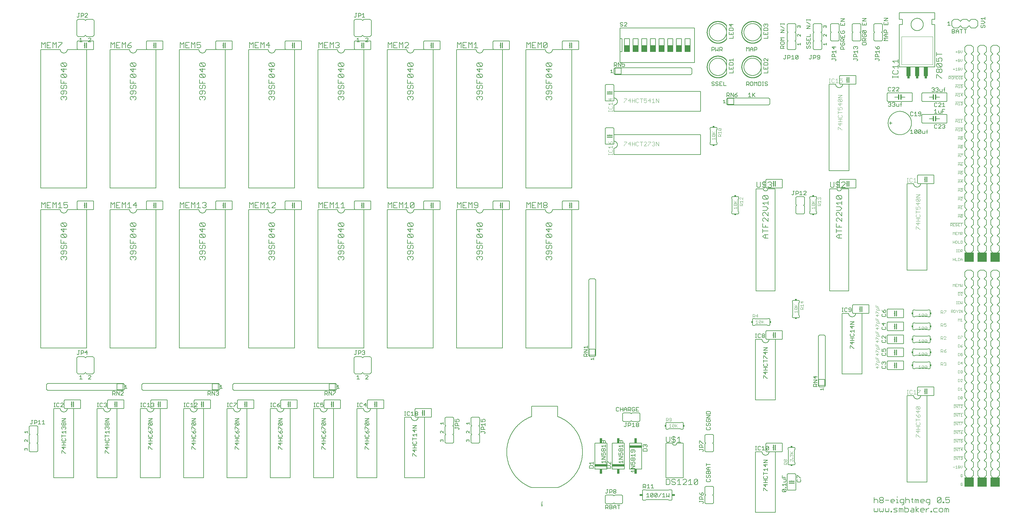
<source format=gto>
G75*
%MOIN*%
%OFA0B0*%
%FSLAX25Y25*%
%IPPOS*%
%LPD*%
%AMOC8*
5,1,8,0,0,1.08239X$1,22.5*
%
%ADD10C,0.00300*%
%ADD11C,0.00600*%
%ADD12C,0.00500*%
%ADD13C,0.00200*%
%ADD14R,0.03000X0.02500*%
%ADD15R,0.05000X0.11000*%
%ADD16C,0.00700*%
%ADD17C,0.01200*%
%ADD18C,0.01000*%
%ADD19C,0.00400*%
%ADD20R,0.01500X0.02000*%
%ADD21R,0.02000X0.01500*%
%ADD22C,0.00800*%
%ADD23C,0.00100*%
%ADD24R,0.03400X0.02400*%
%ADD25R,0.14000X0.02500*%
%ADD26R,0.03000X0.05500*%
%ADD27R,0.06000X0.07500*%
D10*
X1157664Y0088701D02*
X1159599Y0088701D01*
X1160610Y0089185D02*
X1161578Y0090152D01*
X1161578Y0087250D01*
X1162545Y0087250D02*
X1160610Y0087250D01*
X1163557Y0087734D02*
X1163557Y0088217D01*
X1164041Y0088701D01*
X1165008Y0088701D01*
X1165492Y0088217D01*
X1165492Y0087734D01*
X1165008Y0087250D01*
X1164041Y0087250D01*
X1163557Y0087734D01*
X1164041Y0088701D02*
X1163557Y0089185D01*
X1163557Y0089669D01*
X1164041Y0090152D01*
X1165008Y0090152D01*
X1165492Y0089669D01*
X1165492Y0089185D01*
X1165008Y0088701D01*
X1166503Y0088217D02*
X1167471Y0087250D01*
X1168438Y0088217D01*
X1168438Y0090152D01*
X1166503Y0090152D02*
X1166503Y0088217D01*
X1166987Y0097250D02*
X1166503Y0097734D01*
X1166987Y0097250D02*
X1167955Y0097250D01*
X1168438Y0097734D01*
X1168438Y0098217D01*
X1167955Y0098701D01*
X1167471Y0098701D01*
X1167955Y0098701D02*
X1168438Y0099185D01*
X1168438Y0099669D01*
X1167955Y0100152D01*
X1166987Y0100152D01*
X1166503Y0099669D01*
X1165492Y0100152D02*
X1163557Y0100152D01*
X1164524Y0100152D02*
X1164524Y0097250D01*
X1162545Y0097250D02*
X1162545Y0100152D01*
X1160610Y0100152D02*
X1162545Y0097250D01*
X1160610Y0097250D02*
X1160610Y0100152D01*
X1159614Y0100152D02*
X1158646Y0100152D01*
X1159130Y0100152D02*
X1159130Y0097250D01*
X1158646Y0097250D02*
X1159614Y0097250D01*
X1158496Y0100750D02*
X1169300Y0100750D01*
X1167955Y0107250D02*
X1167955Y0110152D01*
X1166503Y0108701D01*
X1168438Y0108701D01*
X1169300Y0110750D02*
X1158496Y0110750D01*
X1158646Y0110152D02*
X1159614Y0110152D01*
X1159130Y0110152D02*
X1159130Y0107250D01*
X1158646Y0107250D02*
X1159614Y0107250D01*
X1160610Y0107250D02*
X1160610Y0110152D01*
X1162545Y0107250D01*
X1162545Y0110152D01*
X1163557Y0110152D02*
X1165492Y0110152D01*
X1164524Y0110152D02*
X1164524Y0107250D01*
X1164524Y0117250D02*
X1164524Y0120152D01*
X1163557Y0120152D02*
X1165492Y0120152D01*
X1166503Y0120152D02*
X1166503Y0118701D01*
X1167471Y0119185D01*
X1167955Y0119185D01*
X1168438Y0118701D01*
X1168438Y0117734D01*
X1167955Y0117250D01*
X1166987Y0117250D01*
X1166503Y0117734D01*
X1166503Y0120152D02*
X1168438Y0120152D01*
X1169300Y0120750D02*
X1158496Y0120750D01*
X1158646Y0120152D02*
X1159614Y0120152D01*
X1159130Y0120152D02*
X1159130Y0117250D01*
X1158646Y0117250D02*
X1159614Y0117250D01*
X1160610Y0117250D02*
X1160610Y0120152D01*
X1162545Y0117250D01*
X1162545Y0120152D01*
X1162545Y0127250D02*
X1162545Y0130152D01*
X1163557Y0130152D02*
X1165492Y0130152D01*
X1164524Y0130152D02*
X1164524Y0127250D01*
X1162545Y0127250D02*
X1160610Y0130152D01*
X1160610Y0127250D01*
X1159614Y0127250D02*
X1158646Y0127250D01*
X1159130Y0127250D02*
X1159130Y0130152D01*
X1158646Y0130152D02*
X1159614Y0130152D01*
X1158496Y0130750D02*
X1169300Y0130750D01*
X1168438Y0130152D02*
X1167471Y0129669D01*
X1166503Y0128701D01*
X1167955Y0128701D01*
X1168438Y0128217D01*
X1168438Y0127734D01*
X1167955Y0127250D01*
X1166987Y0127250D01*
X1166503Y0127734D01*
X1166503Y0128701D01*
X1166503Y0137250D02*
X1166503Y0137734D01*
X1168438Y0139669D01*
X1168438Y0140152D01*
X1166503Y0140152D01*
X1165492Y0140152D02*
X1163557Y0140152D01*
X1164524Y0140152D02*
X1164524Y0137250D01*
X1162545Y0137250D02*
X1162545Y0140152D01*
X1160610Y0140152D02*
X1162545Y0137250D01*
X1160610Y0137250D02*
X1160610Y0140152D01*
X1159614Y0140152D02*
X1158646Y0140152D01*
X1159130Y0140152D02*
X1159130Y0137250D01*
X1158646Y0137250D02*
X1159614Y0137250D01*
X1158496Y0140750D02*
X1169300Y0140750D01*
X1168438Y0147250D02*
X1166503Y0147250D01*
X1167471Y0147250D02*
X1167471Y0150152D01*
X1166503Y0149185D01*
X1165492Y0150152D02*
X1163557Y0150152D01*
X1164524Y0150152D02*
X1164524Y0147250D01*
X1162545Y0147250D02*
X1162545Y0150152D01*
X1160610Y0150152D02*
X1162545Y0147250D01*
X1160610Y0147250D02*
X1160610Y0150152D01*
X1159614Y0150152D02*
X1158646Y0150152D01*
X1159130Y0150152D02*
X1159130Y0147250D01*
X1158646Y0147250D02*
X1159614Y0147250D01*
X1158496Y0150750D02*
X1169300Y0150750D01*
X1168438Y0157250D02*
X1166503Y0157250D01*
X1168438Y0159185D01*
X1168438Y0159669D01*
X1167955Y0160152D01*
X1166987Y0160152D01*
X1166503Y0159669D01*
X1165492Y0160152D02*
X1163557Y0160152D01*
X1164524Y0160152D02*
X1164524Y0157250D01*
X1162545Y0157250D02*
X1162545Y0160152D01*
X1160610Y0160152D02*
X1162545Y0157250D01*
X1160610Y0157250D02*
X1160610Y0160152D01*
X1159614Y0160152D02*
X1158646Y0160152D01*
X1159130Y0160152D02*
X1159130Y0157250D01*
X1158646Y0157250D02*
X1159614Y0157250D01*
X1158496Y0160750D02*
X1169300Y0160750D01*
X1167955Y0167250D02*
X1166987Y0167250D01*
X1166503Y0167734D01*
X1168438Y0169669D01*
X1168438Y0167734D01*
X1167955Y0167250D01*
X1166503Y0167734D02*
X1166503Y0169669D01*
X1166987Y0170152D01*
X1167955Y0170152D01*
X1168438Y0169669D01*
X1165492Y0169669D02*
X1165008Y0170152D01*
X1163557Y0170152D01*
X1163557Y0167250D01*
X1165008Y0167250D01*
X1165492Y0167734D01*
X1165492Y0169669D01*
X1165008Y0177250D02*
X1163557Y0177250D01*
X1163557Y0180152D01*
X1165008Y0180152D01*
X1165492Y0179669D01*
X1165492Y0177734D01*
X1165008Y0177250D01*
X1166503Y0177250D02*
X1168438Y0177250D01*
X1167471Y0177250D02*
X1167471Y0180152D01*
X1166503Y0179185D01*
X1166503Y0187250D02*
X1168438Y0189185D01*
X1168438Y0189669D01*
X1167955Y0190152D01*
X1166987Y0190152D01*
X1166503Y0189669D01*
X1165492Y0189669D02*
X1165008Y0190152D01*
X1163557Y0190152D01*
X1163557Y0187250D01*
X1165008Y0187250D01*
X1165492Y0187734D01*
X1165492Y0189669D01*
X1166503Y0187250D02*
X1168438Y0187250D01*
X1167955Y0197250D02*
X1166987Y0197250D01*
X1166503Y0197734D01*
X1165492Y0197734D02*
X1165492Y0199669D01*
X1165008Y0200152D01*
X1163557Y0200152D01*
X1163557Y0197250D01*
X1165008Y0197250D01*
X1165492Y0197734D01*
X1166503Y0199669D02*
X1166987Y0200152D01*
X1167955Y0200152D01*
X1168438Y0199669D01*
X1168438Y0199185D01*
X1167955Y0198701D01*
X1168438Y0198217D01*
X1168438Y0197734D01*
X1167955Y0197250D01*
X1167955Y0198701D02*
X1167471Y0198701D01*
X1167955Y0207250D02*
X1167955Y0210152D01*
X1166503Y0208701D01*
X1168438Y0208701D01*
X1165492Y0207734D02*
X1165492Y0209669D01*
X1165008Y0210152D01*
X1163557Y0210152D01*
X1163557Y0207250D01*
X1165008Y0207250D01*
X1165492Y0207734D01*
X1165008Y0217250D02*
X1163557Y0217250D01*
X1163557Y0220152D01*
X1165008Y0220152D01*
X1165492Y0219669D01*
X1165492Y0217734D01*
X1165008Y0217250D01*
X1166503Y0217734D02*
X1166987Y0217250D01*
X1167955Y0217250D01*
X1168438Y0217734D01*
X1168438Y0218701D01*
X1167955Y0219185D01*
X1167471Y0219185D01*
X1166503Y0218701D01*
X1166503Y0220152D01*
X1168438Y0220152D01*
X1167955Y0227250D02*
X1168438Y0227734D01*
X1168438Y0228217D01*
X1167955Y0228701D01*
X1166503Y0228701D01*
X1166503Y0227734D01*
X1166987Y0227250D01*
X1167955Y0227250D01*
X1166503Y0228701D02*
X1167471Y0229669D01*
X1168438Y0230152D01*
X1165492Y0229669D02*
X1165008Y0230152D01*
X1163557Y0230152D01*
X1163557Y0227250D01*
X1165008Y0227250D01*
X1165492Y0227734D01*
X1165492Y0229669D01*
X1165008Y0237250D02*
X1163557Y0237250D01*
X1163557Y0240152D01*
X1165008Y0240152D01*
X1165492Y0239669D01*
X1165492Y0237734D01*
X1165008Y0237250D01*
X1166503Y0237250D02*
X1166503Y0237734D01*
X1168438Y0239669D01*
X1168438Y0240152D01*
X1166503Y0240152D01*
X1166503Y0257250D02*
X1168438Y0257250D01*
X1167471Y0257250D02*
X1167471Y0260152D01*
X1166503Y0259185D01*
X1165492Y0260152D02*
X1165492Y0257250D01*
X1163557Y0257250D02*
X1163557Y0260152D01*
X1164524Y0259185D01*
X1165492Y0260152D01*
X1165507Y0267250D02*
X1164539Y0267250D01*
X1165023Y0267250D02*
X1165023Y0270152D01*
X1164539Y0270152D02*
X1165507Y0270152D01*
X1166503Y0270152D02*
X1168438Y0267250D01*
X1168438Y0270152D01*
X1166503Y0270152D02*
X1166503Y0267250D01*
X1163528Y0269669D02*
X1163528Y0270152D01*
X1163528Y0269669D02*
X1162560Y0268701D01*
X1162560Y0267250D01*
X1162560Y0268701D02*
X1161593Y0269669D01*
X1161593Y0270152D01*
X1160581Y0269669D02*
X1160097Y0270152D01*
X1158646Y0270152D01*
X1158646Y0267250D01*
X1160097Y0267250D01*
X1160581Y0267734D01*
X1160581Y0269669D01*
X1157635Y0269669D02*
X1157635Y0268701D01*
X1157151Y0268217D01*
X1155700Y0268217D01*
X1155700Y0267250D02*
X1155700Y0270152D01*
X1157151Y0270152D01*
X1157635Y0269669D01*
X1156667Y0268217D02*
X1157635Y0267250D01*
X1161593Y0277250D02*
X1162560Y0277250D01*
X1162076Y0277250D02*
X1162076Y0280152D01*
X1161593Y0280152D02*
X1162560Y0280152D01*
X1163557Y0279669D02*
X1163557Y0277734D01*
X1164041Y0277250D01*
X1165008Y0277250D01*
X1165492Y0277734D01*
X1165492Y0279669D01*
X1165008Y0280152D01*
X1164041Y0280152D01*
X1163557Y0279669D01*
X1166503Y0280152D02*
X1166503Y0277250D01*
X1167471Y0278217D01*
X1168438Y0277250D01*
X1168438Y0280152D01*
X1168438Y0287250D02*
X1166503Y0287250D01*
X1168438Y0289185D01*
X1168438Y0289669D01*
X1167955Y0290152D01*
X1166987Y0290152D01*
X1166503Y0289669D01*
X1165492Y0289669D02*
X1165008Y0290152D01*
X1164041Y0290152D01*
X1163557Y0289669D01*
X1163557Y0287734D01*
X1164041Y0287250D01*
X1165008Y0287250D01*
X1165492Y0287734D01*
X1165492Y0289669D01*
X1163407Y0290750D02*
X1169300Y0290750D01*
X1168438Y0297250D02*
X1168438Y0300152D01*
X1166503Y0300152D02*
X1166503Y0297250D01*
X1167471Y0298217D01*
X1168438Y0297250D01*
X1165492Y0297250D02*
X1165492Y0300152D01*
X1164524Y0299185D01*
X1163557Y0300152D01*
X1163557Y0297250D01*
X1162545Y0297250D02*
X1160610Y0297250D01*
X1160610Y0300152D01*
X1162545Y0300152D01*
X1161578Y0298701D02*
X1160610Y0298701D01*
X1159599Y0300152D02*
X1159599Y0297250D01*
X1157664Y0297250D02*
X1157664Y0300152D01*
X1158631Y0299185D01*
X1159599Y0300152D01*
X1159599Y0327250D02*
X1159599Y0330152D01*
X1160610Y0330152D02*
X1160610Y0327250D01*
X1162545Y0327250D01*
X1163557Y0327250D02*
X1165008Y0327250D01*
X1165492Y0327734D01*
X1165492Y0329669D01*
X1165008Y0330152D01*
X1163557Y0330152D01*
X1163557Y0327250D01*
X1166503Y0327250D02*
X1166503Y0329185D01*
X1167471Y0330152D01*
X1168438Y0329185D01*
X1168438Y0327250D01*
X1168438Y0328701D02*
X1166503Y0328701D01*
X1159599Y0328701D02*
X1157664Y0328701D01*
X1157664Y0327250D02*
X1157664Y0330152D01*
X1161593Y0337250D02*
X1162560Y0337250D01*
X1162076Y0337250D02*
X1162076Y0340152D01*
X1161593Y0340152D02*
X1162560Y0340152D01*
X1163557Y0339669D02*
X1163557Y0337734D01*
X1164041Y0337250D01*
X1165008Y0337250D01*
X1165492Y0337734D01*
X1165492Y0339669D01*
X1165008Y0340152D01*
X1164041Y0340152D01*
X1163557Y0339669D01*
X1166503Y0340152D02*
X1166503Y0337250D01*
X1166503Y0338217D02*
X1167955Y0338217D01*
X1168438Y0338701D01*
X1168438Y0339669D01*
X1167955Y0340152D01*
X1166503Y0340152D01*
X1167471Y0338217D02*
X1168438Y0337250D01*
X1167955Y0347250D02*
X1168438Y0347734D01*
X1168438Y0349669D01*
X1167955Y0350152D01*
X1166503Y0350152D01*
X1166503Y0347250D01*
X1167955Y0347250D01*
X1165492Y0347250D02*
X1163557Y0347250D01*
X1163557Y0350152D01*
X1162545Y0349669D02*
X1162062Y0350152D01*
X1161094Y0350152D01*
X1160610Y0349669D01*
X1160610Y0347734D01*
X1161094Y0347250D01*
X1162062Y0347250D01*
X1162545Y0347734D01*
X1162545Y0349669D01*
X1159599Y0350152D02*
X1159599Y0347250D01*
X1159599Y0348701D02*
X1157664Y0348701D01*
X1157664Y0347250D02*
X1157664Y0350152D01*
X1157664Y0357250D02*
X1157664Y0360152D01*
X1158631Y0359185D01*
X1159599Y0360152D01*
X1159599Y0357250D01*
X1160610Y0357250D02*
X1162545Y0357250D01*
X1163557Y0357250D02*
X1163557Y0360152D01*
X1164524Y0359185D01*
X1165492Y0360152D01*
X1165492Y0357250D01*
X1166503Y0357250D02*
X1166503Y0360152D01*
X1167955Y0360152D01*
X1168438Y0359669D01*
X1168438Y0358701D01*
X1167955Y0358217D01*
X1166503Y0358217D01*
X1167471Y0358217D02*
X1168438Y0357250D01*
X1162545Y0360152D02*
X1160610Y0360152D01*
X1160610Y0357250D01*
X1160610Y0358701D02*
X1161578Y0358701D01*
X1161094Y0367250D02*
X1160610Y0367734D01*
X1161094Y0367250D02*
X1162062Y0367250D01*
X1162545Y0367734D01*
X1162545Y0368217D01*
X1162062Y0368701D01*
X1161094Y0368701D01*
X1160610Y0369185D01*
X1160610Y0369669D01*
X1161094Y0370152D01*
X1162062Y0370152D01*
X1162545Y0369669D01*
X1163557Y0370152D02*
X1163557Y0367250D01*
X1165492Y0367250D01*
X1164524Y0368701D02*
X1163557Y0368701D01*
X1163557Y0370152D02*
X1165492Y0370152D01*
X1166503Y0370152D02*
X1168438Y0370152D01*
X1167471Y0370152D02*
X1167471Y0367250D01*
X1169300Y0370750D02*
X1154567Y0370750D01*
X1154717Y0370152D02*
X1156169Y0370152D01*
X1156652Y0369669D01*
X1156652Y0368701D01*
X1156169Y0368217D01*
X1154717Y0368217D01*
X1154717Y0367250D02*
X1154717Y0370152D01*
X1155685Y0368217D02*
X1156652Y0367250D01*
X1157664Y0367250D02*
X1159599Y0367250D01*
X1158631Y0368701D02*
X1157664Y0368701D01*
X1157664Y0370152D02*
X1157664Y0367250D01*
X1157664Y0370152D02*
X1159599Y0370152D01*
X1163557Y0377250D02*
X1163557Y0379185D01*
X1164524Y0380152D01*
X1165492Y0379185D01*
X1165492Y0377250D01*
X1166503Y0377734D02*
X1168438Y0379669D01*
X1168438Y0377734D01*
X1167955Y0377250D01*
X1166987Y0377250D01*
X1166503Y0377734D01*
X1166503Y0379669D01*
X1166987Y0380152D01*
X1167955Y0380152D01*
X1168438Y0379669D01*
X1169300Y0380750D02*
X1163407Y0380750D01*
X1163557Y0378701D02*
X1165492Y0378701D01*
X1165492Y0387250D02*
X1165492Y0389185D01*
X1164524Y0390152D01*
X1163557Y0389185D01*
X1163557Y0387250D01*
X1163557Y0388701D02*
X1165492Y0388701D01*
X1166503Y0389185D02*
X1167471Y0390152D01*
X1167471Y0387250D01*
X1168438Y0387250D02*
X1166503Y0387250D01*
X1169300Y0390750D02*
X1163407Y0390750D01*
X1163557Y0397250D02*
X1163557Y0399185D01*
X1164524Y0400152D01*
X1165492Y0399185D01*
X1165492Y0397250D01*
X1166503Y0397250D02*
X1168438Y0399185D01*
X1168438Y0399669D01*
X1167955Y0400152D01*
X1166987Y0400152D01*
X1166503Y0399669D01*
X1165492Y0398701D02*
X1163557Y0398701D01*
X1163407Y0400750D02*
X1169300Y0400750D01*
X1168438Y0397250D02*
X1166503Y0397250D01*
X1166987Y0407250D02*
X1166503Y0407734D01*
X1166987Y0407250D02*
X1167955Y0407250D01*
X1168438Y0407734D01*
X1168438Y0408217D01*
X1167955Y0408701D01*
X1167471Y0408701D01*
X1167955Y0408701D02*
X1168438Y0409185D01*
X1168438Y0409669D01*
X1167955Y0410152D01*
X1166987Y0410152D01*
X1166503Y0409669D01*
X1165492Y0409185D02*
X1165492Y0407250D01*
X1165492Y0408701D02*
X1163557Y0408701D01*
X1163557Y0409185D02*
X1164524Y0410152D01*
X1165492Y0409185D01*
X1163557Y0409185D02*
X1163557Y0407250D01*
X1163407Y0410750D02*
X1169300Y0410750D01*
X1167955Y0417250D02*
X1167955Y0420152D01*
X1166503Y0418701D01*
X1168438Y0418701D01*
X1169300Y0420750D02*
X1163407Y0420750D01*
X1164524Y0420152D02*
X1163557Y0419185D01*
X1163557Y0417250D01*
X1163557Y0418701D02*
X1165492Y0418701D01*
X1165492Y0419185D02*
X1165492Y0417250D01*
X1165492Y0419185D02*
X1164524Y0420152D01*
X1163557Y0427250D02*
X1163557Y0429185D01*
X1164524Y0430152D01*
X1165492Y0429185D01*
X1165492Y0427250D01*
X1166503Y0427734D02*
X1166987Y0427250D01*
X1167955Y0427250D01*
X1168438Y0427734D01*
X1168438Y0428701D01*
X1167955Y0429185D01*
X1167471Y0429185D01*
X1166503Y0428701D01*
X1166503Y0430152D01*
X1168438Y0430152D01*
X1169300Y0430750D02*
X1163407Y0430750D01*
X1163557Y0428701D02*
X1165492Y0428701D01*
X1165492Y0437250D02*
X1165492Y0439185D01*
X1164524Y0440152D01*
X1163557Y0439185D01*
X1163557Y0437250D01*
X1163557Y0438701D02*
X1165492Y0438701D01*
X1166503Y0438701D02*
X1167955Y0438701D01*
X1168438Y0438217D01*
X1168438Y0437734D01*
X1167955Y0437250D01*
X1166987Y0437250D01*
X1166503Y0437734D01*
X1166503Y0438701D01*
X1167471Y0439669D01*
X1168438Y0440152D01*
X1169300Y0440750D02*
X1163407Y0440750D01*
X1163557Y0447250D02*
X1163557Y0449185D01*
X1164524Y0450152D01*
X1165492Y0449185D01*
X1165492Y0447250D01*
X1166503Y0447250D02*
X1166503Y0447734D01*
X1168438Y0449669D01*
X1168438Y0450152D01*
X1166503Y0450152D01*
X1165492Y0448701D02*
X1163557Y0448701D01*
X1163407Y0450750D02*
X1169300Y0450750D01*
X1167955Y0457250D02*
X1166987Y0457250D01*
X1166503Y0457734D01*
X1166503Y0458217D01*
X1166987Y0458701D01*
X1167955Y0458701D01*
X1168438Y0458217D01*
X1168438Y0457734D01*
X1167955Y0457250D01*
X1167955Y0458701D02*
X1168438Y0459185D01*
X1168438Y0459669D01*
X1167955Y0460152D01*
X1166987Y0460152D01*
X1166503Y0459669D01*
X1166503Y0459185D01*
X1166987Y0458701D01*
X1165492Y0458701D02*
X1163557Y0458701D01*
X1163557Y0459185D02*
X1164524Y0460152D01*
X1165492Y0459185D01*
X1165492Y0457250D01*
X1163557Y0457250D02*
X1163557Y0459185D01*
X1163407Y0460750D02*
X1169300Y0460750D01*
X1167955Y0467250D02*
X1168438Y0467734D01*
X1168438Y0469669D01*
X1167955Y0470152D01*
X1166987Y0470152D01*
X1166503Y0469669D01*
X1166503Y0469185D01*
X1166987Y0468701D01*
X1168438Y0468701D01*
X1167955Y0467250D02*
X1166987Y0467250D01*
X1166503Y0467734D01*
X1165492Y0467250D02*
X1165492Y0469185D01*
X1164524Y0470152D01*
X1163557Y0469185D01*
X1163557Y0467250D01*
X1163557Y0468701D02*
X1165492Y0468701D01*
X1163407Y0470750D02*
X1169300Y0470750D01*
X1167955Y0477250D02*
X1166987Y0477250D01*
X1166503Y0477734D01*
X1168438Y0479669D01*
X1168438Y0477734D01*
X1167955Y0477250D01*
X1166503Y0477734D02*
X1166503Y0479669D01*
X1166987Y0480152D01*
X1167955Y0480152D01*
X1168438Y0479669D01*
X1169300Y0480750D02*
X1160460Y0480750D01*
X1161578Y0480152D02*
X1162545Y0479185D01*
X1162545Y0477250D01*
X1163557Y0477250D02*
X1165492Y0477250D01*
X1164524Y0477250D02*
X1164524Y0480152D01*
X1163557Y0479185D01*
X1162545Y0478701D02*
X1160610Y0478701D01*
X1160610Y0479185D02*
X1161578Y0480152D01*
X1160610Y0479185D02*
X1160610Y0477250D01*
X1160610Y0487250D02*
X1160610Y0489185D01*
X1161578Y0490152D01*
X1162545Y0489185D01*
X1162545Y0487250D01*
X1163557Y0487250D02*
X1165492Y0487250D01*
X1164524Y0487250D02*
X1164524Y0490152D01*
X1163557Y0489185D01*
X1162545Y0488701D02*
X1160610Y0488701D01*
X1160460Y0490750D02*
X1169300Y0490750D01*
X1167471Y0490152D02*
X1167471Y0487250D01*
X1168438Y0487250D02*
X1166503Y0487250D01*
X1166503Y0489185D02*
X1167471Y0490152D01*
X1166987Y0507250D02*
X1166503Y0507734D01*
X1166987Y0507250D02*
X1167955Y0507250D01*
X1168438Y0507734D01*
X1168438Y0508217D01*
X1167955Y0508701D01*
X1167471Y0508701D01*
X1167955Y0508701D02*
X1168438Y0509185D01*
X1168438Y0509669D01*
X1167955Y0510152D01*
X1166987Y0510152D01*
X1166503Y0509669D01*
X1164524Y0510152D02*
X1164524Y0507250D01*
X1163557Y0507250D02*
X1165492Y0507250D01*
X1163557Y0509185D02*
X1164524Y0510152D01*
X1162545Y0509185D02*
X1162545Y0507250D01*
X1162545Y0508701D02*
X1160610Y0508701D01*
X1160610Y0509185D02*
X1161578Y0510152D01*
X1162545Y0509185D01*
X1160610Y0509185D02*
X1160610Y0507250D01*
X1160460Y0510750D02*
X1169300Y0510750D01*
X1167955Y0517250D02*
X1167955Y0520152D01*
X1166503Y0518701D01*
X1168438Y0518701D01*
X1169300Y0520750D02*
X1160460Y0520750D01*
X1161578Y0520152D02*
X1162545Y0519185D01*
X1162545Y0517250D01*
X1163557Y0517250D02*
X1165492Y0517250D01*
X1164524Y0517250D02*
X1164524Y0520152D01*
X1163557Y0519185D01*
X1162545Y0518701D02*
X1160610Y0518701D01*
X1160610Y0519185D02*
X1161578Y0520152D01*
X1160610Y0519185D02*
X1160610Y0517250D01*
X1160610Y0527250D02*
X1160610Y0529185D01*
X1161578Y0530152D01*
X1162545Y0529185D01*
X1162545Y0527250D01*
X1163557Y0527250D02*
X1165492Y0527250D01*
X1164524Y0527250D02*
X1164524Y0530152D01*
X1163557Y0529185D01*
X1162545Y0528701D02*
X1160610Y0528701D01*
X1160460Y0530750D02*
X1169300Y0530750D01*
X1168438Y0530152D02*
X1166503Y0530152D01*
X1166503Y0528701D01*
X1167471Y0529185D01*
X1167955Y0529185D01*
X1168438Y0528701D01*
X1168438Y0527734D01*
X1167955Y0527250D01*
X1166987Y0527250D01*
X1166503Y0527734D01*
X1166987Y0537250D02*
X1166503Y0537734D01*
X1166987Y0537250D02*
X1167955Y0537250D01*
X1168438Y0537734D01*
X1168438Y0538217D01*
X1167955Y0538701D01*
X1166987Y0538701D01*
X1166503Y0539185D01*
X1166503Y0539669D01*
X1166987Y0540152D01*
X1167955Y0540152D01*
X1168438Y0539669D01*
X1169300Y0540750D02*
X1152603Y0540750D01*
X1152753Y0540152D02*
X1154204Y0540152D01*
X1154688Y0539669D01*
X1154688Y0538701D01*
X1154204Y0538217D01*
X1152753Y0538217D01*
X1152753Y0537250D02*
X1152753Y0540152D01*
X1153721Y0538217D02*
X1154688Y0537250D01*
X1155700Y0537734D02*
X1156183Y0537250D01*
X1157151Y0537250D01*
X1157635Y0537734D01*
X1157635Y0539669D01*
X1157151Y0540152D01*
X1156183Y0540152D01*
X1155700Y0539669D01*
X1155700Y0537734D01*
X1158646Y0537250D02*
X1158646Y0540152D01*
X1159614Y0539185D01*
X1160581Y0540152D01*
X1160581Y0537250D01*
X1161593Y0537250D02*
X1163044Y0537250D01*
X1163528Y0537734D01*
X1163528Y0539669D01*
X1163044Y0540152D01*
X1161593Y0540152D01*
X1161593Y0537250D01*
X1164539Y0537250D02*
X1165507Y0537250D01*
X1165023Y0537250D02*
X1165023Y0540152D01*
X1164539Y0540152D02*
X1165507Y0540152D01*
X1165008Y0547250D02*
X1164041Y0547250D01*
X1163557Y0547734D01*
X1163557Y0548217D01*
X1164041Y0548701D01*
X1165008Y0548701D01*
X1165492Y0548217D01*
X1165492Y0547734D01*
X1165008Y0547250D01*
X1165008Y0548701D02*
X1165492Y0549185D01*
X1165492Y0549669D01*
X1165008Y0550152D01*
X1164041Y0550152D01*
X1163557Y0549669D01*
X1163557Y0549185D01*
X1164041Y0548701D01*
X1162545Y0547250D02*
X1160610Y0547250D01*
X1161578Y0547250D02*
X1161578Y0550152D01*
X1160610Y0549185D01*
X1159599Y0548701D02*
X1157664Y0548701D01*
X1158631Y0547734D02*
X1158631Y0549669D01*
X1166503Y0550152D02*
X1166503Y0548217D01*
X1167471Y0547250D01*
X1168438Y0548217D01*
X1168438Y0550152D01*
X1167471Y0557250D02*
X1168438Y0558217D01*
X1168438Y0560152D01*
X1166503Y0560152D02*
X1166503Y0558217D01*
X1167471Y0557250D01*
X1165492Y0557734D02*
X1165008Y0557250D01*
X1164041Y0557250D01*
X1163557Y0557734D01*
X1163557Y0558217D01*
X1164041Y0558701D01*
X1165008Y0558701D01*
X1165492Y0558217D01*
X1165492Y0557734D01*
X1165008Y0558701D02*
X1165492Y0559185D01*
X1165492Y0559669D01*
X1165008Y0560152D01*
X1164041Y0560152D01*
X1163557Y0559669D01*
X1163557Y0559185D01*
X1164041Y0558701D01*
X1162545Y0558701D02*
X1160610Y0558701D01*
X1161578Y0559669D02*
X1161578Y0557734D01*
X1164041Y0567250D02*
X1163557Y0567734D01*
X1163557Y0568217D01*
X1164041Y0568701D01*
X1165008Y0568701D01*
X1165492Y0568217D01*
X1165492Y0567734D01*
X1165008Y0567250D01*
X1164041Y0567250D01*
X1164041Y0568701D02*
X1163557Y0569185D01*
X1163557Y0569669D01*
X1164041Y0570152D01*
X1165008Y0570152D01*
X1165492Y0569669D01*
X1165492Y0569185D01*
X1165008Y0568701D01*
X1166503Y0568217D02*
X1167471Y0567250D01*
X1168438Y0568217D01*
X1168438Y0570152D01*
X1166503Y0570152D02*
X1166503Y0568217D01*
X1162545Y0568701D02*
X1160610Y0568701D01*
X1161578Y0569669D02*
X1161578Y0567734D01*
X1166987Y0080152D02*
X1166503Y0079669D01*
X1166503Y0077734D01*
X1166987Y0077250D01*
X1167955Y0077250D01*
X1168438Y0077734D01*
X1168438Y0078701D01*
X1167471Y0078701D01*
X1168438Y0079669D02*
X1167955Y0080152D01*
X1166987Y0080152D01*
X1166987Y0070152D02*
X1166503Y0069669D01*
X1166503Y0067734D01*
X1166987Y0067250D01*
X1167955Y0067250D01*
X1168438Y0067734D01*
X1168438Y0068701D01*
X1167471Y0068701D01*
X1168438Y0069669D02*
X1167955Y0070152D01*
X1166987Y0070152D01*
D11*
X0142800Y0076300D02*
X0119800Y0076300D01*
X0119800Y0156300D01*
X0127300Y0156300D01*
X0127302Y0156174D01*
X0127308Y0156049D01*
X0127318Y0155924D01*
X0127332Y0155799D01*
X0127349Y0155674D01*
X0127371Y0155550D01*
X0127396Y0155427D01*
X0127426Y0155305D01*
X0127459Y0155184D01*
X0127496Y0155064D01*
X0127536Y0154945D01*
X0127581Y0154828D01*
X0127629Y0154711D01*
X0127681Y0154597D01*
X0127736Y0154484D01*
X0127795Y0154373D01*
X0127857Y0154264D01*
X0127923Y0154157D01*
X0127992Y0154052D01*
X0128064Y0153949D01*
X0128139Y0153848D01*
X0128218Y0153750D01*
X0128300Y0153655D01*
X0128384Y0153562D01*
X0128472Y0153472D01*
X0128562Y0153384D01*
X0128655Y0153300D01*
X0128750Y0153218D01*
X0128848Y0153139D01*
X0128949Y0153064D01*
X0129052Y0152992D01*
X0129157Y0152923D01*
X0129264Y0152857D01*
X0129373Y0152795D01*
X0129484Y0152736D01*
X0129597Y0152681D01*
X0129711Y0152629D01*
X0129828Y0152581D01*
X0129945Y0152536D01*
X0130064Y0152496D01*
X0130184Y0152459D01*
X0130305Y0152426D01*
X0130427Y0152396D01*
X0130550Y0152371D01*
X0130674Y0152349D01*
X0130799Y0152332D01*
X0130924Y0152318D01*
X0131049Y0152308D01*
X0131174Y0152302D01*
X0131300Y0152300D01*
X0131426Y0152302D01*
X0131551Y0152308D01*
X0131676Y0152318D01*
X0131801Y0152332D01*
X0131926Y0152349D01*
X0132050Y0152371D01*
X0132173Y0152396D01*
X0132295Y0152426D01*
X0132416Y0152459D01*
X0132536Y0152496D01*
X0132655Y0152536D01*
X0132772Y0152581D01*
X0132889Y0152629D01*
X0133003Y0152681D01*
X0133116Y0152736D01*
X0133227Y0152795D01*
X0133336Y0152857D01*
X0133443Y0152923D01*
X0133548Y0152992D01*
X0133651Y0153064D01*
X0133752Y0153139D01*
X0133850Y0153218D01*
X0133945Y0153300D01*
X0134038Y0153384D01*
X0134128Y0153472D01*
X0134216Y0153562D01*
X0134300Y0153655D01*
X0134382Y0153750D01*
X0134461Y0153848D01*
X0134536Y0153949D01*
X0134608Y0154052D01*
X0134677Y0154157D01*
X0134743Y0154264D01*
X0134805Y0154373D01*
X0134864Y0154484D01*
X0134919Y0154597D01*
X0134971Y0154711D01*
X0135019Y0154828D01*
X0135064Y0154945D01*
X0135104Y0155064D01*
X0135141Y0155184D01*
X0135174Y0155305D01*
X0135204Y0155427D01*
X0135229Y0155550D01*
X0135251Y0155674D01*
X0135268Y0155799D01*
X0135282Y0155924D01*
X0135292Y0156049D01*
X0135298Y0156174D01*
X0135300Y0156300D01*
X0142800Y0156300D01*
X0142800Y0076300D01*
X0169800Y0076300D02*
X0192800Y0076300D01*
X0192800Y0156300D01*
X0185300Y0156300D01*
X0182800Y0156300D02*
X0199800Y0156300D01*
X0199860Y0156302D01*
X0199921Y0156307D01*
X0199980Y0156316D01*
X0200039Y0156329D01*
X0200098Y0156345D01*
X0200155Y0156365D01*
X0200210Y0156388D01*
X0200265Y0156415D01*
X0200317Y0156444D01*
X0200368Y0156477D01*
X0200417Y0156513D01*
X0200463Y0156551D01*
X0200507Y0156593D01*
X0200549Y0156637D01*
X0200587Y0156683D01*
X0200623Y0156732D01*
X0200656Y0156783D01*
X0200685Y0156835D01*
X0200712Y0156890D01*
X0200735Y0156945D01*
X0200755Y0157002D01*
X0200771Y0157061D01*
X0200784Y0157120D01*
X0200793Y0157179D01*
X0200798Y0157240D01*
X0200800Y0157300D01*
X0200800Y0165300D01*
X0200798Y0165360D01*
X0200793Y0165421D01*
X0200784Y0165480D01*
X0200771Y0165539D01*
X0200755Y0165598D01*
X0200735Y0165655D01*
X0200712Y0165710D01*
X0200685Y0165765D01*
X0200656Y0165817D01*
X0200623Y0165868D01*
X0200587Y0165917D01*
X0200549Y0165963D01*
X0200507Y0166007D01*
X0200463Y0166049D01*
X0200417Y0166087D01*
X0200368Y0166123D01*
X0200317Y0166156D01*
X0200265Y0166185D01*
X0200210Y0166212D01*
X0200155Y0166235D01*
X0200098Y0166255D01*
X0200039Y0166271D01*
X0199980Y0166284D01*
X0199921Y0166293D01*
X0199860Y0166298D01*
X0199800Y0166300D01*
X0182800Y0166300D01*
X0182740Y0166298D01*
X0182679Y0166293D01*
X0182620Y0166284D01*
X0182561Y0166271D01*
X0182502Y0166255D01*
X0182445Y0166235D01*
X0182390Y0166212D01*
X0182335Y0166185D01*
X0182283Y0166156D01*
X0182232Y0166123D01*
X0182183Y0166087D01*
X0182137Y0166049D01*
X0182093Y0166007D01*
X0182051Y0165963D01*
X0182013Y0165917D01*
X0181977Y0165868D01*
X0181944Y0165817D01*
X0181915Y0165765D01*
X0181888Y0165710D01*
X0181865Y0165655D01*
X0181845Y0165598D01*
X0181829Y0165539D01*
X0181816Y0165480D01*
X0181807Y0165421D01*
X0181802Y0165360D01*
X0181800Y0165300D01*
X0181800Y0157300D01*
X0181802Y0157240D01*
X0181807Y0157179D01*
X0181816Y0157120D01*
X0181829Y0157061D01*
X0181845Y0157002D01*
X0181865Y0156945D01*
X0181888Y0156890D01*
X0181915Y0156835D01*
X0181944Y0156783D01*
X0181977Y0156732D01*
X0182013Y0156683D01*
X0182051Y0156637D01*
X0182093Y0156593D01*
X0182137Y0156551D01*
X0182183Y0156513D01*
X0182232Y0156477D01*
X0182283Y0156444D01*
X0182335Y0156415D01*
X0182390Y0156388D01*
X0182445Y0156365D01*
X0182502Y0156345D01*
X0182561Y0156329D01*
X0182620Y0156316D01*
X0182679Y0156307D01*
X0182740Y0156302D01*
X0182800Y0156300D01*
X0185300Y0156300D02*
X0185298Y0156174D01*
X0185292Y0156049D01*
X0185282Y0155924D01*
X0185268Y0155799D01*
X0185251Y0155674D01*
X0185229Y0155550D01*
X0185204Y0155427D01*
X0185174Y0155305D01*
X0185141Y0155184D01*
X0185104Y0155064D01*
X0185064Y0154945D01*
X0185019Y0154828D01*
X0184971Y0154711D01*
X0184919Y0154597D01*
X0184864Y0154484D01*
X0184805Y0154373D01*
X0184743Y0154264D01*
X0184677Y0154157D01*
X0184608Y0154052D01*
X0184536Y0153949D01*
X0184461Y0153848D01*
X0184382Y0153750D01*
X0184300Y0153655D01*
X0184216Y0153562D01*
X0184128Y0153472D01*
X0184038Y0153384D01*
X0183945Y0153300D01*
X0183850Y0153218D01*
X0183752Y0153139D01*
X0183651Y0153064D01*
X0183548Y0152992D01*
X0183443Y0152923D01*
X0183336Y0152857D01*
X0183227Y0152795D01*
X0183116Y0152736D01*
X0183003Y0152681D01*
X0182889Y0152629D01*
X0182772Y0152581D01*
X0182655Y0152536D01*
X0182536Y0152496D01*
X0182416Y0152459D01*
X0182295Y0152426D01*
X0182173Y0152396D01*
X0182050Y0152371D01*
X0181926Y0152349D01*
X0181801Y0152332D01*
X0181676Y0152318D01*
X0181551Y0152308D01*
X0181426Y0152302D01*
X0181300Y0152300D01*
X0181174Y0152302D01*
X0181049Y0152308D01*
X0180924Y0152318D01*
X0180799Y0152332D01*
X0180674Y0152349D01*
X0180550Y0152371D01*
X0180427Y0152396D01*
X0180305Y0152426D01*
X0180184Y0152459D01*
X0180064Y0152496D01*
X0179945Y0152536D01*
X0179828Y0152581D01*
X0179711Y0152629D01*
X0179597Y0152681D01*
X0179484Y0152736D01*
X0179373Y0152795D01*
X0179264Y0152857D01*
X0179157Y0152923D01*
X0179052Y0152992D01*
X0178949Y0153064D01*
X0178848Y0153139D01*
X0178750Y0153218D01*
X0178655Y0153300D01*
X0178562Y0153384D01*
X0178472Y0153472D01*
X0178384Y0153562D01*
X0178300Y0153655D01*
X0178218Y0153750D01*
X0178139Y0153848D01*
X0178064Y0153949D01*
X0177992Y0154052D01*
X0177923Y0154157D01*
X0177857Y0154264D01*
X0177795Y0154373D01*
X0177736Y0154484D01*
X0177681Y0154597D01*
X0177629Y0154711D01*
X0177581Y0154828D01*
X0177536Y0154945D01*
X0177496Y0155064D01*
X0177459Y0155184D01*
X0177426Y0155305D01*
X0177396Y0155427D01*
X0177371Y0155550D01*
X0177349Y0155674D01*
X0177332Y0155799D01*
X0177318Y0155924D01*
X0177308Y0156049D01*
X0177302Y0156174D01*
X0177300Y0156300D01*
X0169800Y0156300D01*
X0169800Y0076300D01*
X0219800Y0076300D02*
X0242800Y0076300D01*
X0242800Y0156300D01*
X0235300Y0156300D01*
X0232800Y0156300D02*
X0249800Y0156300D01*
X0249860Y0156302D01*
X0249921Y0156307D01*
X0249980Y0156316D01*
X0250039Y0156329D01*
X0250098Y0156345D01*
X0250155Y0156365D01*
X0250210Y0156388D01*
X0250265Y0156415D01*
X0250317Y0156444D01*
X0250368Y0156477D01*
X0250417Y0156513D01*
X0250463Y0156551D01*
X0250507Y0156593D01*
X0250549Y0156637D01*
X0250587Y0156683D01*
X0250623Y0156732D01*
X0250656Y0156783D01*
X0250685Y0156835D01*
X0250712Y0156890D01*
X0250735Y0156945D01*
X0250755Y0157002D01*
X0250771Y0157061D01*
X0250784Y0157120D01*
X0250793Y0157179D01*
X0250798Y0157240D01*
X0250800Y0157300D01*
X0250800Y0165300D01*
X0250798Y0165360D01*
X0250793Y0165421D01*
X0250784Y0165480D01*
X0250771Y0165539D01*
X0250755Y0165598D01*
X0250735Y0165655D01*
X0250712Y0165710D01*
X0250685Y0165765D01*
X0250656Y0165817D01*
X0250623Y0165868D01*
X0250587Y0165917D01*
X0250549Y0165963D01*
X0250507Y0166007D01*
X0250463Y0166049D01*
X0250417Y0166087D01*
X0250368Y0166123D01*
X0250317Y0166156D01*
X0250265Y0166185D01*
X0250210Y0166212D01*
X0250155Y0166235D01*
X0250098Y0166255D01*
X0250039Y0166271D01*
X0249980Y0166284D01*
X0249921Y0166293D01*
X0249860Y0166298D01*
X0249800Y0166300D01*
X0232800Y0166300D01*
X0232740Y0166298D01*
X0232679Y0166293D01*
X0232620Y0166284D01*
X0232561Y0166271D01*
X0232502Y0166255D01*
X0232445Y0166235D01*
X0232390Y0166212D01*
X0232335Y0166185D01*
X0232283Y0166156D01*
X0232232Y0166123D01*
X0232183Y0166087D01*
X0232137Y0166049D01*
X0232093Y0166007D01*
X0232051Y0165963D01*
X0232013Y0165917D01*
X0231977Y0165868D01*
X0231944Y0165817D01*
X0231915Y0165765D01*
X0231888Y0165710D01*
X0231865Y0165655D01*
X0231845Y0165598D01*
X0231829Y0165539D01*
X0231816Y0165480D01*
X0231807Y0165421D01*
X0231802Y0165360D01*
X0231800Y0165300D01*
X0231800Y0157300D01*
X0231802Y0157240D01*
X0231807Y0157179D01*
X0231816Y0157120D01*
X0231829Y0157061D01*
X0231845Y0157002D01*
X0231865Y0156945D01*
X0231888Y0156890D01*
X0231915Y0156835D01*
X0231944Y0156783D01*
X0231977Y0156732D01*
X0232013Y0156683D01*
X0232051Y0156637D01*
X0232093Y0156593D01*
X0232137Y0156551D01*
X0232183Y0156513D01*
X0232232Y0156477D01*
X0232283Y0156444D01*
X0232335Y0156415D01*
X0232390Y0156388D01*
X0232445Y0156365D01*
X0232502Y0156345D01*
X0232561Y0156329D01*
X0232620Y0156316D01*
X0232679Y0156307D01*
X0232740Y0156302D01*
X0232800Y0156300D01*
X0235300Y0156300D02*
X0235298Y0156174D01*
X0235292Y0156049D01*
X0235282Y0155924D01*
X0235268Y0155799D01*
X0235251Y0155674D01*
X0235229Y0155550D01*
X0235204Y0155427D01*
X0235174Y0155305D01*
X0235141Y0155184D01*
X0235104Y0155064D01*
X0235064Y0154945D01*
X0235019Y0154828D01*
X0234971Y0154711D01*
X0234919Y0154597D01*
X0234864Y0154484D01*
X0234805Y0154373D01*
X0234743Y0154264D01*
X0234677Y0154157D01*
X0234608Y0154052D01*
X0234536Y0153949D01*
X0234461Y0153848D01*
X0234382Y0153750D01*
X0234300Y0153655D01*
X0234216Y0153562D01*
X0234128Y0153472D01*
X0234038Y0153384D01*
X0233945Y0153300D01*
X0233850Y0153218D01*
X0233752Y0153139D01*
X0233651Y0153064D01*
X0233548Y0152992D01*
X0233443Y0152923D01*
X0233336Y0152857D01*
X0233227Y0152795D01*
X0233116Y0152736D01*
X0233003Y0152681D01*
X0232889Y0152629D01*
X0232772Y0152581D01*
X0232655Y0152536D01*
X0232536Y0152496D01*
X0232416Y0152459D01*
X0232295Y0152426D01*
X0232173Y0152396D01*
X0232050Y0152371D01*
X0231926Y0152349D01*
X0231801Y0152332D01*
X0231676Y0152318D01*
X0231551Y0152308D01*
X0231426Y0152302D01*
X0231300Y0152300D01*
X0231174Y0152302D01*
X0231049Y0152308D01*
X0230924Y0152318D01*
X0230799Y0152332D01*
X0230674Y0152349D01*
X0230550Y0152371D01*
X0230427Y0152396D01*
X0230305Y0152426D01*
X0230184Y0152459D01*
X0230064Y0152496D01*
X0229945Y0152536D01*
X0229828Y0152581D01*
X0229711Y0152629D01*
X0229597Y0152681D01*
X0229484Y0152736D01*
X0229373Y0152795D01*
X0229264Y0152857D01*
X0229157Y0152923D01*
X0229052Y0152992D01*
X0228949Y0153064D01*
X0228848Y0153139D01*
X0228750Y0153218D01*
X0228655Y0153300D01*
X0228562Y0153384D01*
X0228472Y0153472D01*
X0228384Y0153562D01*
X0228300Y0153655D01*
X0228218Y0153750D01*
X0228139Y0153848D01*
X0228064Y0153949D01*
X0227992Y0154052D01*
X0227923Y0154157D01*
X0227857Y0154264D01*
X0227795Y0154373D01*
X0227736Y0154484D01*
X0227681Y0154597D01*
X0227629Y0154711D01*
X0227581Y0154828D01*
X0227536Y0154945D01*
X0227496Y0155064D01*
X0227459Y0155184D01*
X0227426Y0155305D01*
X0227396Y0155427D01*
X0227371Y0155550D01*
X0227349Y0155674D01*
X0227332Y0155799D01*
X0227318Y0155924D01*
X0227308Y0156049D01*
X0227302Y0156174D01*
X0227300Y0156300D01*
X0219800Y0156300D01*
X0219800Y0076300D01*
X0269800Y0076300D02*
X0292800Y0076300D01*
X0292800Y0156300D01*
X0285300Y0156300D01*
X0282800Y0156300D02*
X0299800Y0156300D01*
X0299860Y0156302D01*
X0299921Y0156307D01*
X0299980Y0156316D01*
X0300039Y0156329D01*
X0300098Y0156345D01*
X0300155Y0156365D01*
X0300210Y0156388D01*
X0300265Y0156415D01*
X0300317Y0156444D01*
X0300368Y0156477D01*
X0300417Y0156513D01*
X0300463Y0156551D01*
X0300507Y0156593D01*
X0300549Y0156637D01*
X0300587Y0156683D01*
X0300623Y0156732D01*
X0300656Y0156783D01*
X0300685Y0156835D01*
X0300712Y0156890D01*
X0300735Y0156945D01*
X0300755Y0157002D01*
X0300771Y0157061D01*
X0300784Y0157120D01*
X0300793Y0157179D01*
X0300798Y0157240D01*
X0300800Y0157300D01*
X0300800Y0165300D01*
X0300798Y0165360D01*
X0300793Y0165421D01*
X0300784Y0165480D01*
X0300771Y0165539D01*
X0300755Y0165598D01*
X0300735Y0165655D01*
X0300712Y0165710D01*
X0300685Y0165765D01*
X0300656Y0165817D01*
X0300623Y0165868D01*
X0300587Y0165917D01*
X0300549Y0165963D01*
X0300507Y0166007D01*
X0300463Y0166049D01*
X0300417Y0166087D01*
X0300368Y0166123D01*
X0300317Y0166156D01*
X0300265Y0166185D01*
X0300210Y0166212D01*
X0300155Y0166235D01*
X0300098Y0166255D01*
X0300039Y0166271D01*
X0299980Y0166284D01*
X0299921Y0166293D01*
X0299860Y0166298D01*
X0299800Y0166300D01*
X0282800Y0166300D01*
X0282740Y0166298D01*
X0282679Y0166293D01*
X0282620Y0166284D01*
X0282561Y0166271D01*
X0282502Y0166255D01*
X0282445Y0166235D01*
X0282390Y0166212D01*
X0282335Y0166185D01*
X0282283Y0166156D01*
X0282232Y0166123D01*
X0282183Y0166087D01*
X0282137Y0166049D01*
X0282093Y0166007D01*
X0282051Y0165963D01*
X0282013Y0165917D01*
X0281977Y0165868D01*
X0281944Y0165817D01*
X0281915Y0165765D01*
X0281888Y0165710D01*
X0281865Y0165655D01*
X0281845Y0165598D01*
X0281829Y0165539D01*
X0281816Y0165480D01*
X0281807Y0165421D01*
X0281802Y0165360D01*
X0281800Y0165300D01*
X0281800Y0157300D01*
X0281802Y0157240D01*
X0281807Y0157179D01*
X0281816Y0157120D01*
X0281829Y0157061D01*
X0281845Y0157002D01*
X0281865Y0156945D01*
X0281888Y0156890D01*
X0281915Y0156835D01*
X0281944Y0156783D01*
X0281977Y0156732D01*
X0282013Y0156683D01*
X0282051Y0156637D01*
X0282093Y0156593D01*
X0282137Y0156551D01*
X0282183Y0156513D01*
X0282232Y0156477D01*
X0282283Y0156444D01*
X0282335Y0156415D01*
X0282390Y0156388D01*
X0282445Y0156365D01*
X0282502Y0156345D01*
X0282561Y0156329D01*
X0282620Y0156316D01*
X0282679Y0156307D01*
X0282740Y0156302D01*
X0282800Y0156300D01*
X0285300Y0156300D02*
X0285298Y0156174D01*
X0285292Y0156049D01*
X0285282Y0155924D01*
X0285268Y0155799D01*
X0285251Y0155674D01*
X0285229Y0155550D01*
X0285204Y0155427D01*
X0285174Y0155305D01*
X0285141Y0155184D01*
X0285104Y0155064D01*
X0285064Y0154945D01*
X0285019Y0154828D01*
X0284971Y0154711D01*
X0284919Y0154597D01*
X0284864Y0154484D01*
X0284805Y0154373D01*
X0284743Y0154264D01*
X0284677Y0154157D01*
X0284608Y0154052D01*
X0284536Y0153949D01*
X0284461Y0153848D01*
X0284382Y0153750D01*
X0284300Y0153655D01*
X0284216Y0153562D01*
X0284128Y0153472D01*
X0284038Y0153384D01*
X0283945Y0153300D01*
X0283850Y0153218D01*
X0283752Y0153139D01*
X0283651Y0153064D01*
X0283548Y0152992D01*
X0283443Y0152923D01*
X0283336Y0152857D01*
X0283227Y0152795D01*
X0283116Y0152736D01*
X0283003Y0152681D01*
X0282889Y0152629D01*
X0282772Y0152581D01*
X0282655Y0152536D01*
X0282536Y0152496D01*
X0282416Y0152459D01*
X0282295Y0152426D01*
X0282173Y0152396D01*
X0282050Y0152371D01*
X0281926Y0152349D01*
X0281801Y0152332D01*
X0281676Y0152318D01*
X0281551Y0152308D01*
X0281426Y0152302D01*
X0281300Y0152300D01*
X0281174Y0152302D01*
X0281049Y0152308D01*
X0280924Y0152318D01*
X0280799Y0152332D01*
X0280674Y0152349D01*
X0280550Y0152371D01*
X0280427Y0152396D01*
X0280305Y0152426D01*
X0280184Y0152459D01*
X0280064Y0152496D01*
X0279945Y0152536D01*
X0279828Y0152581D01*
X0279711Y0152629D01*
X0279597Y0152681D01*
X0279484Y0152736D01*
X0279373Y0152795D01*
X0279264Y0152857D01*
X0279157Y0152923D01*
X0279052Y0152992D01*
X0278949Y0153064D01*
X0278848Y0153139D01*
X0278750Y0153218D01*
X0278655Y0153300D01*
X0278562Y0153384D01*
X0278472Y0153472D01*
X0278384Y0153562D01*
X0278300Y0153655D01*
X0278218Y0153750D01*
X0278139Y0153848D01*
X0278064Y0153949D01*
X0277992Y0154052D01*
X0277923Y0154157D01*
X0277857Y0154264D01*
X0277795Y0154373D01*
X0277736Y0154484D01*
X0277681Y0154597D01*
X0277629Y0154711D01*
X0277581Y0154828D01*
X0277536Y0154945D01*
X0277496Y0155064D01*
X0277459Y0155184D01*
X0277426Y0155305D01*
X0277396Y0155427D01*
X0277371Y0155550D01*
X0277349Y0155674D01*
X0277332Y0155799D01*
X0277318Y0155924D01*
X0277308Y0156049D01*
X0277302Y0156174D01*
X0277300Y0156300D01*
X0269800Y0156300D01*
X0269800Y0076300D01*
X0319800Y0076300D02*
X0342800Y0076300D01*
X0342800Y0156300D01*
X0335300Y0156300D01*
X0332800Y0156300D02*
X0349800Y0156300D01*
X0349860Y0156302D01*
X0349921Y0156307D01*
X0349980Y0156316D01*
X0350039Y0156329D01*
X0350098Y0156345D01*
X0350155Y0156365D01*
X0350210Y0156388D01*
X0350265Y0156415D01*
X0350317Y0156444D01*
X0350368Y0156477D01*
X0350417Y0156513D01*
X0350463Y0156551D01*
X0350507Y0156593D01*
X0350549Y0156637D01*
X0350587Y0156683D01*
X0350623Y0156732D01*
X0350656Y0156783D01*
X0350685Y0156835D01*
X0350712Y0156890D01*
X0350735Y0156945D01*
X0350755Y0157002D01*
X0350771Y0157061D01*
X0350784Y0157120D01*
X0350793Y0157179D01*
X0350798Y0157240D01*
X0350800Y0157300D01*
X0350800Y0165300D01*
X0350798Y0165360D01*
X0350793Y0165421D01*
X0350784Y0165480D01*
X0350771Y0165539D01*
X0350755Y0165598D01*
X0350735Y0165655D01*
X0350712Y0165710D01*
X0350685Y0165765D01*
X0350656Y0165817D01*
X0350623Y0165868D01*
X0350587Y0165917D01*
X0350549Y0165963D01*
X0350507Y0166007D01*
X0350463Y0166049D01*
X0350417Y0166087D01*
X0350368Y0166123D01*
X0350317Y0166156D01*
X0350265Y0166185D01*
X0350210Y0166212D01*
X0350155Y0166235D01*
X0350098Y0166255D01*
X0350039Y0166271D01*
X0349980Y0166284D01*
X0349921Y0166293D01*
X0349860Y0166298D01*
X0349800Y0166300D01*
X0332800Y0166300D01*
X0332740Y0166298D01*
X0332679Y0166293D01*
X0332620Y0166284D01*
X0332561Y0166271D01*
X0332502Y0166255D01*
X0332445Y0166235D01*
X0332390Y0166212D01*
X0332335Y0166185D01*
X0332283Y0166156D01*
X0332232Y0166123D01*
X0332183Y0166087D01*
X0332137Y0166049D01*
X0332093Y0166007D01*
X0332051Y0165963D01*
X0332013Y0165917D01*
X0331977Y0165868D01*
X0331944Y0165817D01*
X0331915Y0165765D01*
X0331888Y0165710D01*
X0331865Y0165655D01*
X0331845Y0165598D01*
X0331829Y0165539D01*
X0331816Y0165480D01*
X0331807Y0165421D01*
X0331802Y0165360D01*
X0331800Y0165300D01*
X0331800Y0157300D01*
X0331802Y0157240D01*
X0331807Y0157179D01*
X0331816Y0157120D01*
X0331829Y0157061D01*
X0331845Y0157002D01*
X0331865Y0156945D01*
X0331888Y0156890D01*
X0331915Y0156835D01*
X0331944Y0156783D01*
X0331977Y0156732D01*
X0332013Y0156683D01*
X0332051Y0156637D01*
X0332093Y0156593D01*
X0332137Y0156551D01*
X0332183Y0156513D01*
X0332232Y0156477D01*
X0332283Y0156444D01*
X0332335Y0156415D01*
X0332390Y0156388D01*
X0332445Y0156365D01*
X0332502Y0156345D01*
X0332561Y0156329D01*
X0332620Y0156316D01*
X0332679Y0156307D01*
X0332740Y0156302D01*
X0332800Y0156300D01*
X0335300Y0156300D02*
X0335298Y0156174D01*
X0335292Y0156049D01*
X0335282Y0155924D01*
X0335268Y0155799D01*
X0335251Y0155674D01*
X0335229Y0155550D01*
X0335204Y0155427D01*
X0335174Y0155305D01*
X0335141Y0155184D01*
X0335104Y0155064D01*
X0335064Y0154945D01*
X0335019Y0154828D01*
X0334971Y0154711D01*
X0334919Y0154597D01*
X0334864Y0154484D01*
X0334805Y0154373D01*
X0334743Y0154264D01*
X0334677Y0154157D01*
X0334608Y0154052D01*
X0334536Y0153949D01*
X0334461Y0153848D01*
X0334382Y0153750D01*
X0334300Y0153655D01*
X0334216Y0153562D01*
X0334128Y0153472D01*
X0334038Y0153384D01*
X0333945Y0153300D01*
X0333850Y0153218D01*
X0333752Y0153139D01*
X0333651Y0153064D01*
X0333548Y0152992D01*
X0333443Y0152923D01*
X0333336Y0152857D01*
X0333227Y0152795D01*
X0333116Y0152736D01*
X0333003Y0152681D01*
X0332889Y0152629D01*
X0332772Y0152581D01*
X0332655Y0152536D01*
X0332536Y0152496D01*
X0332416Y0152459D01*
X0332295Y0152426D01*
X0332173Y0152396D01*
X0332050Y0152371D01*
X0331926Y0152349D01*
X0331801Y0152332D01*
X0331676Y0152318D01*
X0331551Y0152308D01*
X0331426Y0152302D01*
X0331300Y0152300D01*
X0331174Y0152302D01*
X0331049Y0152308D01*
X0330924Y0152318D01*
X0330799Y0152332D01*
X0330674Y0152349D01*
X0330550Y0152371D01*
X0330427Y0152396D01*
X0330305Y0152426D01*
X0330184Y0152459D01*
X0330064Y0152496D01*
X0329945Y0152536D01*
X0329828Y0152581D01*
X0329711Y0152629D01*
X0329597Y0152681D01*
X0329484Y0152736D01*
X0329373Y0152795D01*
X0329264Y0152857D01*
X0329157Y0152923D01*
X0329052Y0152992D01*
X0328949Y0153064D01*
X0328848Y0153139D01*
X0328750Y0153218D01*
X0328655Y0153300D01*
X0328562Y0153384D01*
X0328472Y0153472D01*
X0328384Y0153562D01*
X0328300Y0153655D01*
X0328218Y0153750D01*
X0328139Y0153848D01*
X0328064Y0153949D01*
X0327992Y0154052D01*
X0327923Y0154157D01*
X0327857Y0154264D01*
X0327795Y0154373D01*
X0327736Y0154484D01*
X0327681Y0154597D01*
X0327629Y0154711D01*
X0327581Y0154828D01*
X0327536Y0154945D01*
X0327496Y0155064D01*
X0327459Y0155184D01*
X0327426Y0155305D01*
X0327396Y0155427D01*
X0327371Y0155550D01*
X0327349Y0155674D01*
X0327332Y0155799D01*
X0327318Y0155924D01*
X0327308Y0156049D01*
X0327302Y0156174D01*
X0327300Y0156300D01*
X0319800Y0156300D01*
X0319800Y0076300D01*
X0369800Y0076300D02*
X0392800Y0076300D01*
X0392800Y0156300D01*
X0385300Y0156300D01*
X0382800Y0156300D02*
X0399800Y0156300D01*
X0399860Y0156302D01*
X0399921Y0156307D01*
X0399980Y0156316D01*
X0400039Y0156329D01*
X0400098Y0156345D01*
X0400155Y0156365D01*
X0400210Y0156388D01*
X0400265Y0156415D01*
X0400317Y0156444D01*
X0400368Y0156477D01*
X0400417Y0156513D01*
X0400463Y0156551D01*
X0400507Y0156593D01*
X0400549Y0156637D01*
X0400587Y0156683D01*
X0400623Y0156732D01*
X0400656Y0156783D01*
X0400685Y0156835D01*
X0400712Y0156890D01*
X0400735Y0156945D01*
X0400755Y0157002D01*
X0400771Y0157061D01*
X0400784Y0157120D01*
X0400793Y0157179D01*
X0400798Y0157240D01*
X0400800Y0157300D01*
X0400800Y0165300D01*
X0400798Y0165360D01*
X0400793Y0165421D01*
X0400784Y0165480D01*
X0400771Y0165539D01*
X0400755Y0165598D01*
X0400735Y0165655D01*
X0400712Y0165710D01*
X0400685Y0165765D01*
X0400656Y0165817D01*
X0400623Y0165868D01*
X0400587Y0165917D01*
X0400549Y0165963D01*
X0400507Y0166007D01*
X0400463Y0166049D01*
X0400417Y0166087D01*
X0400368Y0166123D01*
X0400317Y0166156D01*
X0400265Y0166185D01*
X0400210Y0166212D01*
X0400155Y0166235D01*
X0400098Y0166255D01*
X0400039Y0166271D01*
X0399980Y0166284D01*
X0399921Y0166293D01*
X0399860Y0166298D01*
X0399800Y0166300D01*
X0382800Y0166300D01*
X0382740Y0166298D01*
X0382679Y0166293D01*
X0382620Y0166284D01*
X0382561Y0166271D01*
X0382502Y0166255D01*
X0382445Y0166235D01*
X0382390Y0166212D01*
X0382335Y0166185D01*
X0382283Y0166156D01*
X0382232Y0166123D01*
X0382183Y0166087D01*
X0382137Y0166049D01*
X0382093Y0166007D01*
X0382051Y0165963D01*
X0382013Y0165917D01*
X0381977Y0165868D01*
X0381944Y0165817D01*
X0381915Y0165765D01*
X0381888Y0165710D01*
X0381865Y0165655D01*
X0381845Y0165598D01*
X0381829Y0165539D01*
X0381816Y0165480D01*
X0381807Y0165421D01*
X0381802Y0165360D01*
X0381800Y0165300D01*
X0381800Y0157300D01*
X0381802Y0157240D01*
X0381807Y0157179D01*
X0381816Y0157120D01*
X0381829Y0157061D01*
X0381845Y0157002D01*
X0381865Y0156945D01*
X0381888Y0156890D01*
X0381915Y0156835D01*
X0381944Y0156783D01*
X0381977Y0156732D01*
X0382013Y0156683D01*
X0382051Y0156637D01*
X0382093Y0156593D01*
X0382137Y0156551D01*
X0382183Y0156513D01*
X0382232Y0156477D01*
X0382283Y0156444D01*
X0382335Y0156415D01*
X0382390Y0156388D01*
X0382445Y0156365D01*
X0382502Y0156345D01*
X0382561Y0156329D01*
X0382620Y0156316D01*
X0382679Y0156307D01*
X0382740Y0156302D01*
X0382800Y0156300D01*
X0385300Y0156300D02*
X0385298Y0156174D01*
X0385292Y0156049D01*
X0385282Y0155924D01*
X0385268Y0155799D01*
X0385251Y0155674D01*
X0385229Y0155550D01*
X0385204Y0155427D01*
X0385174Y0155305D01*
X0385141Y0155184D01*
X0385104Y0155064D01*
X0385064Y0154945D01*
X0385019Y0154828D01*
X0384971Y0154711D01*
X0384919Y0154597D01*
X0384864Y0154484D01*
X0384805Y0154373D01*
X0384743Y0154264D01*
X0384677Y0154157D01*
X0384608Y0154052D01*
X0384536Y0153949D01*
X0384461Y0153848D01*
X0384382Y0153750D01*
X0384300Y0153655D01*
X0384216Y0153562D01*
X0384128Y0153472D01*
X0384038Y0153384D01*
X0383945Y0153300D01*
X0383850Y0153218D01*
X0383752Y0153139D01*
X0383651Y0153064D01*
X0383548Y0152992D01*
X0383443Y0152923D01*
X0383336Y0152857D01*
X0383227Y0152795D01*
X0383116Y0152736D01*
X0383003Y0152681D01*
X0382889Y0152629D01*
X0382772Y0152581D01*
X0382655Y0152536D01*
X0382536Y0152496D01*
X0382416Y0152459D01*
X0382295Y0152426D01*
X0382173Y0152396D01*
X0382050Y0152371D01*
X0381926Y0152349D01*
X0381801Y0152332D01*
X0381676Y0152318D01*
X0381551Y0152308D01*
X0381426Y0152302D01*
X0381300Y0152300D01*
X0381174Y0152302D01*
X0381049Y0152308D01*
X0380924Y0152318D01*
X0380799Y0152332D01*
X0380674Y0152349D01*
X0380550Y0152371D01*
X0380427Y0152396D01*
X0380305Y0152426D01*
X0380184Y0152459D01*
X0380064Y0152496D01*
X0379945Y0152536D01*
X0379828Y0152581D01*
X0379711Y0152629D01*
X0379597Y0152681D01*
X0379484Y0152736D01*
X0379373Y0152795D01*
X0379264Y0152857D01*
X0379157Y0152923D01*
X0379052Y0152992D01*
X0378949Y0153064D01*
X0378848Y0153139D01*
X0378750Y0153218D01*
X0378655Y0153300D01*
X0378562Y0153384D01*
X0378472Y0153472D01*
X0378384Y0153562D01*
X0378300Y0153655D01*
X0378218Y0153750D01*
X0378139Y0153848D01*
X0378064Y0153949D01*
X0377992Y0154052D01*
X0377923Y0154157D01*
X0377857Y0154264D01*
X0377795Y0154373D01*
X0377736Y0154484D01*
X0377681Y0154597D01*
X0377629Y0154711D01*
X0377581Y0154828D01*
X0377536Y0154945D01*
X0377496Y0155064D01*
X0377459Y0155184D01*
X0377426Y0155305D01*
X0377396Y0155427D01*
X0377371Y0155550D01*
X0377349Y0155674D01*
X0377332Y0155799D01*
X0377318Y0155924D01*
X0377308Y0156049D01*
X0377302Y0156174D01*
X0377300Y0156300D01*
X0369800Y0156300D01*
X0369800Y0076300D01*
X0419800Y0076300D02*
X0442800Y0076300D01*
X0442800Y0156300D01*
X0435300Y0156300D01*
X0432800Y0156300D02*
X0449800Y0156300D01*
X0449860Y0156302D01*
X0449921Y0156307D01*
X0449980Y0156316D01*
X0450039Y0156329D01*
X0450098Y0156345D01*
X0450155Y0156365D01*
X0450210Y0156388D01*
X0450265Y0156415D01*
X0450317Y0156444D01*
X0450368Y0156477D01*
X0450417Y0156513D01*
X0450463Y0156551D01*
X0450507Y0156593D01*
X0450549Y0156637D01*
X0450587Y0156683D01*
X0450623Y0156732D01*
X0450656Y0156783D01*
X0450685Y0156835D01*
X0450712Y0156890D01*
X0450735Y0156945D01*
X0450755Y0157002D01*
X0450771Y0157061D01*
X0450784Y0157120D01*
X0450793Y0157179D01*
X0450798Y0157240D01*
X0450800Y0157300D01*
X0450800Y0165300D01*
X0450798Y0165360D01*
X0450793Y0165421D01*
X0450784Y0165480D01*
X0450771Y0165539D01*
X0450755Y0165598D01*
X0450735Y0165655D01*
X0450712Y0165710D01*
X0450685Y0165765D01*
X0450656Y0165817D01*
X0450623Y0165868D01*
X0450587Y0165917D01*
X0450549Y0165963D01*
X0450507Y0166007D01*
X0450463Y0166049D01*
X0450417Y0166087D01*
X0450368Y0166123D01*
X0450317Y0166156D01*
X0450265Y0166185D01*
X0450210Y0166212D01*
X0450155Y0166235D01*
X0450098Y0166255D01*
X0450039Y0166271D01*
X0449980Y0166284D01*
X0449921Y0166293D01*
X0449860Y0166298D01*
X0449800Y0166300D01*
X0432800Y0166300D01*
X0432740Y0166298D01*
X0432679Y0166293D01*
X0432620Y0166284D01*
X0432561Y0166271D01*
X0432502Y0166255D01*
X0432445Y0166235D01*
X0432390Y0166212D01*
X0432335Y0166185D01*
X0432283Y0166156D01*
X0432232Y0166123D01*
X0432183Y0166087D01*
X0432137Y0166049D01*
X0432093Y0166007D01*
X0432051Y0165963D01*
X0432013Y0165917D01*
X0431977Y0165868D01*
X0431944Y0165817D01*
X0431915Y0165765D01*
X0431888Y0165710D01*
X0431865Y0165655D01*
X0431845Y0165598D01*
X0431829Y0165539D01*
X0431816Y0165480D01*
X0431807Y0165421D01*
X0431802Y0165360D01*
X0431800Y0165300D01*
X0431800Y0157300D01*
X0431802Y0157240D01*
X0431807Y0157179D01*
X0431816Y0157120D01*
X0431829Y0157061D01*
X0431845Y0157002D01*
X0431865Y0156945D01*
X0431888Y0156890D01*
X0431915Y0156835D01*
X0431944Y0156783D01*
X0431977Y0156732D01*
X0432013Y0156683D01*
X0432051Y0156637D01*
X0432093Y0156593D01*
X0432137Y0156551D01*
X0432183Y0156513D01*
X0432232Y0156477D01*
X0432283Y0156444D01*
X0432335Y0156415D01*
X0432390Y0156388D01*
X0432445Y0156365D01*
X0432502Y0156345D01*
X0432561Y0156329D01*
X0432620Y0156316D01*
X0432679Y0156307D01*
X0432740Y0156302D01*
X0432800Y0156300D01*
X0435300Y0156300D02*
X0435298Y0156174D01*
X0435292Y0156049D01*
X0435282Y0155924D01*
X0435268Y0155799D01*
X0435251Y0155674D01*
X0435229Y0155550D01*
X0435204Y0155427D01*
X0435174Y0155305D01*
X0435141Y0155184D01*
X0435104Y0155064D01*
X0435064Y0154945D01*
X0435019Y0154828D01*
X0434971Y0154711D01*
X0434919Y0154597D01*
X0434864Y0154484D01*
X0434805Y0154373D01*
X0434743Y0154264D01*
X0434677Y0154157D01*
X0434608Y0154052D01*
X0434536Y0153949D01*
X0434461Y0153848D01*
X0434382Y0153750D01*
X0434300Y0153655D01*
X0434216Y0153562D01*
X0434128Y0153472D01*
X0434038Y0153384D01*
X0433945Y0153300D01*
X0433850Y0153218D01*
X0433752Y0153139D01*
X0433651Y0153064D01*
X0433548Y0152992D01*
X0433443Y0152923D01*
X0433336Y0152857D01*
X0433227Y0152795D01*
X0433116Y0152736D01*
X0433003Y0152681D01*
X0432889Y0152629D01*
X0432772Y0152581D01*
X0432655Y0152536D01*
X0432536Y0152496D01*
X0432416Y0152459D01*
X0432295Y0152426D01*
X0432173Y0152396D01*
X0432050Y0152371D01*
X0431926Y0152349D01*
X0431801Y0152332D01*
X0431676Y0152318D01*
X0431551Y0152308D01*
X0431426Y0152302D01*
X0431300Y0152300D01*
X0431174Y0152302D01*
X0431049Y0152308D01*
X0430924Y0152318D01*
X0430799Y0152332D01*
X0430674Y0152349D01*
X0430550Y0152371D01*
X0430427Y0152396D01*
X0430305Y0152426D01*
X0430184Y0152459D01*
X0430064Y0152496D01*
X0429945Y0152536D01*
X0429828Y0152581D01*
X0429711Y0152629D01*
X0429597Y0152681D01*
X0429484Y0152736D01*
X0429373Y0152795D01*
X0429264Y0152857D01*
X0429157Y0152923D01*
X0429052Y0152992D01*
X0428949Y0153064D01*
X0428848Y0153139D01*
X0428750Y0153218D01*
X0428655Y0153300D01*
X0428562Y0153384D01*
X0428472Y0153472D01*
X0428384Y0153562D01*
X0428300Y0153655D01*
X0428218Y0153750D01*
X0428139Y0153848D01*
X0428064Y0153949D01*
X0427992Y0154052D01*
X0427923Y0154157D01*
X0427857Y0154264D01*
X0427795Y0154373D01*
X0427736Y0154484D01*
X0427681Y0154597D01*
X0427629Y0154711D01*
X0427581Y0154828D01*
X0427536Y0154945D01*
X0427496Y0155064D01*
X0427459Y0155184D01*
X0427426Y0155305D01*
X0427396Y0155427D01*
X0427371Y0155550D01*
X0427349Y0155674D01*
X0427332Y0155799D01*
X0427318Y0155924D01*
X0427308Y0156049D01*
X0427302Y0156174D01*
X0427300Y0156300D01*
X0419800Y0156300D01*
X0419800Y0076300D01*
X0469800Y0076300D02*
X0492800Y0076300D01*
X0492800Y0156300D01*
X0485300Y0156300D01*
X0482800Y0156300D02*
X0499800Y0156300D01*
X0499860Y0156302D01*
X0499921Y0156307D01*
X0499980Y0156316D01*
X0500039Y0156329D01*
X0500098Y0156345D01*
X0500155Y0156365D01*
X0500210Y0156388D01*
X0500265Y0156415D01*
X0500317Y0156444D01*
X0500368Y0156477D01*
X0500417Y0156513D01*
X0500463Y0156551D01*
X0500507Y0156593D01*
X0500549Y0156637D01*
X0500587Y0156683D01*
X0500623Y0156732D01*
X0500656Y0156783D01*
X0500685Y0156835D01*
X0500712Y0156890D01*
X0500735Y0156945D01*
X0500755Y0157002D01*
X0500771Y0157061D01*
X0500784Y0157120D01*
X0500793Y0157179D01*
X0500798Y0157240D01*
X0500800Y0157300D01*
X0500800Y0165300D01*
X0500798Y0165360D01*
X0500793Y0165421D01*
X0500784Y0165480D01*
X0500771Y0165539D01*
X0500755Y0165598D01*
X0500735Y0165655D01*
X0500712Y0165710D01*
X0500685Y0165765D01*
X0500656Y0165817D01*
X0500623Y0165868D01*
X0500587Y0165917D01*
X0500549Y0165963D01*
X0500507Y0166007D01*
X0500463Y0166049D01*
X0500417Y0166087D01*
X0500368Y0166123D01*
X0500317Y0166156D01*
X0500265Y0166185D01*
X0500210Y0166212D01*
X0500155Y0166235D01*
X0500098Y0166255D01*
X0500039Y0166271D01*
X0499980Y0166284D01*
X0499921Y0166293D01*
X0499860Y0166298D01*
X0499800Y0166300D01*
X0482800Y0166300D01*
X0482740Y0166298D01*
X0482679Y0166293D01*
X0482620Y0166284D01*
X0482561Y0166271D01*
X0482502Y0166255D01*
X0482445Y0166235D01*
X0482390Y0166212D01*
X0482335Y0166185D01*
X0482283Y0166156D01*
X0482232Y0166123D01*
X0482183Y0166087D01*
X0482137Y0166049D01*
X0482093Y0166007D01*
X0482051Y0165963D01*
X0482013Y0165917D01*
X0481977Y0165868D01*
X0481944Y0165817D01*
X0481915Y0165765D01*
X0481888Y0165710D01*
X0481865Y0165655D01*
X0481845Y0165598D01*
X0481829Y0165539D01*
X0481816Y0165480D01*
X0481807Y0165421D01*
X0481802Y0165360D01*
X0481800Y0165300D01*
X0481800Y0157300D01*
X0481802Y0157240D01*
X0481807Y0157179D01*
X0481816Y0157120D01*
X0481829Y0157061D01*
X0481845Y0157002D01*
X0481865Y0156945D01*
X0481888Y0156890D01*
X0481915Y0156835D01*
X0481944Y0156783D01*
X0481977Y0156732D01*
X0482013Y0156683D01*
X0482051Y0156637D01*
X0482093Y0156593D01*
X0482137Y0156551D01*
X0482183Y0156513D01*
X0482232Y0156477D01*
X0482283Y0156444D01*
X0482335Y0156415D01*
X0482390Y0156388D01*
X0482445Y0156365D01*
X0482502Y0156345D01*
X0482561Y0156329D01*
X0482620Y0156316D01*
X0482679Y0156307D01*
X0482740Y0156302D01*
X0482800Y0156300D01*
X0485300Y0156300D02*
X0485298Y0156174D01*
X0485292Y0156049D01*
X0485282Y0155924D01*
X0485268Y0155799D01*
X0485251Y0155674D01*
X0485229Y0155550D01*
X0485204Y0155427D01*
X0485174Y0155305D01*
X0485141Y0155184D01*
X0485104Y0155064D01*
X0485064Y0154945D01*
X0485019Y0154828D01*
X0484971Y0154711D01*
X0484919Y0154597D01*
X0484864Y0154484D01*
X0484805Y0154373D01*
X0484743Y0154264D01*
X0484677Y0154157D01*
X0484608Y0154052D01*
X0484536Y0153949D01*
X0484461Y0153848D01*
X0484382Y0153750D01*
X0484300Y0153655D01*
X0484216Y0153562D01*
X0484128Y0153472D01*
X0484038Y0153384D01*
X0483945Y0153300D01*
X0483850Y0153218D01*
X0483752Y0153139D01*
X0483651Y0153064D01*
X0483548Y0152992D01*
X0483443Y0152923D01*
X0483336Y0152857D01*
X0483227Y0152795D01*
X0483116Y0152736D01*
X0483003Y0152681D01*
X0482889Y0152629D01*
X0482772Y0152581D01*
X0482655Y0152536D01*
X0482536Y0152496D01*
X0482416Y0152459D01*
X0482295Y0152426D01*
X0482173Y0152396D01*
X0482050Y0152371D01*
X0481926Y0152349D01*
X0481801Y0152332D01*
X0481676Y0152318D01*
X0481551Y0152308D01*
X0481426Y0152302D01*
X0481300Y0152300D01*
X0481174Y0152302D01*
X0481049Y0152308D01*
X0480924Y0152318D01*
X0480799Y0152332D01*
X0480674Y0152349D01*
X0480550Y0152371D01*
X0480427Y0152396D01*
X0480305Y0152426D01*
X0480184Y0152459D01*
X0480064Y0152496D01*
X0479945Y0152536D01*
X0479828Y0152581D01*
X0479711Y0152629D01*
X0479597Y0152681D01*
X0479484Y0152736D01*
X0479373Y0152795D01*
X0479264Y0152857D01*
X0479157Y0152923D01*
X0479052Y0152992D01*
X0478949Y0153064D01*
X0478848Y0153139D01*
X0478750Y0153218D01*
X0478655Y0153300D01*
X0478562Y0153384D01*
X0478472Y0153472D01*
X0478384Y0153562D01*
X0478300Y0153655D01*
X0478218Y0153750D01*
X0478139Y0153848D01*
X0478064Y0153949D01*
X0477992Y0154052D01*
X0477923Y0154157D01*
X0477857Y0154264D01*
X0477795Y0154373D01*
X0477736Y0154484D01*
X0477681Y0154597D01*
X0477629Y0154711D01*
X0477581Y0154828D01*
X0477536Y0154945D01*
X0477496Y0155064D01*
X0477459Y0155184D01*
X0477426Y0155305D01*
X0477396Y0155427D01*
X0477371Y0155550D01*
X0477349Y0155674D01*
X0477332Y0155799D01*
X0477318Y0155924D01*
X0477308Y0156049D01*
X0477302Y0156174D01*
X0477300Y0156300D01*
X0469800Y0156300D01*
X0469800Y0076300D01*
X0524800Y0076300D02*
X0547800Y0076300D01*
X0547800Y0146300D01*
X0540300Y0146300D01*
X0537800Y0146300D02*
X0554800Y0146300D01*
X0554860Y0146302D01*
X0554921Y0146307D01*
X0554980Y0146316D01*
X0555039Y0146329D01*
X0555098Y0146345D01*
X0555155Y0146365D01*
X0555210Y0146388D01*
X0555265Y0146415D01*
X0555317Y0146444D01*
X0555368Y0146477D01*
X0555417Y0146513D01*
X0555463Y0146551D01*
X0555507Y0146593D01*
X0555549Y0146637D01*
X0555587Y0146683D01*
X0555623Y0146732D01*
X0555656Y0146783D01*
X0555685Y0146835D01*
X0555712Y0146890D01*
X0555735Y0146945D01*
X0555755Y0147002D01*
X0555771Y0147061D01*
X0555784Y0147120D01*
X0555793Y0147179D01*
X0555798Y0147240D01*
X0555800Y0147300D01*
X0555800Y0155300D01*
X0555798Y0155360D01*
X0555793Y0155421D01*
X0555784Y0155480D01*
X0555771Y0155539D01*
X0555755Y0155598D01*
X0555735Y0155655D01*
X0555712Y0155710D01*
X0555685Y0155765D01*
X0555656Y0155817D01*
X0555623Y0155868D01*
X0555587Y0155917D01*
X0555549Y0155963D01*
X0555507Y0156007D01*
X0555463Y0156049D01*
X0555417Y0156087D01*
X0555368Y0156123D01*
X0555317Y0156156D01*
X0555265Y0156185D01*
X0555210Y0156212D01*
X0555155Y0156235D01*
X0555098Y0156255D01*
X0555039Y0156271D01*
X0554980Y0156284D01*
X0554921Y0156293D01*
X0554860Y0156298D01*
X0554800Y0156300D01*
X0537800Y0156300D01*
X0537740Y0156298D01*
X0537679Y0156293D01*
X0537620Y0156284D01*
X0537561Y0156271D01*
X0537502Y0156255D01*
X0537445Y0156235D01*
X0537390Y0156212D01*
X0537335Y0156185D01*
X0537283Y0156156D01*
X0537232Y0156123D01*
X0537183Y0156087D01*
X0537137Y0156049D01*
X0537093Y0156007D01*
X0537051Y0155963D01*
X0537013Y0155917D01*
X0536977Y0155868D01*
X0536944Y0155817D01*
X0536915Y0155765D01*
X0536888Y0155710D01*
X0536865Y0155655D01*
X0536845Y0155598D01*
X0536829Y0155539D01*
X0536816Y0155480D01*
X0536807Y0155421D01*
X0536802Y0155360D01*
X0536800Y0155300D01*
X0536800Y0147300D01*
X0536802Y0147240D01*
X0536807Y0147179D01*
X0536816Y0147120D01*
X0536829Y0147061D01*
X0536845Y0147002D01*
X0536865Y0146945D01*
X0536888Y0146890D01*
X0536915Y0146835D01*
X0536944Y0146783D01*
X0536977Y0146732D01*
X0537013Y0146683D01*
X0537051Y0146637D01*
X0537093Y0146593D01*
X0537137Y0146551D01*
X0537183Y0146513D01*
X0537232Y0146477D01*
X0537283Y0146444D01*
X0537335Y0146415D01*
X0537390Y0146388D01*
X0537445Y0146365D01*
X0537502Y0146345D01*
X0537561Y0146329D01*
X0537620Y0146316D01*
X0537679Y0146307D01*
X0537740Y0146302D01*
X0537800Y0146300D01*
X0540300Y0146300D02*
X0540298Y0146174D01*
X0540292Y0146049D01*
X0540282Y0145924D01*
X0540268Y0145799D01*
X0540251Y0145674D01*
X0540229Y0145550D01*
X0540204Y0145427D01*
X0540174Y0145305D01*
X0540141Y0145184D01*
X0540104Y0145064D01*
X0540064Y0144945D01*
X0540019Y0144828D01*
X0539971Y0144711D01*
X0539919Y0144597D01*
X0539864Y0144484D01*
X0539805Y0144373D01*
X0539743Y0144264D01*
X0539677Y0144157D01*
X0539608Y0144052D01*
X0539536Y0143949D01*
X0539461Y0143848D01*
X0539382Y0143750D01*
X0539300Y0143655D01*
X0539216Y0143562D01*
X0539128Y0143472D01*
X0539038Y0143384D01*
X0538945Y0143300D01*
X0538850Y0143218D01*
X0538752Y0143139D01*
X0538651Y0143064D01*
X0538548Y0142992D01*
X0538443Y0142923D01*
X0538336Y0142857D01*
X0538227Y0142795D01*
X0538116Y0142736D01*
X0538003Y0142681D01*
X0537889Y0142629D01*
X0537772Y0142581D01*
X0537655Y0142536D01*
X0537536Y0142496D01*
X0537416Y0142459D01*
X0537295Y0142426D01*
X0537173Y0142396D01*
X0537050Y0142371D01*
X0536926Y0142349D01*
X0536801Y0142332D01*
X0536676Y0142318D01*
X0536551Y0142308D01*
X0536426Y0142302D01*
X0536300Y0142300D01*
X0536174Y0142302D01*
X0536049Y0142308D01*
X0535924Y0142318D01*
X0535799Y0142332D01*
X0535674Y0142349D01*
X0535550Y0142371D01*
X0535427Y0142396D01*
X0535305Y0142426D01*
X0535184Y0142459D01*
X0535064Y0142496D01*
X0534945Y0142536D01*
X0534828Y0142581D01*
X0534711Y0142629D01*
X0534597Y0142681D01*
X0534484Y0142736D01*
X0534373Y0142795D01*
X0534264Y0142857D01*
X0534157Y0142923D01*
X0534052Y0142992D01*
X0533949Y0143064D01*
X0533848Y0143139D01*
X0533750Y0143218D01*
X0533655Y0143300D01*
X0533562Y0143384D01*
X0533472Y0143472D01*
X0533384Y0143562D01*
X0533300Y0143655D01*
X0533218Y0143750D01*
X0533139Y0143848D01*
X0533064Y0143949D01*
X0532992Y0144052D01*
X0532923Y0144157D01*
X0532857Y0144264D01*
X0532795Y0144373D01*
X0532736Y0144484D01*
X0532681Y0144597D01*
X0532629Y0144711D01*
X0532581Y0144828D01*
X0532536Y0144945D01*
X0532496Y0145064D01*
X0532459Y0145184D01*
X0532426Y0145305D01*
X0532396Y0145427D01*
X0532371Y0145550D01*
X0532349Y0145674D01*
X0532332Y0145799D01*
X0532318Y0145924D01*
X0532308Y0146049D01*
X0532302Y0146174D01*
X0532300Y0146300D01*
X0524800Y0146300D01*
X0524800Y0076300D01*
X0571300Y0117300D02*
X0572300Y0116300D01*
X0580300Y0116300D01*
X0581300Y0117300D01*
X0581300Y0125300D01*
X0580300Y0126300D01*
X0581300Y0127300D01*
X0581300Y0135300D01*
X0580300Y0136300D01*
X0581300Y0137300D01*
X0581300Y0145300D01*
X0580300Y0146300D01*
X0572300Y0146300D01*
X0571300Y0145300D01*
X0571300Y0137300D01*
X0572300Y0136300D01*
X0571300Y0135300D01*
X0571300Y0127300D01*
X0572300Y0126300D01*
X0571300Y0125300D01*
X0571300Y0117300D01*
X0601300Y0117300D02*
X0602300Y0116300D01*
X0610300Y0116300D01*
X0611300Y0117300D01*
X0611300Y0125300D01*
X0610300Y0126300D01*
X0611300Y0127300D01*
X0611300Y0135300D01*
X0610300Y0136300D01*
X0611300Y0137300D01*
X0611300Y0145300D01*
X0610300Y0146300D01*
X0602300Y0146300D01*
X0601300Y0145300D01*
X0601300Y0137300D01*
X0602300Y0136300D01*
X0601300Y0135300D01*
X0601300Y0127300D01*
X0602300Y0126300D01*
X0601300Y0125300D01*
X0601300Y0117300D01*
X0547800Y0151300D02*
X0547300Y0151300D01*
X0545300Y0151300D02*
X0544800Y0151300D01*
X0492800Y0161300D02*
X0492300Y0161300D01*
X0490300Y0161300D02*
X0489800Y0161300D01*
X0442800Y0161300D02*
X0442300Y0161300D01*
X0440300Y0161300D02*
X0439800Y0161300D01*
X0437800Y0177800D02*
X0444800Y0177800D01*
X0444800Y0184800D01*
X0437800Y0184800D01*
X0437800Y0177800D01*
X0444300Y0177300D02*
X0328300Y0177300D01*
X0328213Y0177302D01*
X0328126Y0177308D01*
X0328039Y0177317D01*
X0327953Y0177330D01*
X0327867Y0177347D01*
X0327782Y0177368D01*
X0327699Y0177393D01*
X0327616Y0177421D01*
X0327535Y0177452D01*
X0327455Y0177487D01*
X0327377Y0177526D01*
X0327300Y0177568D01*
X0327225Y0177613D01*
X0327153Y0177662D01*
X0327082Y0177713D01*
X0327014Y0177768D01*
X0326949Y0177825D01*
X0326886Y0177886D01*
X0326825Y0177949D01*
X0326768Y0178014D01*
X0326713Y0178082D01*
X0326662Y0178153D01*
X0326613Y0178225D01*
X0326568Y0178300D01*
X0326526Y0178377D01*
X0326487Y0178455D01*
X0326452Y0178535D01*
X0326421Y0178616D01*
X0326393Y0178699D01*
X0326368Y0178782D01*
X0326347Y0178867D01*
X0326330Y0178953D01*
X0326317Y0179039D01*
X0326308Y0179126D01*
X0326302Y0179213D01*
X0326300Y0179300D01*
X0326300Y0183300D01*
X0326302Y0183387D01*
X0326308Y0183474D01*
X0326317Y0183561D01*
X0326330Y0183647D01*
X0326347Y0183733D01*
X0326368Y0183818D01*
X0326393Y0183901D01*
X0326421Y0183984D01*
X0326452Y0184065D01*
X0326487Y0184145D01*
X0326526Y0184223D01*
X0326568Y0184300D01*
X0326613Y0184375D01*
X0326662Y0184447D01*
X0326713Y0184518D01*
X0326768Y0184586D01*
X0326825Y0184651D01*
X0326886Y0184714D01*
X0326949Y0184775D01*
X0327014Y0184832D01*
X0327082Y0184887D01*
X0327153Y0184938D01*
X0327225Y0184987D01*
X0327300Y0185032D01*
X0327377Y0185074D01*
X0327455Y0185113D01*
X0327535Y0185148D01*
X0327616Y0185179D01*
X0327699Y0185207D01*
X0327782Y0185232D01*
X0327867Y0185253D01*
X0327953Y0185270D01*
X0328039Y0185283D01*
X0328126Y0185292D01*
X0328213Y0185298D01*
X0328300Y0185300D01*
X0444300Y0185300D01*
X0444387Y0185298D01*
X0444474Y0185292D01*
X0444561Y0185283D01*
X0444647Y0185270D01*
X0444733Y0185253D01*
X0444818Y0185232D01*
X0444901Y0185207D01*
X0444984Y0185179D01*
X0445065Y0185148D01*
X0445145Y0185113D01*
X0445223Y0185074D01*
X0445300Y0185032D01*
X0445375Y0184987D01*
X0445447Y0184938D01*
X0445518Y0184887D01*
X0445586Y0184832D01*
X0445651Y0184775D01*
X0445714Y0184714D01*
X0445775Y0184651D01*
X0445832Y0184586D01*
X0445887Y0184518D01*
X0445938Y0184447D01*
X0445987Y0184375D01*
X0446032Y0184300D01*
X0446074Y0184223D01*
X0446113Y0184145D01*
X0446148Y0184065D01*
X0446179Y0183984D01*
X0446207Y0183901D01*
X0446232Y0183818D01*
X0446253Y0183733D01*
X0446270Y0183647D01*
X0446283Y0183561D01*
X0446292Y0183474D01*
X0446298Y0183387D01*
X0446300Y0183300D01*
X0446300Y0179300D01*
X0446298Y0179213D01*
X0446292Y0179126D01*
X0446283Y0179039D01*
X0446270Y0178953D01*
X0446253Y0178867D01*
X0446232Y0178782D01*
X0446207Y0178699D01*
X0446179Y0178616D01*
X0446148Y0178535D01*
X0446113Y0178455D01*
X0446074Y0178377D01*
X0446032Y0178300D01*
X0445987Y0178225D01*
X0445938Y0178153D01*
X0445887Y0178082D01*
X0445832Y0178014D01*
X0445775Y0177949D01*
X0445714Y0177886D01*
X0445651Y0177825D01*
X0445586Y0177768D01*
X0445518Y0177713D01*
X0445447Y0177662D01*
X0445375Y0177613D01*
X0445300Y0177568D01*
X0445223Y0177526D01*
X0445145Y0177487D01*
X0445065Y0177452D01*
X0444984Y0177421D01*
X0444901Y0177393D01*
X0444818Y0177368D01*
X0444733Y0177347D01*
X0444647Y0177330D01*
X0444561Y0177317D01*
X0444474Y0177308D01*
X0444387Y0177302D01*
X0444300Y0177300D01*
X0466300Y0197800D02*
X0467800Y0196300D01*
X0474800Y0196300D01*
X0476300Y0197800D01*
X0477800Y0196300D01*
X0484800Y0196300D01*
X0486300Y0197800D01*
X0486300Y0214800D01*
X0484800Y0216300D01*
X0477800Y0216300D01*
X0476300Y0214800D01*
X0474800Y0216300D01*
X0467800Y0216300D01*
X0466300Y0214800D01*
X0466300Y0197800D01*
X0477800Y0226300D02*
X0424800Y0226300D01*
X0424800Y0386300D01*
X0447300Y0386300D01*
X0447072Y0388100D02*
X0447072Y0394505D01*
X0444936Y0392370D01*
X0442761Y0394505D02*
X0442761Y0388100D01*
X0444936Y0388100D02*
X0449207Y0388100D01*
X0451382Y0388100D02*
X0455652Y0388100D01*
X0455300Y0386300D02*
X0477800Y0386300D01*
X0477800Y0226300D01*
X0504800Y0226300D02*
X0557800Y0226300D01*
X0557800Y0386300D01*
X0535300Y0386300D01*
X0534585Y0388100D02*
X0532450Y0388100D01*
X0531382Y0389168D01*
X0535652Y0393438D01*
X0535652Y0389168D01*
X0534585Y0388100D01*
X0531382Y0389168D02*
X0531382Y0393438D01*
X0532450Y0394505D01*
X0534585Y0394505D01*
X0535652Y0393438D01*
X0535300Y0386300D02*
X0535298Y0386174D01*
X0535292Y0386049D01*
X0535282Y0385924D01*
X0535268Y0385799D01*
X0535251Y0385674D01*
X0535229Y0385550D01*
X0535204Y0385427D01*
X0535174Y0385305D01*
X0535141Y0385184D01*
X0535104Y0385064D01*
X0535064Y0384945D01*
X0535019Y0384828D01*
X0534971Y0384711D01*
X0534919Y0384597D01*
X0534864Y0384484D01*
X0534805Y0384373D01*
X0534743Y0384264D01*
X0534677Y0384157D01*
X0534608Y0384052D01*
X0534536Y0383949D01*
X0534461Y0383848D01*
X0534382Y0383750D01*
X0534300Y0383655D01*
X0534216Y0383562D01*
X0534128Y0383472D01*
X0534038Y0383384D01*
X0533945Y0383300D01*
X0533850Y0383218D01*
X0533752Y0383139D01*
X0533651Y0383064D01*
X0533548Y0382992D01*
X0533443Y0382923D01*
X0533336Y0382857D01*
X0533227Y0382795D01*
X0533116Y0382736D01*
X0533003Y0382681D01*
X0532889Y0382629D01*
X0532772Y0382581D01*
X0532655Y0382536D01*
X0532536Y0382496D01*
X0532416Y0382459D01*
X0532295Y0382426D01*
X0532173Y0382396D01*
X0532050Y0382371D01*
X0531926Y0382349D01*
X0531801Y0382332D01*
X0531676Y0382318D01*
X0531551Y0382308D01*
X0531426Y0382302D01*
X0531300Y0382300D01*
X0531174Y0382302D01*
X0531049Y0382308D01*
X0530924Y0382318D01*
X0530799Y0382332D01*
X0530674Y0382349D01*
X0530550Y0382371D01*
X0530427Y0382396D01*
X0530305Y0382426D01*
X0530184Y0382459D01*
X0530064Y0382496D01*
X0529945Y0382536D01*
X0529828Y0382581D01*
X0529711Y0382629D01*
X0529597Y0382681D01*
X0529484Y0382736D01*
X0529373Y0382795D01*
X0529264Y0382857D01*
X0529157Y0382923D01*
X0529052Y0382992D01*
X0528949Y0383064D01*
X0528848Y0383139D01*
X0528750Y0383218D01*
X0528655Y0383300D01*
X0528562Y0383384D01*
X0528472Y0383472D01*
X0528384Y0383562D01*
X0528300Y0383655D01*
X0528218Y0383750D01*
X0528139Y0383848D01*
X0528064Y0383949D01*
X0527992Y0384052D01*
X0527923Y0384157D01*
X0527857Y0384264D01*
X0527795Y0384373D01*
X0527736Y0384484D01*
X0527681Y0384597D01*
X0527629Y0384711D01*
X0527581Y0384828D01*
X0527536Y0384945D01*
X0527496Y0385064D01*
X0527459Y0385184D01*
X0527426Y0385305D01*
X0527396Y0385427D01*
X0527371Y0385550D01*
X0527349Y0385674D01*
X0527332Y0385799D01*
X0527318Y0385924D01*
X0527308Y0386049D01*
X0527302Y0386174D01*
X0527300Y0386300D01*
X0504800Y0386300D01*
X0504800Y0226300D01*
X0584800Y0226300D02*
X0637800Y0226300D01*
X0637800Y0386300D01*
X0615300Y0386300D01*
X0615298Y0386174D01*
X0615292Y0386049D01*
X0615282Y0385924D01*
X0615268Y0385799D01*
X0615251Y0385674D01*
X0615229Y0385550D01*
X0615204Y0385427D01*
X0615174Y0385305D01*
X0615141Y0385184D01*
X0615104Y0385064D01*
X0615064Y0384945D01*
X0615019Y0384828D01*
X0614971Y0384711D01*
X0614919Y0384597D01*
X0614864Y0384484D01*
X0614805Y0384373D01*
X0614743Y0384264D01*
X0614677Y0384157D01*
X0614608Y0384052D01*
X0614536Y0383949D01*
X0614461Y0383848D01*
X0614382Y0383750D01*
X0614300Y0383655D01*
X0614216Y0383562D01*
X0614128Y0383472D01*
X0614038Y0383384D01*
X0613945Y0383300D01*
X0613850Y0383218D01*
X0613752Y0383139D01*
X0613651Y0383064D01*
X0613548Y0382992D01*
X0613443Y0382923D01*
X0613336Y0382857D01*
X0613227Y0382795D01*
X0613116Y0382736D01*
X0613003Y0382681D01*
X0612889Y0382629D01*
X0612772Y0382581D01*
X0612655Y0382536D01*
X0612536Y0382496D01*
X0612416Y0382459D01*
X0612295Y0382426D01*
X0612173Y0382396D01*
X0612050Y0382371D01*
X0611926Y0382349D01*
X0611801Y0382332D01*
X0611676Y0382318D01*
X0611551Y0382308D01*
X0611426Y0382302D01*
X0611300Y0382300D01*
X0611174Y0382302D01*
X0611049Y0382308D01*
X0610924Y0382318D01*
X0610799Y0382332D01*
X0610674Y0382349D01*
X0610550Y0382371D01*
X0610427Y0382396D01*
X0610305Y0382426D01*
X0610184Y0382459D01*
X0610064Y0382496D01*
X0609945Y0382536D01*
X0609828Y0382581D01*
X0609711Y0382629D01*
X0609597Y0382681D01*
X0609484Y0382736D01*
X0609373Y0382795D01*
X0609264Y0382857D01*
X0609157Y0382923D01*
X0609052Y0382992D01*
X0608949Y0383064D01*
X0608848Y0383139D01*
X0608750Y0383218D01*
X0608655Y0383300D01*
X0608562Y0383384D01*
X0608472Y0383472D01*
X0608384Y0383562D01*
X0608300Y0383655D01*
X0608218Y0383750D01*
X0608139Y0383848D01*
X0608064Y0383949D01*
X0607992Y0384052D01*
X0607923Y0384157D01*
X0607857Y0384264D01*
X0607795Y0384373D01*
X0607736Y0384484D01*
X0607681Y0384597D01*
X0607629Y0384711D01*
X0607581Y0384828D01*
X0607536Y0384945D01*
X0607496Y0385064D01*
X0607459Y0385184D01*
X0607426Y0385305D01*
X0607396Y0385427D01*
X0607371Y0385550D01*
X0607349Y0385674D01*
X0607332Y0385799D01*
X0607318Y0385924D01*
X0607308Y0386049D01*
X0607302Y0386174D01*
X0607300Y0386300D01*
X0584800Y0386300D01*
X0584800Y0226300D01*
X0664800Y0226300D02*
X0717800Y0226300D01*
X0717800Y0386300D01*
X0695300Y0386300D01*
X0695298Y0386174D01*
X0695292Y0386049D01*
X0695282Y0385924D01*
X0695268Y0385799D01*
X0695251Y0385674D01*
X0695229Y0385550D01*
X0695204Y0385427D01*
X0695174Y0385305D01*
X0695141Y0385184D01*
X0695104Y0385064D01*
X0695064Y0384945D01*
X0695019Y0384828D01*
X0694971Y0384711D01*
X0694919Y0384597D01*
X0694864Y0384484D01*
X0694805Y0384373D01*
X0694743Y0384264D01*
X0694677Y0384157D01*
X0694608Y0384052D01*
X0694536Y0383949D01*
X0694461Y0383848D01*
X0694382Y0383750D01*
X0694300Y0383655D01*
X0694216Y0383562D01*
X0694128Y0383472D01*
X0694038Y0383384D01*
X0693945Y0383300D01*
X0693850Y0383218D01*
X0693752Y0383139D01*
X0693651Y0383064D01*
X0693548Y0382992D01*
X0693443Y0382923D01*
X0693336Y0382857D01*
X0693227Y0382795D01*
X0693116Y0382736D01*
X0693003Y0382681D01*
X0692889Y0382629D01*
X0692772Y0382581D01*
X0692655Y0382536D01*
X0692536Y0382496D01*
X0692416Y0382459D01*
X0692295Y0382426D01*
X0692173Y0382396D01*
X0692050Y0382371D01*
X0691926Y0382349D01*
X0691801Y0382332D01*
X0691676Y0382318D01*
X0691551Y0382308D01*
X0691426Y0382302D01*
X0691300Y0382300D01*
X0691174Y0382302D01*
X0691049Y0382308D01*
X0690924Y0382318D01*
X0690799Y0382332D01*
X0690674Y0382349D01*
X0690550Y0382371D01*
X0690427Y0382396D01*
X0690305Y0382426D01*
X0690184Y0382459D01*
X0690064Y0382496D01*
X0689945Y0382536D01*
X0689828Y0382581D01*
X0689711Y0382629D01*
X0689597Y0382681D01*
X0689484Y0382736D01*
X0689373Y0382795D01*
X0689264Y0382857D01*
X0689157Y0382923D01*
X0689052Y0382992D01*
X0688949Y0383064D01*
X0688848Y0383139D01*
X0688750Y0383218D01*
X0688655Y0383300D01*
X0688562Y0383384D01*
X0688472Y0383472D01*
X0688384Y0383562D01*
X0688300Y0383655D01*
X0688218Y0383750D01*
X0688139Y0383848D01*
X0688064Y0383949D01*
X0687992Y0384052D01*
X0687923Y0384157D01*
X0687857Y0384264D01*
X0687795Y0384373D01*
X0687736Y0384484D01*
X0687681Y0384597D01*
X0687629Y0384711D01*
X0687581Y0384828D01*
X0687536Y0384945D01*
X0687496Y0385064D01*
X0687459Y0385184D01*
X0687426Y0385305D01*
X0687396Y0385427D01*
X0687371Y0385550D01*
X0687349Y0385674D01*
X0687332Y0385799D01*
X0687318Y0385924D01*
X0687308Y0386049D01*
X0687302Y0386174D01*
X0687300Y0386300D01*
X0664800Y0386300D01*
X0664800Y0226300D01*
X0737300Y0218300D02*
X0737300Y0304300D01*
X0737302Y0304387D01*
X0737308Y0304474D01*
X0737317Y0304561D01*
X0737330Y0304647D01*
X0737347Y0304733D01*
X0737368Y0304818D01*
X0737393Y0304901D01*
X0737421Y0304984D01*
X0737452Y0305065D01*
X0737487Y0305145D01*
X0737526Y0305223D01*
X0737568Y0305300D01*
X0737613Y0305375D01*
X0737662Y0305447D01*
X0737713Y0305518D01*
X0737768Y0305586D01*
X0737825Y0305651D01*
X0737886Y0305714D01*
X0737949Y0305775D01*
X0738014Y0305832D01*
X0738082Y0305887D01*
X0738153Y0305938D01*
X0738225Y0305987D01*
X0738300Y0306032D01*
X0738377Y0306074D01*
X0738455Y0306113D01*
X0738535Y0306148D01*
X0738616Y0306179D01*
X0738699Y0306207D01*
X0738782Y0306232D01*
X0738867Y0306253D01*
X0738953Y0306270D01*
X0739039Y0306283D01*
X0739126Y0306292D01*
X0739213Y0306298D01*
X0739300Y0306300D01*
X0743300Y0306300D01*
X0743387Y0306298D01*
X0743474Y0306292D01*
X0743561Y0306283D01*
X0743647Y0306270D01*
X0743733Y0306253D01*
X0743818Y0306232D01*
X0743901Y0306207D01*
X0743984Y0306179D01*
X0744065Y0306148D01*
X0744145Y0306113D01*
X0744223Y0306074D01*
X0744300Y0306032D01*
X0744375Y0305987D01*
X0744447Y0305938D01*
X0744518Y0305887D01*
X0744586Y0305832D01*
X0744651Y0305775D01*
X0744714Y0305714D01*
X0744775Y0305651D01*
X0744832Y0305586D01*
X0744887Y0305518D01*
X0744938Y0305447D01*
X0744987Y0305375D01*
X0745032Y0305300D01*
X0745074Y0305223D01*
X0745113Y0305145D01*
X0745148Y0305065D01*
X0745179Y0304984D01*
X0745207Y0304901D01*
X0745232Y0304818D01*
X0745253Y0304733D01*
X0745270Y0304647D01*
X0745283Y0304561D01*
X0745292Y0304474D01*
X0745298Y0304387D01*
X0745300Y0304300D01*
X0745300Y0218300D01*
X0744800Y0217800D02*
X0737800Y0217800D01*
X0737800Y0224800D01*
X0744800Y0224800D01*
X0744800Y0217800D01*
X0745300Y0218300D02*
X0745298Y0218213D01*
X0745292Y0218126D01*
X0745283Y0218039D01*
X0745270Y0217953D01*
X0745253Y0217867D01*
X0745232Y0217782D01*
X0745207Y0217699D01*
X0745179Y0217616D01*
X0745148Y0217535D01*
X0745113Y0217455D01*
X0745074Y0217377D01*
X0745032Y0217300D01*
X0744987Y0217225D01*
X0744938Y0217153D01*
X0744887Y0217082D01*
X0744832Y0217014D01*
X0744775Y0216949D01*
X0744714Y0216886D01*
X0744651Y0216825D01*
X0744586Y0216768D01*
X0744518Y0216713D01*
X0744447Y0216662D01*
X0744375Y0216613D01*
X0744300Y0216568D01*
X0744223Y0216526D01*
X0744145Y0216487D01*
X0744065Y0216452D01*
X0743984Y0216421D01*
X0743901Y0216393D01*
X0743818Y0216368D01*
X0743733Y0216347D01*
X0743647Y0216330D01*
X0743561Y0216317D01*
X0743474Y0216308D01*
X0743387Y0216302D01*
X0743300Y0216300D01*
X0739300Y0216300D01*
X0739213Y0216302D01*
X0739126Y0216308D01*
X0739039Y0216317D01*
X0738953Y0216330D01*
X0738867Y0216347D01*
X0738782Y0216368D01*
X0738699Y0216393D01*
X0738616Y0216421D01*
X0738535Y0216452D01*
X0738455Y0216487D01*
X0738377Y0216526D01*
X0738300Y0216568D01*
X0738225Y0216613D01*
X0738153Y0216662D01*
X0738082Y0216713D01*
X0738014Y0216768D01*
X0737949Y0216825D01*
X0737886Y0216886D01*
X0737825Y0216949D01*
X0737768Y0217014D01*
X0737713Y0217082D01*
X0737662Y0217153D01*
X0737613Y0217225D01*
X0737568Y0217300D01*
X0737526Y0217377D01*
X0737487Y0217455D01*
X0737452Y0217535D01*
X0737421Y0217616D01*
X0737393Y0217699D01*
X0737368Y0217782D01*
X0737347Y0217867D01*
X0737330Y0217953D01*
X0737317Y0218039D01*
X0737308Y0218126D01*
X0737302Y0218213D01*
X0737300Y0218300D01*
X0777300Y0151300D02*
X0785300Y0151300D01*
X0786300Y0150300D01*
X0787300Y0151300D01*
X0795300Y0151300D01*
X0796300Y0150300D01*
X0796300Y0142300D01*
X0795300Y0141300D01*
X0787300Y0141300D01*
X0786300Y0142300D01*
X0785300Y0141300D01*
X0777300Y0141300D01*
X0776300Y0142300D01*
X0776300Y0150300D01*
X0777300Y0151300D01*
X0826300Y0139300D02*
X0826300Y0133300D01*
X0826302Y0133240D01*
X0826307Y0133179D01*
X0826316Y0133120D01*
X0826329Y0133061D01*
X0826345Y0133002D01*
X0826365Y0132945D01*
X0826388Y0132890D01*
X0826415Y0132835D01*
X0826444Y0132783D01*
X0826477Y0132732D01*
X0826513Y0132683D01*
X0826551Y0132637D01*
X0826593Y0132593D01*
X0826637Y0132551D01*
X0826683Y0132513D01*
X0826732Y0132477D01*
X0826783Y0132444D01*
X0826835Y0132415D01*
X0826890Y0132388D01*
X0826945Y0132365D01*
X0827002Y0132345D01*
X0827061Y0132329D01*
X0827120Y0132316D01*
X0827179Y0132307D01*
X0827240Y0132302D01*
X0827300Y0132300D01*
X0828800Y0132300D01*
X0829300Y0132800D01*
X0843300Y0132800D01*
X0843800Y0132300D01*
X0845300Y0132300D01*
X0845360Y0132302D01*
X0845421Y0132307D01*
X0845480Y0132316D01*
X0845539Y0132329D01*
X0845598Y0132345D01*
X0845655Y0132365D01*
X0845710Y0132388D01*
X0845765Y0132415D01*
X0845817Y0132444D01*
X0845868Y0132477D01*
X0845917Y0132513D01*
X0845963Y0132551D01*
X0846007Y0132593D01*
X0846049Y0132637D01*
X0846087Y0132683D01*
X0846123Y0132732D01*
X0846156Y0132783D01*
X0846185Y0132835D01*
X0846212Y0132890D01*
X0846235Y0132945D01*
X0846255Y0133002D01*
X0846271Y0133061D01*
X0846284Y0133120D01*
X0846293Y0133179D01*
X0846298Y0133240D01*
X0846300Y0133300D01*
X0846300Y0139300D01*
X0846298Y0139360D01*
X0846293Y0139421D01*
X0846284Y0139480D01*
X0846271Y0139539D01*
X0846255Y0139598D01*
X0846235Y0139655D01*
X0846212Y0139710D01*
X0846185Y0139765D01*
X0846156Y0139817D01*
X0846123Y0139868D01*
X0846087Y0139917D01*
X0846049Y0139963D01*
X0846007Y0140007D01*
X0845963Y0140049D01*
X0845917Y0140087D01*
X0845868Y0140123D01*
X0845817Y0140156D01*
X0845765Y0140185D01*
X0845710Y0140212D01*
X0845655Y0140235D01*
X0845598Y0140255D01*
X0845539Y0140271D01*
X0845480Y0140284D01*
X0845421Y0140293D01*
X0845360Y0140298D01*
X0845300Y0140300D01*
X0843800Y0140300D01*
X0843300Y0139800D01*
X0829300Y0139800D01*
X0828800Y0140300D01*
X0827300Y0140300D01*
X0827240Y0140298D01*
X0827179Y0140293D01*
X0827120Y0140284D01*
X0827061Y0140271D01*
X0827002Y0140255D01*
X0826945Y0140235D01*
X0826890Y0140212D01*
X0826835Y0140185D01*
X0826783Y0140156D01*
X0826732Y0140123D01*
X0826683Y0140087D01*
X0826637Y0140049D01*
X0826593Y0140007D01*
X0826551Y0139963D01*
X0826513Y0139917D01*
X0826477Y0139868D01*
X0826444Y0139817D01*
X0826415Y0139765D01*
X0826388Y0139710D01*
X0826365Y0139655D01*
X0826345Y0139598D01*
X0826329Y0139539D01*
X0826316Y0139480D01*
X0826307Y0139421D01*
X0826302Y0139360D01*
X0826300Y0139300D01*
X0871300Y0125300D02*
X0871300Y0117300D01*
X0872300Y0116300D01*
X0871300Y0115300D01*
X0871300Y0107300D01*
X0872300Y0106300D01*
X0880300Y0106300D01*
X0881300Y0107300D01*
X0881300Y0115300D01*
X0880300Y0116300D01*
X0881300Y0117300D01*
X0881300Y0125300D01*
X0880300Y0126300D01*
X0872300Y0126300D01*
X0871300Y0125300D01*
X0846300Y0116300D02*
X0838800Y0116300D01*
X0838798Y0116202D01*
X0838792Y0116104D01*
X0838783Y0116006D01*
X0838769Y0115909D01*
X0838752Y0115812D01*
X0838731Y0115716D01*
X0838706Y0115621D01*
X0838678Y0115527D01*
X0838645Y0115435D01*
X0838610Y0115343D01*
X0838570Y0115253D01*
X0838528Y0115165D01*
X0838481Y0115078D01*
X0838432Y0114994D01*
X0838379Y0114911D01*
X0838323Y0114831D01*
X0838263Y0114752D01*
X0838201Y0114676D01*
X0838136Y0114603D01*
X0838068Y0114532D01*
X0837997Y0114464D01*
X0837924Y0114399D01*
X0837848Y0114337D01*
X0837769Y0114277D01*
X0837689Y0114221D01*
X0837606Y0114168D01*
X0837522Y0114119D01*
X0837435Y0114072D01*
X0837347Y0114030D01*
X0837257Y0113990D01*
X0837165Y0113955D01*
X0837073Y0113922D01*
X0836979Y0113894D01*
X0836884Y0113869D01*
X0836788Y0113848D01*
X0836691Y0113831D01*
X0836594Y0113817D01*
X0836496Y0113808D01*
X0836398Y0113802D01*
X0836300Y0113800D01*
X0836202Y0113802D01*
X0836104Y0113808D01*
X0836006Y0113817D01*
X0835909Y0113831D01*
X0835812Y0113848D01*
X0835716Y0113869D01*
X0835621Y0113894D01*
X0835527Y0113922D01*
X0835435Y0113955D01*
X0835343Y0113990D01*
X0835253Y0114030D01*
X0835165Y0114072D01*
X0835078Y0114119D01*
X0834994Y0114168D01*
X0834911Y0114221D01*
X0834831Y0114277D01*
X0834752Y0114337D01*
X0834676Y0114399D01*
X0834603Y0114464D01*
X0834532Y0114532D01*
X0834464Y0114603D01*
X0834399Y0114676D01*
X0834337Y0114752D01*
X0834277Y0114831D01*
X0834221Y0114911D01*
X0834168Y0114994D01*
X0834119Y0115078D01*
X0834072Y0115165D01*
X0834030Y0115253D01*
X0833990Y0115343D01*
X0833955Y0115435D01*
X0833922Y0115527D01*
X0833894Y0115621D01*
X0833869Y0115716D01*
X0833848Y0115812D01*
X0833831Y0115909D01*
X0833817Y0116006D01*
X0833808Y0116104D01*
X0833802Y0116202D01*
X0833800Y0116300D01*
X0826300Y0116300D01*
X0826300Y0076300D01*
X0846300Y0076300D01*
X0846300Y0116300D01*
X0798300Y0116300D02*
X0784300Y0116300D01*
X0784300Y0086300D01*
X0798300Y0086300D01*
X0798300Y0116300D01*
X0778300Y0116300D02*
X0764300Y0116300D01*
X0764300Y0086300D01*
X0778300Y0086300D01*
X0778300Y0116300D01*
X0758300Y0116300D02*
X0744300Y0116300D01*
X0744300Y0086300D01*
X0758300Y0086300D01*
X0758300Y0116300D01*
X0800300Y0062300D02*
X0802800Y0062300D01*
X0803300Y0061800D01*
X0829300Y0061800D01*
X0829800Y0062300D01*
X0832300Y0062300D01*
X0832360Y0062298D01*
X0832421Y0062293D01*
X0832480Y0062284D01*
X0832539Y0062271D01*
X0832598Y0062255D01*
X0832655Y0062235D01*
X0832710Y0062212D01*
X0832765Y0062185D01*
X0832817Y0062156D01*
X0832868Y0062123D01*
X0832917Y0062087D01*
X0832963Y0062049D01*
X0833007Y0062007D01*
X0833049Y0061963D01*
X0833087Y0061917D01*
X0833123Y0061868D01*
X0833156Y0061817D01*
X0833185Y0061765D01*
X0833212Y0061710D01*
X0833235Y0061655D01*
X0833255Y0061598D01*
X0833271Y0061539D01*
X0833284Y0061480D01*
X0833293Y0061421D01*
X0833298Y0061360D01*
X0833300Y0061300D01*
X0833300Y0051300D01*
X0833298Y0051240D01*
X0833293Y0051179D01*
X0833284Y0051120D01*
X0833271Y0051061D01*
X0833255Y0051002D01*
X0833235Y0050945D01*
X0833212Y0050890D01*
X0833185Y0050835D01*
X0833156Y0050783D01*
X0833123Y0050732D01*
X0833087Y0050683D01*
X0833049Y0050637D01*
X0833007Y0050593D01*
X0832963Y0050551D01*
X0832917Y0050513D01*
X0832868Y0050477D01*
X0832817Y0050444D01*
X0832765Y0050415D01*
X0832710Y0050388D01*
X0832655Y0050365D01*
X0832598Y0050345D01*
X0832539Y0050329D01*
X0832480Y0050316D01*
X0832421Y0050307D01*
X0832360Y0050302D01*
X0832300Y0050300D01*
X0829800Y0050300D01*
X0829300Y0050800D01*
X0803300Y0050800D01*
X0802800Y0050300D01*
X0800300Y0050300D01*
X0800240Y0050302D01*
X0800179Y0050307D01*
X0800120Y0050316D01*
X0800061Y0050329D01*
X0800002Y0050345D01*
X0799945Y0050365D01*
X0799890Y0050388D01*
X0799835Y0050415D01*
X0799783Y0050444D01*
X0799732Y0050477D01*
X0799683Y0050513D01*
X0799637Y0050551D01*
X0799593Y0050593D01*
X0799551Y0050637D01*
X0799513Y0050683D01*
X0799477Y0050732D01*
X0799444Y0050783D01*
X0799415Y0050835D01*
X0799388Y0050890D01*
X0799365Y0050945D01*
X0799345Y0051002D01*
X0799329Y0051061D01*
X0799316Y0051120D01*
X0799307Y0051179D01*
X0799302Y0051240D01*
X0799300Y0051300D01*
X0799300Y0061300D01*
X0799302Y0061360D01*
X0799307Y0061421D01*
X0799316Y0061480D01*
X0799329Y0061539D01*
X0799345Y0061598D01*
X0799365Y0061655D01*
X0799388Y0061710D01*
X0799415Y0061765D01*
X0799444Y0061817D01*
X0799477Y0061868D01*
X0799513Y0061917D01*
X0799551Y0061963D01*
X0799593Y0062007D01*
X0799637Y0062049D01*
X0799683Y0062087D01*
X0799732Y0062123D01*
X0799783Y0062156D01*
X0799835Y0062185D01*
X0799890Y0062212D01*
X0799945Y0062235D01*
X0800002Y0062255D01*
X0800061Y0062271D01*
X0800120Y0062284D01*
X0800179Y0062293D01*
X0800240Y0062298D01*
X0800300Y0062300D01*
X0776300Y0055300D02*
X0775300Y0056300D01*
X0767300Y0056300D01*
X0766300Y0055300D01*
X0765300Y0056300D01*
X0757300Y0056300D01*
X0756300Y0055300D01*
X0756300Y0047300D01*
X0757300Y0046300D01*
X0765300Y0046300D01*
X0766300Y0047300D01*
X0767300Y0046300D01*
X0775300Y0046300D01*
X0776300Y0047300D01*
X0776300Y0055300D01*
X0871300Y0055300D02*
X0871300Y0047300D01*
X0872300Y0046300D01*
X0880300Y0046300D01*
X0881300Y0047300D01*
X0881300Y0055300D01*
X0880300Y0056300D01*
X0881300Y0057300D01*
X0881300Y0065300D01*
X0880300Y0066300D01*
X0872300Y0066300D01*
X0871300Y0065300D01*
X0871300Y0057300D01*
X0872300Y0056300D01*
X0871300Y0055300D01*
X0929800Y0036300D02*
X0952800Y0036300D01*
X0952800Y0106300D01*
X0945300Y0106300D01*
X0942800Y0106300D02*
X0959800Y0106300D01*
X0959860Y0106302D01*
X0959921Y0106307D01*
X0959980Y0106316D01*
X0960039Y0106329D01*
X0960098Y0106345D01*
X0960155Y0106365D01*
X0960210Y0106388D01*
X0960265Y0106415D01*
X0960317Y0106444D01*
X0960368Y0106477D01*
X0960417Y0106513D01*
X0960463Y0106551D01*
X0960507Y0106593D01*
X0960549Y0106637D01*
X0960587Y0106683D01*
X0960623Y0106732D01*
X0960656Y0106783D01*
X0960685Y0106835D01*
X0960712Y0106890D01*
X0960735Y0106945D01*
X0960755Y0107002D01*
X0960771Y0107061D01*
X0960784Y0107120D01*
X0960793Y0107179D01*
X0960798Y0107240D01*
X0960800Y0107300D01*
X0960800Y0115300D01*
X0960798Y0115360D01*
X0960793Y0115421D01*
X0960784Y0115480D01*
X0960771Y0115539D01*
X0960755Y0115598D01*
X0960735Y0115655D01*
X0960712Y0115710D01*
X0960685Y0115765D01*
X0960656Y0115817D01*
X0960623Y0115868D01*
X0960587Y0115917D01*
X0960549Y0115963D01*
X0960507Y0116007D01*
X0960463Y0116049D01*
X0960417Y0116087D01*
X0960368Y0116123D01*
X0960317Y0116156D01*
X0960265Y0116185D01*
X0960210Y0116212D01*
X0960155Y0116235D01*
X0960098Y0116255D01*
X0960039Y0116271D01*
X0959980Y0116284D01*
X0959921Y0116293D01*
X0959860Y0116298D01*
X0959800Y0116300D01*
X0942800Y0116300D01*
X0942740Y0116298D01*
X0942679Y0116293D01*
X0942620Y0116284D01*
X0942561Y0116271D01*
X0942502Y0116255D01*
X0942445Y0116235D01*
X0942390Y0116212D01*
X0942335Y0116185D01*
X0942283Y0116156D01*
X0942232Y0116123D01*
X0942183Y0116087D01*
X0942137Y0116049D01*
X0942093Y0116007D01*
X0942051Y0115963D01*
X0942013Y0115917D01*
X0941977Y0115868D01*
X0941944Y0115817D01*
X0941915Y0115765D01*
X0941888Y0115710D01*
X0941865Y0115655D01*
X0941845Y0115598D01*
X0941829Y0115539D01*
X0941816Y0115480D01*
X0941807Y0115421D01*
X0941802Y0115360D01*
X0941800Y0115300D01*
X0941800Y0107300D01*
X0941802Y0107240D01*
X0941807Y0107179D01*
X0941816Y0107120D01*
X0941829Y0107061D01*
X0941845Y0107002D01*
X0941865Y0106945D01*
X0941888Y0106890D01*
X0941915Y0106835D01*
X0941944Y0106783D01*
X0941977Y0106732D01*
X0942013Y0106683D01*
X0942051Y0106637D01*
X0942093Y0106593D01*
X0942137Y0106551D01*
X0942183Y0106513D01*
X0942232Y0106477D01*
X0942283Y0106444D01*
X0942335Y0106415D01*
X0942390Y0106388D01*
X0942445Y0106365D01*
X0942502Y0106345D01*
X0942561Y0106329D01*
X0942620Y0106316D01*
X0942679Y0106307D01*
X0942740Y0106302D01*
X0942800Y0106300D01*
X0945300Y0106300D02*
X0945298Y0106174D01*
X0945292Y0106049D01*
X0945282Y0105924D01*
X0945268Y0105799D01*
X0945251Y0105674D01*
X0945229Y0105550D01*
X0945204Y0105427D01*
X0945174Y0105305D01*
X0945141Y0105184D01*
X0945104Y0105064D01*
X0945064Y0104945D01*
X0945019Y0104828D01*
X0944971Y0104711D01*
X0944919Y0104597D01*
X0944864Y0104484D01*
X0944805Y0104373D01*
X0944743Y0104264D01*
X0944677Y0104157D01*
X0944608Y0104052D01*
X0944536Y0103949D01*
X0944461Y0103848D01*
X0944382Y0103750D01*
X0944300Y0103655D01*
X0944216Y0103562D01*
X0944128Y0103472D01*
X0944038Y0103384D01*
X0943945Y0103300D01*
X0943850Y0103218D01*
X0943752Y0103139D01*
X0943651Y0103064D01*
X0943548Y0102992D01*
X0943443Y0102923D01*
X0943336Y0102857D01*
X0943227Y0102795D01*
X0943116Y0102736D01*
X0943003Y0102681D01*
X0942889Y0102629D01*
X0942772Y0102581D01*
X0942655Y0102536D01*
X0942536Y0102496D01*
X0942416Y0102459D01*
X0942295Y0102426D01*
X0942173Y0102396D01*
X0942050Y0102371D01*
X0941926Y0102349D01*
X0941801Y0102332D01*
X0941676Y0102318D01*
X0941551Y0102308D01*
X0941426Y0102302D01*
X0941300Y0102300D01*
X0941174Y0102302D01*
X0941049Y0102308D01*
X0940924Y0102318D01*
X0940799Y0102332D01*
X0940674Y0102349D01*
X0940550Y0102371D01*
X0940427Y0102396D01*
X0940305Y0102426D01*
X0940184Y0102459D01*
X0940064Y0102496D01*
X0939945Y0102536D01*
X0939828Y0102581D01*
X0939711Y0102629D01*
X0939597Y0102681D01*
X0939484Y0102736D01*
X0939373Y0102795D01*
X0939264Y0102857D01*
X0939157Y0102923D01*
X0939052Y0102992D01*
X0938949Y0103064D01*
X0938848Y0103139D01*
X0938750Y0103218D01*
X0938655Y0103300D01*
X0938562Y0103384D01*
X0938472Y0103472D01*
X0938384Y0103562D01*
X0938300Y0103655D01*
X0938218Y0103750D01*
X0938139Y0103848D01*
X0938064Y0103949D01*
X0937992Y0104052D01*
X0937923Y0104157D01*
X0937857Y0104264D01*
X0937795Y0104373D01*
X0937736Y0104484D01*
X0937681Y0104597D01*
X0937629Y0104711D01*
X0937581Y0104828D01*
X0937536Y0104945D01*
X0937496Y0105064D01*
X0937459Y0105184D01*
X0937426Y0105305D01*
X0937396Y0105427D01*
X0937371Y0105550D01*
X0937349Y0105674D01*
X0937332Y0105799D01*
X0937318Y0105924D01*
X0937308Y0106049D01*
X0937302Y0106174D01*
X0937300Y0106300D01*
X0929800Y0106300D01*
X0929800Y0036300D01*
X0967300Y0061800D02*
X0975300Y0061800D01*
X0975360Y0061802D01*
X0975421Y0061807D01*
X0975480Y0061816D01*
X0975539Y0061829D01*
X0975598Y0061845D01*
X0975655Y0061865D01*
X0975710Y0061888D01*
X0975765Y0061915D01*
X0975817Y0061944D01*
X0975868Y0061977D01*
X0975917Y0062013D01*
X0975963Y0062051D01*
X0976007Y0062093D01*
X0976049Y0062137D01*
X0976087Y0062183D01*
X0976123Y0062232D01*
X0976156Y0062283D01*
X0976185Y0062335D01*
X0976212Y0062390D01*
X0976235Y0062445D01*
X0976255Y0062502D01*
X0976271Y0062561D01*
X0976284Y0062620D01*
X0976293Y0062679D01*
X0976298Y0062740D01*
X0976300Y0062800D01*
X0976300Y0079800D01*
X0976298Y0079860D01*
X0976293Y0079921D01*
X0976284Y0079980D01*
X0976271Y0080039D01*
X0976255Y0080098D01*
X0976235Y0080155D01*
X0976212Y0080210D01*
X0976185Y0080265D01*
X0976156Y0080317D01*
X0976123Y0080368D01*
X0976087Y0080417D01*
X0976049Y0080463D01*
X0976007Y0080507D01*
X0975963Y0080549D01*
X0975917Y0080587D01*
X0975868Y0080623D01*
X0975817Y0080656D01*
X0975765Y0080685D01*
X0975710Y0080712D01*
X0975655Y0080735D01*
X0975598Y0080755D01*
X0975539Y0080771D01*
X0975480Y0080784D01*
X0975421Y0080793D01*
X0975360Y0080798D01*
X0975300Y0080800D01*
X0967300Y0080800D01*
X0967240Y0080798D01*
X0967179Y0080793D01*
X0967120Y0080784D01*
X0967061Y0080771D01*
X0967002Y0080755D01*
X0966945Y0080735D01*
X0966890Y0080712D01*
X0966835Y0080685D01*
X0966783Y0080656D01*
X0966732Y0080623D01*
X0966683Y0080587D01*
X0966637Y0080549D01*
X0966593Y0080507D01*
X0966551Y0080463D01*
X0966513Y0080417D01*
X0966477Y0080368D01*
X0966444Y0080317D01*
X0966415Y0080265D01*
X0966388Y0080210D01*
X0966365Y0080155D01*
X0966345Y0080098D01*
X0966329Y0080039D01*
X0966316Y0079980D01*
X0966307Y0079921D01*
X0966302Y0079860D01*
X0966300Y0079800D01*
X0966300Y0062800D01*
X0966302Y0062740D01*
X0966307Y0062679D01*
X0966316Y0062620D01*
X0966329Y0062561D01*
X0966345Y0062502D01*
X0966365Y0062445D01*
X0966388Y0062390D01*
X0966415Y0062335D01*
X0966444Y0062283D01*
X0966477Y0062232D01*
X0966513Y0062183D01*
X0966551Y0062137D01*
X0966593Y0062093D01*
X0966637Y0062051D01*
X0966683Y0062013D01*
X0966732Y0061977D01*
X0966783Y0061944D01*
X0966835Y0061915D01*
X0966890Y0061888D01*
X0966945Y0061865D01*
X0967002Y0061845D01*
X0967061Y0061829D01*
X0967120Y0061816D01*
X0967179Y0061807D01*
X0967240Y0061802D01*
X0967300Y0061800D01*
X0971300Y0069800D02*
X0971300Y0070300D01*
X0971300Y0072300D02*
X0971300Y0072800D01*
X0974300Y0091300D02*
X0968300Y0091300D01*
X0968240Y0091302D01*
X0968179Y0091307D01*
X0968120Y0091316D01*
X0968061Y0091329D01*
X0968002Y0091345D01*
X0967945Y0091365D01*
X0967890Y0091388D01*
X0967835Y0091415D01*
X0967783Y0091444D01*
X0967732Y0091477D01*
X0967683Y0091513D01*
X0967637Y0091551D01*
X0967593Y0091593D01*
X0967551Y0091637D01*
X0967513Y0091683D01*
X0967477Y0091732D01*
X0967444Y0091783D01*
X0967415Y0091835D01*
X0967388Y0091890D01*
X0967365Y0091945D01*
X0967345Y0092002D01*
X0967329Y0092061D01*
X0967316Y0092120D01*
X0967307Y0092179D01*
X0967302Y0092240D01*
X0967300Y0092300D01*
X0967300Y0093800D01*
X0967800Y0094300D01*
X0967800Y0108300D01*
X0967300Y0108800D01*
X0967300Y0110300D01*
X0967302Y0110360D01*
X0967307Y0110421D01*
X0967316Y0110480D01*
X0967329Y0110539D01*
X0967345Y0110598D01*
X0967365Y0110655D01*
X0967388Y0110710D01*
X0967415Y0110765D01*
X0967444Y0110817D01*
X0967477Y0110868D01*
X0967513Y0110917D01*
X0967551Y0110963D01*
X0967593Y0111007D01*
X0967637Y0111049D01*
X0967683Y0111087D01*
X0967732Y0111123D01*
X0967783Y0111156D01*
X0967835Y0111185D01*
X0967890Y0111212D01*
X0967945Y0111235D01*
X0968002Y0111255D01*
X0968061Y0111271D01*
X0968120Y0111284D01*
X0968179Y0111293D01*
X0968240Y0111298D01*
X0968300Y0111300D01*
X0974300Y0111300D01*
X0974360Y0111298D01*
X0974421Y0111293D01*
X0974480Y0111284D01*
X0974539Y0111271D01*
X0974598Y0111255D01*
X0974655Y0111235D01*
X0974710Y0111212D01*
X0974765Y0111185D01*
X0974817Y0111156D01*
X0974868Y0111123D01*
X0974917Y0111087D01*
X0974963Y0111049D01*
X0975007Y0111007D01*
X0975049Y0110963D01*
X0975087Y0110917D01*
X0975123Y0110868D01*
X0975156Y0110817D01*
X0975185Y0110765D01*
X0975212Y0110710D01*
X0975235Y0110655D01*
X0975255Y0110598D01*
X0975271Y0110539D01*
X0975284Y0110480D01*
X0975293Y0110421D01*
X0975298Y0110360D01*
X0975300Y0110300D01*
X0975300Y0108800D01*
X0974800Y0108300D01*
X0974800Y0094300D01*
X0975300Y0093800D01*
X0975300Y0092300D01*
X0975298Y0092240D01*
X0975293Y0092179D01*
X0975284Y0092120D01*
X0975271Y0092061D01*
X0975255Y0092002D01*
X0975235Y0091945D01*
X0975212Y0091890D01*
X0975185Y0091835D01*
X0975156Y0091783D01*
X0975123Y0091732D01*
X0975087Y0091683D01*
X0975049Y0091637D01*
X0975007Y0091593D01*
X0974963Y0091551D01*
X0974917Y0091513D01*
X0974868Y0091477D01*
X0974817Y0091444D01*
X0974765Y0091415D01*
X0974710Y0091388D01*
X0974655Y0091365D01*
X0974598Y0091345D01*
X0974539Y0091329D01*
X0974480Y0091316D01*
X0974421Y0091307D01*
X0974360Y0091302D01*
X0974300Y0091300D01*
X0952800Y0111300D02*
X0952300Y0111300D01*
X0950300Y0111300D02*
X0949800Y0111300D01*
X0952800Y0166300D02*
X0929800Y0166300D01*
X0929800Y0236300D01*
X0937300Y0236300D01*
X0937302Y0236174D01*
X0937308Y0236049D01*
X0937318Y0235924D01*
X0937332Y0235799D01*
X0937349Y0235674D01*
X0937371Y0235550D01*
X0937396Y0235427D01*
X0937426Y0235305D01*
X0937459Y0235184D01*
X0937496Y0235064D01*
X0937536Y0234945D01*
X0937581Y0234828D01*
X0937629Y0234711D01*
X0937681Y0234597D01*
X0937736Y0234484D01*
X0937795Y0234373D01*
X0937857Y0234264D01*
X0937923Y0234157D01*
X0937992Y0234052D01*
X0938064Y0233949D01*
X0938139Y0233848D01*
X0938218Y0233750D01*
X0938300Y0233655D01*
X0938384Y0233562D01*
X0938472Y0233472D01*
X0938562Y0233384D01*
X0938655Y0233300D01*
X0938750Y0233218D01*
X0938848Y0233139D01*
X0938949Y0233064D01*
X0939052Y0232992D01*
X0939157Y0232923D01*
X0939264Y0232857D01*
X0939373Y0232795D01*
X0939484Y0232736D01*
X0939597Y0232681D01*
X0939711Y0232629D01*
X0939828Y0232581D01*
X0939945Y0232536D01*
X0940064Y0232496D01*
X0940184Y0232459D01*
X0940305Y0232426D01*
X0940427Y0232396D01*
X0940550Y0232371D01*
X0940674Y0232349D01*
X0940799Y0232332D01*
X0940924Y0232318D01*
X0941049Y0232308D01*
X0941174Y0232302D01*
X0941300Y0232300D01*
X0941426Y0232302D01*
X0941551Y0232308D01*
X0941676Y0232318D01*
X0941801Y0232332D01*
X0941926Y0232349D01*
X0942050Y0232371D01*
X0942173Y0232396D01*
X0942295Y0232426D01*
X0942416Y0232459D01*
X0942536Y0232496D01*
X0942655Y0232536D01*
X0942772Y0232581D01*
X0942889Y0232629D01*
X0943003Y0232681D01*
X0943116Y0232736D01*
X0943227Y0232795D01*
X0943336Y0232857D01*
X0943443Y0232923D01*
X0943548Y0232992D01*
X0943651Y0233064D01*
X0943752Y0233139D01*
X0943850Y0233218D01*
X0943945Y0233300D01*
X0944038Y0233384D01*
X0944128Y0233472D01*
X0944216Y0233562D01*
X0944300Y0233655D01*
X0944382Y0233750D01*
X0944461Y0233848D01*
X0944536Y0233949D01*
X0944608Y0234052D01*
X0944677Y0234157D01*
X0944743Y0234264D01*
X0944805Y0234373D01*
X0944864Y0234484D01*
X0944919Y0234597D01*
X0944971Y0234711D01*
X0945019Y0234828D01*
X0945064Y0234945D01*
X0945104Y0235064D01*
X0945141Y0235184D01*
X0945174Y0235305D01*
X0945204Y0235427D01*
X0945229Y0235550D01*
X0945251Y0235674D01*
X0945268Y0235799D01*
X0945282Y0235924D01*
X0945292Y0236049D01*
X0945298Y0236174D01*
X0945300Y0236300D01*
X0952800Y0236300D01*
X0952800Y0166300D01*
X1002300Y0183300D02*
X1002300Y0239300D01*
X1002302Y0239387D01*
X1002308Y0239474D01*
X1002317Y0239561D01*
X1002330Y0239647D01*
X1002347Y0239733D01*
X1002368Y0239818D01*
X1002393Y0239901D01*
X1002421Y0239984D01*
X1002452Y0240065D01*
X1002487Y0240145D01*
X1002526Y0240223D01*
X1002568Y0240300D01*
X1002613Y0240375D01*
X1002662Y0240447D01*
X1002713Y0240518D01*
X1002768Y0240586D01*
X1002825Y0240651D01*
X1002886Y0240714D01*
X1002949Y0240775D01*
X1003014Y0240832D01*
X1003082Y0240887D01*
X1003153Y0240938D01*
X1003225Y0240987D01*
X1003300Y0241032D01*
X1003377Y0241074D01*
X1003455Y0241113D01*
X1003535Y0241148D01*
X1003616Y0241179D01*
X1003699Y0241207D01*
X1003782Y0241232D01*
X1003867Y0241253D01*
X1003953Y0241270D01*
X1004039Y0241283D01*
X1004126Y0241292D01*
X1004213Y0241298D01*
X1004300Y0241300D01*
X1008300Y0241300D01*
X1008387Y0241298D01*
X1008474Y0241292D01*
X1008561Y0241283D01*
X1008647Y0241270D01*
X1008733Y0241253D01*
X1008818Y0241232D01*
X1008901Y0241207D01*
X1008984Y0241179D01*
X1009065Y0241148D01*
X1009145Y0241113D01*
X1009223Y0241074D01*
X1009300Y0241032D01*
X1009375Y0240987D01*
X1009447Y0240938D01*
X1009518Y0240887D01*
X1009586Y0240832D01*
X1009651Y0240775D01*
X1009714Y0240714D01*
X1009775Y0240651D01*
X1009832Y0240586D01*
X1009887Y0240518D01*
X1009938Y0240447D01*
X1009987Y0240375D01*
X1010032Y0240300D01*
X1010074Y0240223D01*
X1010113Y0240145D01*
X1010148Y0240065D01*
X1010179Y0239984D01*
X1010207Y0239901D01*
X1010232Y0239818D01*
X1010253Y0239733D01*
X1010270Y0239647D01*
X1010283Y0239561D01*
X1010292Y0239474D01*
X1010298Y0239387D01*
X1010300Y0239300D01*
X1010300Y0183300D01*
X1009800Y0182800D02*
X1002800Y0182800D01*
X1002800Y0189800D01*
X1009800Y0189800D01*
X1009800Y0182800D01*
X1010300Y0183300D02*
X1010298Y0183213D01*
X1010292Y0183126D01*
X1010283Y0183039D01*
X1010270Y0182953D01*
X1010253Y0182867D01*
X1010232Y0182782D01*
X1010207Y0182699D01*
X1010179Y0182616D01*
X1010148Y0182535D01*
X1010113Y0182455D01*
X1010074Y0182377D01*
X1010032Y0182300D01*
X1009987Y0182225D01*
X1009938Y0182153D01*
X1009887Y0182082D01*
X1009832Y0182014D01*
X1009775Y0181949D01*
X1009714Y0181886D01*
X1009651Y0181825D01*
X1009586Y0181768D01*
X1009518Y0181713D01*
X1009447Y0181662D01*
X1009375Y0181613D01*
X1009300Y0181568D01*
X1009223Y0181526D01*
X1009145Y0181487D01*
X1009065Y0181452D01*
X1008984Y0181421D01*
X1008901Y0181393D01*
X1008818Y0181368D01*
X1008733Y0181347D01*
X1008647Y0181330D01*
X1008561Y0181317D01*
X1008474Y0181308D01*
X1008387Y0181302D01*
X1008300Y0181300D01*
X1004300Y0181300D01*
X1004213Y0181302D01*
X1004126Y0181308D01*
X1004039Y0181317D01*
X1003953Y0181330D01*
X1003867Y0181347D01*
X1003782Y0181368D01*
X1003699Y0181393D01*
X1003616Y0181421D01*
X1003535Y0181452D01*
X1003455Y0181487D01*
X1003377Y0181526D01*
X1003300Y0181568D01*
X1003225Y0181613D01*
X1003153Y0181662D01*
X1003082Y0181713D01*
X1003014Y0181768D01*
X1002949Y0181825D01*
X1002886Y0181886D01*
X1002825Y0181949D01*
X1002768Y0182014D01*
X1002713Y0182082D01*
X1002662Y0182153D01*
X1002613Y0182225D01*
X1002568Y0182300D01*
X1002526Y0182377D01*
X1002487Y0182455D01*
X1002452Y0182535D01*
X1002421Y0182616D01*
X1002393Y0182699D01*
X1002368Y0182782D01*
X1002347Y0182867D01*
X1002330Y0182953D01*
X1002317Y0183039D01*
X1002308Y0183126D01*
X1002302Y0183213D01*
X1002300Y0183300D01*
X1029800Y0196300D02*
X1052800Y0196300D01*
X1052800Y0266300D01*
X1045300Y0266300D01*
X1042800Y0266300D02*
X1059800Y0266300D01*
X1059860Y0266302D01*
X1059921Y0266307D01*
X1059980Y0266316D01*
X1060039Y0266329D01*
X1060098Y0266345D01*
X1060155Y0266365D01*
X1060210Y0266388D01*
X1060265Y0266415D01*
X1060317Y0266444D01*
X1060368Y0266477D01*
X1060417Y0266513D01*
X1060463Y0266551D01*
X1060507Y0266593D01*
X1060549Y0266637D01*
X1060587Y0266683D01*
X1060623Y0266732D01*
X1060656Y0266783D01*
X1060685Y0266835D01*
X1060712Y0266890D01*
X1060735Y0266945D01*
X1060755Y0267002D01*
X1060771Y0267061D01*
X1060784Y0267120D01*
X1060793Y0267179D01*
X1060798Y0267240D01*
X1060800Y0267300D01*
X1060800Y0275300D01*
X1060798Y0275360D01*
X1060793Y0275421D01*
X1060784Y0275480D01*
X1060771Y0275539D01*
X1060755Y0275598D01*
X1060735Y0275655D01*
X1060712Y0275710D01*
X1060685Y0275765D01*
X1060656Y0275817D01*
X1060623Y0275868D01*
X1060587Y0275917D01*
X1060549Y0275963D01*
X1060507Y0276007D01*
X1060463Y0276049D01*
X1060417Y0276087D01*
X1060368Y0276123D01*
X1060317Y0276156D01*
X1060265Y0276185D01*
X1060210Y0276212D01*
X1060155Y0276235D01*
X1060098Y0276255D01*
X1060039Y0276271D01*
X1059980Y0276284D01*
X1059921Y0276293D01*
X1059860Y0276298D01*
X1059800Y0276300D01*
X1042800Y0276300D01*
X1042740Y0276298D01*
X1042679Y0276293D01*
X1042620Y0276284D01*
X1042561Y0276271D01*
X1042502Y0276255D01*
X1042445Y0276235D01*
X1042390Y0276212D01*
X1042335Y0276185D01*
X1042283Y0276156D01*
X1042232Y0276123D01*
X1042183Y0276087D01*
X1042137Y0276049D01*
X1042093Y0276007D01*
X1042051Y0275963D01*
X1042013Y0275917D01*
X1041977Y0275868D01*
X1041944Y0275817D01*
X1041915Y0275765D01*
X1041888Y0275710D01*
X1041865Y0275655D01*
X1041845Y0275598D01*
X1041829Y0275539D01*
X1041816Y0275480D01*
X1041807Y0275421D01*
X1041802Y0275360D01*
X1041800Y0275300D01*
X1041800Y0267300D01*
X1041802Y0267240D01*
X1041807Y0267179D01*
X1041816Y0267120D01*
X1041829Y0267061D01*
X1041845Y0267002D01*
X1041865Y0266945D01*
X1041888Y0266890D01*
X1041915Y0266835D01*
X1041944Y0266783D01*
X1041977Y0266732D01*
X1042013Y0266683D01*
X1042051Y0266637D01*
X1042093Y0266593D01*
X1042137Y0266551D01*
X1042183Y0266513D01*
X1042232Y0266477D01*
X1042283Y0266444D01*
X1042335Y0266415D01*
X1042390Y0266388D01*
X1042445Y0266365D01*
X1042502Y0266345D01*
X1042561Y0266329D01*
X1042620Y0266316D01*
X1042679Y0266307D01*
X1042740Y0266302D01*
X1042800Y0266300D01*
X1045300Y0266300D02*
X1045298Y0266174D01*
X1045292Y0266049D01*
X1045282Y0265924D01*
X1045268Y0265799D01*
X1045251Y0265674D01*
X1045229Y0265550D01*
X1045204Y0265427D01*
X1045174Y0265305D01*
X1045141Y0265184D01*
X1045104Y0265064D01*
X1045064Y0264945D01*
X1045019Y0264828D01*
X1044971Y0264711D01*
X1044919Y0264597D01*
X1044864Y0264484D01*
X1044805Y0264373D01*
X1044743Y0264264D01*
X1044677Y0264157D01*
X1044608Y0264052D01*
X1044536Y0263949D01*
X1044461Y0263848D01*
X1044382Y0263750D01*
X1044300Y0263655D01*
X1044216Y0263562D01*
X1044128Y0263472D01*
X1044038Y0263384D01*
X1043945Y0263300D01*
X1043850Y0263218D01*
X1043752Y0263139D01*
X1043651Y0263064D01*
X1043548Y0262992D01*
X1043443Y0262923D01*
X1043336Y0262857D01*
X1043227Y0262795D01*
X1043116Y0262736D01*
X1043003Y0262681D01*
X1042889Y0262629D01*
X1042772Y0262581D01*
X1042655Y0262536D01*
X1042536Y0262496D01*
X1042416Y0262459D01*
X1042295Y0262426D01*
X1042173Y0262396D01*
X1042050Y0262371D01*
X1041926Y0262349D01*
X1041801Y0262332D01*
X1041676Y0262318D01*
X1041551Y0262308D01*
X1041426Y0262302D01*
X1041300Y0262300D01*
X1041174Y0262302D01*
X1041049Y0262308D01*
X1040924Y0262318D01*
X1040799Y0262332D01*
X1040674Y0262349D01*
X1040550Y0262371D01*
X1040427Y0262396D01*
X1040305Y0262426D01*
X1040184Y0262459D01*
X1040064Y0262496D01*
X1039945Y0262536D01*
X1039828Y0262581D01*
X1039711Y0262629D01*
X1039597Y0262681D01*
X1039484Y0262736D01*
X1039373Y0262795D01*
X1039264Y0262857D01*
X1039157Y0262923D01*
X1039052Y0262992D01*
X1038949Y0263064D01*
X1038848Y0263139D01*
X1038750Y0263218D01*
X1038655Y0263300D01*
X1038562Y0263384D01*
X1038472Y0263472D01*
X1038384Y0263562D01*
X1038300Y0263655D01*
X1038218Y0263750D01*
X1038139Y0263848D01*
X1038064Y0263949D01*
X1037992Y0264052D01*
X1037923Y0264157D01*
X1037857Y0264264D01*
X1037795Y0264373D01*
X1037736Y0264484D01*
X1037681Y0264597D01*
X1037629Y0264711D01*
X1037581Y0264828D01*
X1037536Y0264945D01*
X1037496Y0265064D01*
X1037459Y0265184D01*
X1037426Y0265305D01*
X1037396Y0265427D01*
X1037371Y0265550D01*
X1037349Y0265674D01*
X1037332Y0265799D01*
X1037318Y0265924D01*
X1037308Y0266049D01*
X1037302Y0266174D01*
X1037300Y0266300D01*
X1029800Y0266300D01*
X1029800Y0196300D01*
X1081800Y0202300D02*
X1081800Y0210300D01*
X1081802Y0210360D01*
X1081807Y0210421D01*
X1081816Y0210480D01*
X1081829Y0210539D01*
X1081845Y0210598D01*
X1081865Y0210655D01*
X1081888Y0210710D01*
X1081915Y0210765D01*
X1081944Y0210817D01*
X1081977Y0210868D01*
X1082013Y0210917D01*
X1082051Y0210963D01*
X1082093Y0211007D01*
X1082137Y0211049D01*
X1082183Y0211087D01*
X1082232Y0211123D01*
X1082283Y0211156D01*
X1082335Y0211185D01*
X1082390Y0211212D01*
X1082445Y0211235D01*
X1082502Y0211255D01*
X1082561Y0211271D01*
X1082620Y0211284D01*
X1082679Y0211293D01*
X1082740Y0211298D01*
X1082800Y0211300D01*
X1099800Y0211300D01*
X1099860Y0211298D01*
X1099921Y0211293D01*
X1099980Y0211284D01*
X1100039Y0211271D01*
X1100098Y0211255D01*
X1100155Y0211235D01*
X1100210Y0211212D01*
X1100265Y0211185D01*
X1100317Y0211156D01*
X1100368Y0211123D01*
X1100417Y0211087D01*
X1100463Y0211049D01*
X1100507Y0211007D01*
X1100549Y0210963D01*
X1100587Y0210917D01*
X1100623Y0210868D01*
X1100656Y0210817D01*
X1100685Y0210765D01*
X1100712Y0210710D01*
X1100735Y0210655D01*
X1100755Y0210598D01*
X1100771Y0210539D01*
X1100784Y0210480D01*
X1100793Y0210421D01*
X1100798Y0210360D01*
X1100800Y0210300D01*
X1100800Y0202300D01*
X1100798Y0202240D01*
X1100793Y0202179D01*
X1100784Y0202120D01*
X1100771Y0202061D01*
X1100755Y0202002D01*
X1100735Y0201945D01*
X1100712Y0201890D01*
X1100685Y0201835D01*
X1100656Y0201783D01*
X1100623Y0201732D01*
X1100587Y0201683D01*
X1100549Y0201637D01*
X1100507Y0201593D01*
X1100463Y0201551D01*
X1100417Y0201513D01*
X1100368Y0201477D01*
X1100317Y0201444D01*
X1100265Y0201415D01*
X1100210Y0201388D01*
X1100155Y0201365D01*
X1100098Y0201345D01*
X1100039Y0201329D01*
X1099980Y0201316D01*
X1099921Y0201307D01*
X1099860Y0201302D01*
X1099800Y0201300D01*
X1082800Y0201300D01*
X1082740Y0201302D01*
X1082679Y0201307D01*
X1082620Y0201316D01*
X1082561Y0201329D01*
X1082502Y0201345D01*
X1082445Y0201365D01*
X1082390Y0201388D01*
X1082335Y0201415D01*
X1082283Y0201444D01*
X1082232Y0201477D01*
X1082183Y0201513D01*
X1082137Y0201551D01*
X1082093Y0201593D01*
X1082051Y0201637D01*
X1082013Y0201683D01*
X1081977Y0201732D01*
X1081944Y0201783D01*
X1081915Y0201835D01*
X1081888Y0201890D01*
X1081865Y0201945D01*
X1081845Y0202002D01*
X1081829Y0202061D01*
X1081816Y0202120D01*
X1081807Y0202179D01*
X1081802Y0202240D01*
X1081800Y0202300D01*
X1089800Y0206300D02*
X1090300Y0206300D01*
X1092300Y0206300D02*
X1092800Y0206300D01*
X1111300Y0203300D02*
X1111300Y0209300D01*
X1111302Y0209360D01*
X1111307Y0209421D01*
X1111316Y0209480D01*
X1111329Y0209539D01*
X1111345Y0209598D01*
X1111365Y0209655D01*
X1111388Y0209710D01*
X1111415Y0209765D01*
X1111444Y0209817D01*
X1111477Y0209868D01*
X1111513Y0209917D01*
X1111551Y0209963D01*
X1111593Y0210007D01*
X1111637Y0210049D01*
X1111683Y0210087D01*
X1111732Y0210123D01*
X1111783Y0210156D01*
X1111835Y0210185D01*
X1111890Y0210212D01*
X1111945Y0210235D01*
X1112002Y0210255D01*
X1112061Y0210271D01*
X1112120Y0210284D01*
X1112179Y0210293D01*
X1112240Y0210298D01*
X1112300Y0210300D01*
X1113800Y0210300D01*
X1114300Y0209800D01*
X1128300Y0209800D01*
X1128800Y0210300D01*
X1130300Y0210300D01*
X1130360Y0210298D01*
X1130421Y0210293D01*
X1130480Y0210284D01*
X1130539Y0210271D01*
X1130598Y0210255D01*
X1130655Y0210235D01*
X1130710Y0210212D01*
X1130765Y0210185D01*
X1130817Y0210156D01*
X1130868Y0210123D01*
X1130917Y0210087D01*
X1130963Y0210049D01*
X1131007Y0210007D01*
X1131049Y0209963D01*
X1131087Y0209917D01*
X1131123Y0209868D01*
X1131156Y0209817D01*
X1131185Y0209765D01*
X1131212Y0209710D01*
X1131235Y0209655D01*
X1131255Y0209598D01*
X1131271Y0209539D01*
X1131284Y0209480D01*
X1131293Y0209421D01*
X1131298Y0209360D01*
X1131300Y0209300D01*
X1131300Y0203300D01*
X1131298Y0203240D01*
X1131293Y0203179D01*
X1131284Y0203120D01*
X1131271Y0203061D01*
X1131255Y0203002D01*
X1131235Y0202945D01*
X1131212Y0202890D01*
X1131185Y0202835D01*
X1131156Y0202783D01*
X1131123Y0202732D01*
X1131087Y0202683D01*
X1131049Y0202637D01*
X1131007Y0202593D01*
X1130963Y0202551D01*
X1130917Y0202513D01*
X1130868Y0202477D01*
X1130817Y0202444D01*
X1130765Y0202415D01*
X1130710Y0202388D01*
X1130655Y0202365D01*
X1130598Y0202345D01*
X1130539Y0202329D01*
X1130480Y0202316D01*
X1130421Y0202307D01*
X1130360Y0202302D01*
X1130300Y0202300D01*
X1128800Y0202300D01*
X1128300Y0202800D01*
X1114300Y0202800D01*
X1113800Y0202300D01*
X1112300Y0202300D01*
X1112240Y0202302D01*
X1112179Y0202307D01*
X1112120Y0202316D01*
X1112061Y0202329D01*
X1112002Y0202345D01*
X1111945Y0202365D01*
X1111890Y0202388D01*
X1111835Y0202415D01*
X1111783Y0202444D01*
X1111732Y0202477D01*
X1111683Y0202513D01*
X1111637Y0202551D01*
X1111593Y0202593D01*
X1111551Y0202637D01*
X1111513Y0202683D01*
X1111477Y0202732D01*
X1111444Y0202783D01*
X1111415Y0202835D01*
X1111388Y0202890D01*
X1111365Y0202945D01*
X1111345Y0203002D01*
X1111329Y0203061D01*
X1111316Y0203120D01*
X1111307Y0203179D01*
X1111302Y0203240D01*
X1111300Y0203300D01*
X1112300Y0217300D02*
X1113800Y0217300D01*
X1114300Y0217800D01*
X1128300Y0217800D01*
X1128800Y0217300D01*
X1130300Y0217300D01*
X1130360Y0217302D01*
X1130421Y0217307D01*
X1130480Y0217316D01*
X1130539Y0217329D01*
X1130598Y0217345D01*
X1130655Y0217365D01*
X1130710Y0217388D01*
X1130765Y0217415D01*
X1130817Y0217444D01*
X1130868Y0217477D01*
X1130917Y0217513D01*
X1130963Y0217551D01*
X1131007Y0217593D01*
X1131049Y0217637D01*
X1131087Y0217683D01*
X1131123Y0217732D01*
X1131156Y0217783D01*
X1131185Y0217835D01*
X1131212Y0217890D01*
X1131235Y0217945D01*
X1131255Y0218002D01*
X1131271Y0218061D01*
X1131284Y0218120D01*
X1131293Y0218179D01*
X1131298Y0218240D01*
X1131300Y0218300D01*
X1131300Y0224300D01*
X1131298Y0224360D01*
X1131293Y0224421D01*
X1131284Y0224480D01*
X1131271Y0224539D01*
X1131255Y0224598D01*
X1131235Y0224655D01*
X1131212Y0224710D01*
X1131185Y0224765D01*
X1131156Y0224817D01*
X1131123Y0224868D01*
X1131087Y0224917D01*
X1131049Y0224963D01*
X1131007Y0225007D01*
X1130963Y0225049D01*
X1130917Y0225087D01*
X1130868Y0225123D01*
X1130817Y0225156D01*
X1130765Y0225185D01*
X1130710Y0225212D01*
X1130655Y0225235D01*
X1130598Y0225255D01*
X1130539Y0225271D01*
X1130480Y0225284D01*
X1130421Y0225293D01*
X1130360Y0225298D01*
X1130300Y0225300D01*
X1128800Y0225300D01*
X1128300Y0224800D01*
X1114300Y0224800D01*
X1113800Y0225300D01*
X1112300Y0225300D01*
X1112240Y0225298D01*
X1112179Y0225293D01*
X1112120Y0225284D01*
X1112061Y0225271D01*
X1112002Y0225255D01*
X1111945Y0225235D01*
X1111890Y0225212D01*
X1111835Y0225185D01*
X1111783Y0225156D01*
X1111732Y0225123D01*
X1111683Y0225087D01*
X1111637Y0225049D01*
X1111593Y0225007D01*
X1111551Y0224963D01*
X1111513Y0224917D01*
X1111477Y0224868D01*
X1111444Y0224817D01*
X1111415Y0224765D01*
X1111388Y0224710D01*
X1111365Y0224655D01*
X1111345Y0224598D01*
X1111329Y0224539D01*
X1111316Y0224480D01*
X1111307Y0224421D01*
X1111302Y0224360D01*
X1111300Y0224300D01*
X1111300Y0218300D01*
X1111302Y0218240D01*
X1111307Y0218179D01*
X1111316Y0218120D01*
X1111329Y0218061D01*
X1111345Y0218002D01*
X1111365Y0217945D01*
X1111388Y0217890D01*
X1111415Y0217835D01*
X1111444Y0217783D01*
X1111477Y0217732D01*
X1111513Y0217683D01*
X1111551Y0217637D01*
X1111593Y0217593D01*
X1111637Y0217551D01*
X1111683Y0217513D01*
X1111732Y0217477D01*
X1111783Y0217444D01*
X1111835Y0217415D01*
X1111890Y0217388D01*
X1111945Y0217365D01*
X1112002Y0217345D01*
X1112061Y0217329D01*
X1112120Y0217316D01*
X1112179Y0217307D01*
X1112240Y0217302D01*
X1112300Y0217300D01*
X1100800Y0217300D02*
X1100800Y0225300D01*
X1100798Y0225360D01*
X1100793Y0225421D01*
X1100784Y0225480D01*
X1100771Y0225539D01*
X1100755Y0225598D01*
X1100735Y0225655D01*
X1100712Y0225710D01*
X1100685Y0225765D01*
X1100656Y0225817D01*
X1100623Y0225868D01*
X1100587Y0225917D01*
X1100549Y0225963D01*
X1100507Y0226007D01*
X1100463Y0226049D01*
X1100417Y0226087D01*
X1100368Y0226123D01*
X1100317Y0226156D01*
X1100265Y0226185D01*
X1100210Y0226212D01*
X1100155Y0226235D01*
X1100098Y0226255D01*
X1100039Y0226271D01*
X1099980Y0226284D01*
X1099921Y0226293D01*
X1099860Y0226298D01*
X1099800Y0226300D01*
X1082800Y0226300D01*
X1082740Y0226298D01*
X1082679Y0226293D01*
X1082620Y0226284D01*
X1082561Y0226271D01*
X1082502Y0226255D01*
X1082445Y0226235D01*
X1082390Y0226212D01*
X1082335Y0226185D01*
X1082283Y0226156D01*
X1082232Y0226123D01*
X1082183Y0226087D01*
X1082137Y0226049D01*
X1082093Y0226007D01*
X1082051Y0225963D01*
X1082013Y0225917D01*
X1081977Y0225868D01*
X1081944Y0225817D01*
X1081915Y0225765D01*
X1081888Y0225710D01*
X1081865Y0225655D01*
X1081845Y0225598D01*
X1081829Y0225539D01*
X1081816Y0225480D01*
X1081807Y0225421D01*
X1081802Y0225360D01*
X1081800Y0225300D01*
X1081800Y0217300D01*
X1081802Y0217240D01*
X1081807Y0217179D01*
X1081816Y0217120D01*
X1081829Y0217061D01*
X1081845Y0217002D01*
X1081865Y0216945D01*
X1081888Y0216890D01*
X1081915Y0216835D01*
X1081944Y0216783D01*
X1081977Y0216732D01*
X1082013Y0216683D01*
X1082051Y0216637D01*
X1082093Y0216593D01*
X1082137Y0216551D01*
X1082183Y0216513D01*
X1082232Y0216477D01*
X1082283Y0216444D01*
X1082335Y0216415D01*
X1082390Y0216388D01*
X1082445Y0216365D01*
X1082502Y0216345D01*
X1082561Y0216329D01*
X1082620Y0216316D01*
X1082679Y0216307D01*
X1082740Y0216302D01*
X1082800Y0216300D01*
X1099800Y0216300D01*
X1099860Y0216302D01*
X1099921Y0216307D01*
X1099980Y0216316D01*
X1100039Y0216329D01*
X1100098Y0216345D01*
X1100155Y0216365D01*
X1100210Y0216388D01*
X1100265Y0216415D01*
X1100317Y0216444D01*
X1100368Y0216477D01*
X1100417Y0216513D01*
X1100463Y0216551D01*
X1100507Y0216593D01*
X1100549Y0216637D01*
X1100587Y0216683D01*
X1100623Y0216732D01*
X1100656Y0216783D01*
X1100685Y0216835D01*
X1100712Y0216890D01*
X1100735Y0216945D01*
X1100755Y0217002D01*
X1100771Y0217061D01*
X1100784Y0217120D01*
X1100793Y0217179D01*
X1100798Y0217240D01*
X1100800Y0217300D01*
X1092800Y0221300D02*
X1092300Y0221300D01*
X1090300Y0221300D02*
X1089800Y0221300D01*
X1082800Y0231300D02*
X1099800Y0231300D01*
X1099860Y0231302D01*
X1099921Y0231307D01*
X1099980Y0231316D01*
X1100039Y0231329D01*
X1100098Y0231345D01*
X1100155Y0231365D01*
X1100210Y0231388D01*
X1100265Y0231415D01*
X1100317Y0231444D01*
X1100368Y0231477D01*
X1100417Y0231513D01*
X1100463Y0231551D01*
X1100507Y0231593D01*
X1100549Y0231637D01*
X1100587Y0231683D01*
X1100623Y0231732D01*
X1100656Y0231783D01*
X1100685Y0231835D01*
X1100712Y0231890D01*
X1100735Y0231945D01*
X1100755Y0232002D01*
X1100771Y0232061D01*
X1100784Y0232120D01*
X1100793Y0232179D01*
X1100798Y0232240D01*
X1100800Y0232300D01*
X1100800Y0240300D01*
X1100798Y0240360D01*
X1100793Y0240421D01*
X1100784Y0240480D01*
X1100771Y0240539D01*
X1100755Y0240598D01*
X1100735Y0240655D01*
X1100712Y0240710D01*
X1100685Y0240765D01*
X1100656Y0240817D01*
X1100623Y0240868D01*
X1100587Y0240917D01*
X1100549Y0240963D01*
X1100507Y0241007D01*
X1100463Y0241049D01*
X1100417Y0241087D01*
X1100368Y0241123D01*
X1100317Y0241156D01*
X1100265Y0241185D01*
X1100210Y0241212D01*
X1100155Y0241235D01*
X1100098Y0241255D01*
X1100039Y0241271D01*
X1099980Y0241284D01*
X1099921Y0241293D01*
X1099860Y0241298D01*
X1099800Y0241300D01*
X1082800Y0241300D01*
X1082740Y0241298D01*
X1082679Y0241293D01*
X1082620Y0241284D01*
X1082561Y0241271D01*
X1082502Y0241255D01*
X1082445Y0241235D01*
X1082390Y0241212D01*
X1082335Y0241185D01*
X1082283Y0241156D01*
X1082232Y0241123D01*
X1082183Y0241087D01*
X1082137Y0241049D01*
X1082093Y0241007D01*
X1082051Y0240963D01*
X1082013Y0240917D01*
X1081977Y0240868D01*
X1081944Y0240817D01*
X1081915Y0240765D01*
X1081888Y0240710D01*
X1081865Y0240655D01*
X1081845Y0240598D01*
X1081829Y0240539D01*
X1081816Y0240480D01*
X1081807Y0240421D01*
X1081802Y0240360D01*
X1081800Y0240300D01*
X1081800Y0232300D01*
X1081802Y0232240D01*
X1081807Y0232179D01*
X1081816Y0232120D01*
X1081829Y0232061D01*
X1081845Y0232002D01*
X1081865Y0231945D01*
X1081888Y0231890D01*
X1081915Y0231835D01*
X1081944Y0231783D01*
X1081977Y0231732D01*
X1082013Y0231683D01*
X1082051Y0231637D01*
X1082093Y0231593D01*
X1082137Y0231551D01*
X1082183Y0231513D01*
X1082232Y0231477D01*
X1082283Y0231444D01*
X1082335Y0231415D01*
X1082390Y0231388D01*
X1082445Y0231365D01*
X1082502Y0231345D01*
X1082561Y0231329D01*
X1082620Y0231316D01*
X1082679Y0231307D01*
X1082740Y0231302D01*
X1082800Y0231300D01*
X1089800Y0236300D02*
X1090300Y0236300D01*
X1092300Y0236300D02*
X1092800Y0236300D01*
X1111300Y0233300D02*
X1111300Y0239300D01*
X1111302Y0239360D01*
X1111307Y0239421D01*
X1111316Y0239480D01*
X1111329Y0239539D01*
X1111345Y0239598D01*
X1111365Y0239655D01*
X1111388Y0239710D01*
X1111415Y0239765D01*
X1111444Y0239817D01*
X1111477Y0239868D01*
X1111513Y0239917D01*
X1111551Y0239963D01*
X1111593Y0240007D01*
X1111637Y0240049D01*
X1111683Y0240087D01*
X1111732Y0240123D01*
X1111783Y0240156D01*
X1111835Y0240185D01*
X1111890Y0240212D01*
X1111945Y0240235D01*
X1112002Y0240255D01*
X1112061Y0240271D01*
X1112120Y0240284D01*
X1112179Y0240293D01*
X1112240Y0240298D01*
X1112300Y0240300D01*
X1113800Y0240300D01*
X1114300Y0239800D01*
X1128300Y0239800D01*
X1128800Y0240300D01*
X1130300Y0240300D01*
X1130360Y0240298D01*
X1130421Y0240293D01*
X1130480Y0240284D01*
X1130539Y0240271D01*
X1130598Y0240255D01*
X1130655Y0240235D01*
X1130710Y0240212D01*
X1130765Y0240185D01*
X1130817Y0240156D01*
X1130868Y0240123D01*
X1130917Y0240087D01*
X1130963Y0240049D01*
X1131007Y0240007D01*
X1131049Y0239963D01*
X1131087Y0239917D01*
X1131123Y0239868D01*
X1131156Y0239817D01*
X1131185Y0239765D01*
X1131212Y0239710D01*
X1131235Y0239655D01*
X1131255Y0239598D01*
X1131271Y0239539D01*
X1131284Y0239480D01*
X1131293Y0239421D01*
X1131298Y0239360D01*
X1131300Y0239300D01*
X1131300Y0233300D01*
X1131298Y0233240D01*
X1131293Y0233179D01*
X1131284Y0233120D01*
X1131271Y0233061D01*
X1131255Y0233002D01*
X1131235Y0232945D01*
X1131212Y0232890D01*
X1131185Y0232835D01*
X1131156Y0232783D01*
X1131123Y0232732D01*
X1131087Y0232683D01*
X1131049Y0232637D01*
X1131007Y0232593D01*
X1130963Y0232551D01*
X1130917Y0232513D01*
X1130868Y0232477D01*
X1130817Y0232444D01*
X1130765Y0232415D01*
X1130710Y0232388D01*
X1130655Y0232365D01*
X1130598Y0232345D01*
X1130539Y0232329D01*
X1130480Y0232316D01*
X1130421Y0232307D01*
X1130360Y0232302D01*
X1130300Y0232300D01*
X1128800Y0232300D01*
X1128300Y0232800D01*
X1114300Y0232800D01*
X1113800Y0232300D01*
X1112300Y0232300D01*
X1112240Y0232302D01*
X1112179Y0232307D01*
X1112120Y0232316D01*
X1112061Y0232329D01*
X1112002Y0232345D01*
X1111945Y0232365D01*
X1111890Y0232388D01*
X1111835Y0232415D01*
X1111783Y0232444D01*
X1111732Y0232477D01*
X1111683Y0232513D01*
X1111637Y0232551D01*
X1111593Y0232593D01*
X1111551Y0232637D01*
X1111513Y0232683D01*
X1111477Y0232732D01*
X1111444Y0232783D01*
X1111415Y0232835D01*
X1111388Y0232890D01*
X1111365Y0232945D01*
X1111345Y0233002D01*
X1111329Y0233061D01*
X1111316Y0233120D01*
X1111307Y0233179D01*
X1111302Y0233240D01*
X1111300Y0233300D01*
X1112300Y0247300D02*
X1113800Y0247300D01*
X1114300Y0247800D01*
X1128300Y0247800D01*
X1128800Y0247300D01*
X1130300Y0247300D01*
X1130360Y0247302D01*
X1130421Y0247307D01*
X1130480Y0247316D01*
X1130539Y0247329D01*
X1130598Y0247345D01*
X1130655Y0247365D01*
X1130710Y0247388D01*
X1130765Y0247415D01*
X1130817Y0247444D01*
X1130868Y0247477D01*
X1130917Y0247513D01*
X1130963Y0247551D01*
X1131007Y0247593D01*
X1131049Y0247637D01*
X1131087Y0247683D01*
X1131123Y0247732D01*
X1131156Y0247783D01*
X1131185Y0247835D01*
X1131212Y0247890D01*
X1131235Y0247945D01*
X1131255Y0248002D01*
X1131271Y0248061D01*
X1131284Y0248120D01*
X1131293Y0248179D01*
X1131298Y0248240D01*
X1131300Y0248300D01*
X1131300Y0254300D01*
X1131298Y0254360D01*
X1131293Y0254421D01*
X1131284Y0254480D01*
X1131271Y0254539D01*
X1131255Y0254598D01*
X1131235Y0254655D01*
X1131212Y0254710D01*
X1131185Y0254765D01*
X1131156Y0254817D01*
X1131123Y0254868D01*
X1131087Y0254917D01*
X1131049Y0254963D01*
X1131007Y0255007D01*
X1130963Y0255049D01*
X1130917Y0255087D01*
X1130868Y0255123D01*
X1130817Y0255156D01*
X1130765Y0255185D01*
X1130710Y0255212D01*
X1130655Y0255235D01*
X1130598Y0255255D01*
X1130539Y0255271D01*
X1130480Y0255284D01*
X1130421Y0255293D01*
X1130360Y0255298D01*
X1130300Y0255300D01*
X1128800Y0255300D01*
X1128300Y0254800D01*
X1114300Y0254800D01*
X1113800Y0255300D01*
X1112300Y0255300D01*
X1112240Y0255298D01*
X1112179Y0255293D01*
X1112120Y0255284D01*
X1112061Y0255271D01*
X1112002Y0255255D01*
X1111945Y0255235D01*
X1111890Y0255212D01*
X1111835Y0255185D01*
X1111783Y0255156D01*
X1111732Y0255123D01*
X1111683Y0255087D01*
X1111637Y0255049D01*
X1111593Y0255007D01*
X1111551Y0254963D01*
X1111513Y0254917D01*
X1111477Y0254868D01*
X1111444Y0254817D01*
X1111415Y0254765D01*
X1111388Y0254710D01*
X1111365Y0254655D01*
X1111345Y0254598D01*
X1111329Y0254539D01*
X1111316Y0254480D01*
X1111307Y0254421D01*
X1111302Y0254360D01*
X1111300Y0254300D01*
X1111300Y0248300D01*
X1111302Y0248240D01*
X1111307Y0248179D01*
X1111316Y0248120D01*
X1111329Y0248061D01*
X1111345Y0248002D01*
X1111365Y0247945D01*
X1111388Y0247890D01*
X1111415Y0247835D01*
X1111444Y0247783D01*
X1111477Y0247732D01*
X1111513Y0247683D01*
X1111551Y0247637D01*
X1111593Y0247593D01*
X1111637Y0247551D01*
X1111683Y0247513D01*
X1111732Y0247477D01*
X1111783Y0247444D01*
X1111835Y0247415D01*
X1111890Y0247388D01*
X1111945Y0247365D01*
X1112002Y0247345D01*
X1112061Y0247329D01*
X1112120Y0247316D01*
X1112179Y0247307D01*
X1112240Y0247302D01*
X1112300Y0247300D01*
X1100800Y0247300D02*
X1100800Y0255300D01*
X1100798Y0255360D01*
X1100793Y0255421D01*
X1100784Y0255480D01*
X1100771Y0255539D01*
X1100755Y0255598D01*
X1100735Y0255655D01*
X1100712Y0255710D01*
X1100685Y0255765D01*
X1100656Y0255817D01*
X1100623Y0255868D01*
X1100587Y0255917D01*
X1100549Y0255963D01*
X1100507Y0256007D01*
X1100463Y0256049D01*
X1100417Y0256087D01*
X1100368Y0256123D01*
X1100317Y0256156D01*
X1100265Y0256185D01*
X1100210Y0256212D01*
X1100155Y0256235D01*
X1100098Y0256255D01*
X1100039Y0256271D01*
X1099980Y0256284D01*
X1099921Y0256293D01*
X1099860Y0256298D01*
X1099800Y0256300D01*
X1082800Y0256300D01*
X1082740Y0256298D01*
X1082679Y0256293D01*
X1082620Y0256284D01*
X1082561Y0256271D01*
X1082502Y0256255D01*
X1082445Y0256235D01*
X1082390Y0256212D01*
X1082335Y0256185D01*
X1082283Y0256156D01*
X1082232Y0256123D01*
X1082183Y0256087D01*
X1082137Y0256049D01*
X1082093Y0256007D01*
X1082051Y0255963D01*
X1082013Y0255917D01*
X1081977Y0255868D01*
X1081944Y0255817D01*
X1081915Y0255765D01*
X1081888Y0255710D01*
X1081865Y0255655D01*
X1081845Y0255598D01*
X1081829Y0255539D01*
X1081816Y0255480D01*
X1081807Y0255421D01*
X1081802Y0255360D01*
X1081800Y0255300D01*
X1081800Y0247300D01*
X1081802Y0247240D01*
X1081807Y0247179D01*
X1081816Y0247120D01*
X1081829Y0247061D01*
X1081845Y0247002D01*
X1081865Y0246945D01*
X1081888Y0246890D01*
X1081915Y0246835D01*
X1081944Y0246783D01*
X1081977Y0246732D01*
X1082013Y0246683D01*
X1082051Y0246637D01*
X1082093Y0246593D01*
X1082137Y0246551D01*
X1082183Y0246513D01*
X1082232Y0246477D01*
X1082283Y0246444D01*
X1082335Y0246415D01*
X1082390Y0246388D01*
X1082445Y0246365D01*
X1082502Y0246345D01*
X1082561Y0246329D01*
X1082620Y0246316D01*
X1082679Y0246307D01*
X1082740Y0246302D01*
X1082800Y0246300D01*
X1099800Y0246300D01*
X1099860Y0246302D01*
X1099921Y0246307D01*
X1099980Y0246316D01*
X1100039Y0246329D01*
X1100098Y0246345D01*
X1100155Y0246365D01*
X1100210Y0246388D01*
X1100265Y0246415D01*
X1100317Y0246444D01*
X1100368Y0246477D01*
X1100417Y0246513D01*
X1100463Y0246551D01*
X1100507Y0246593D01*
X1100549Y0246637D01*
X1100587Y0246683D01*
X1100623Y0246732D01*
X1100656Y0246783D01*
X1100685Y0246835D01*
X1100712Y0246890D01*
X1100735Y0246945D01*
X1100755Y0247002D01*
X1100771Y0247061D01*
X1100784Y0247120D01*
X1100793Y0247179D01*
X1100798Y0247240D01*
X1100800Y0247300D01*
X1092800Y0251300D02*
X1092300Y0251300D01*
X1090300Y0251300D02*
X1089800Y0251300D01*
X1082800Y0261300D02*
X1099800Y0261300D01*
X1099860Y0261302D01*
X1099921Y0261307D01*
X1099980Y0261316D01*
X1100039Y0261329D01*
X1100098Y0261345D01*
X1100155Y0261365D01*
X1100210Y0261388D01*
X1100265Y0261415D01*
X1100317Y0261444D01*
X1100368Y0261477D01*
X1100417Y0261513D01*
X1100463Y0261551D01*
X1100507Y0261593D01*
X1100549Y0261637D01*
X1100587Y0261683D01*
X1100623Y0261732D01*
X1100656Y0261783D01*
X1100685Y0261835D01*
X1100712Y0261890D01*
X1100735Y0261945D01*
X1100755Y0262002D01*
X1100771Y0262061D01*
X1100784Y0262120D01*
X1100793Y0262179D01*
X1100798Y0262240D01*
X1100800Y0262300D01*
X1100800Y0270300D01*
X1100798Y0270360D01*
X1100793Y0270421D01*
X1100784Y0270480D01*
X1100771Y0270539D01*
X1100755Y0270598D01*
X1100735Y0270655D01*
X1100712Y0270710D01*
X1100685Y0270765D01*
X1100656Y0270817D01*
X1100623Y0270868D01*
X1100587Y0270917D01*
X1100549Y0270963D01*
X1100507Y0271007D01*
X1100463Y0271049D01*
X1100417Y0271087D01*
X1100368Y0271123D01*
X1100317Y0271156D01*
X1100265Y0271185D01*
X1100210Y0271212D01*
X1100155Y0271235D01*
X1100098Y0271255D01*
X1100039Y0271271D01*
X1099980Y0271284D01*
X1099921Y0271293D01*
X1099860Y0271298D01*
X1099800Y0271300D01*
X1082800Y0271300D01*
X1082740Y0271298D01*
X1082679Y0271293D01*
X1082620Y0271284D01*
X1082561Y0271271D01*
X1082502Y0271255D01*
X1082445Y0271235D01*
X1082390Y0271212D01*
X1082335Y0271185D01*
X1082283Y0271156D01*
X1082232Y0271123D01*
X1082183Y0271087D01*
X1082137Y0271049D01*
X1082093Y0271007D01*
X1082051Y0270963D01*
X1082013Y0270917D01*
X1081977Y0270868D01*
X1081944Y0270817D01*
X1081915Y0270765D01*
X1081888Y0270710D01*
X1081865Y0270655D01*
X1081845Y0270598D01*
X1081829Y0270539D01*
X1081816Y0270480D01*
X1081807Y0270421D01*
X1081802Y0270360D01*
X1081800Y0270300D01*
X1081800Y0262300D01*
X1081802Y0262240D01*
X1081807Y0262179D01*
X1081816Y0262120D01*
X1081829Y0262061D01*
X1081845Y0262002D01*
X1081865Y0261945D01*
X1081888Y0261890D01*
X1081915Y0261835D01*
X1081944Y0261783D01*
X1081977Y0261732D01*
X1082013Y0261683D01*
X1082051Y0261637D01*
X1082093Y0261593D01*
X1082137Y0261551D01*
X1082183Y0261513D01*
X1082232Y0261477D01*
X1082283Y0261444D01*
X1082335Y0261415D01*
X1082390Y0261388D01*
X1082445Y0261365D01*
X1082502Y0261345D01*
X1082561Y0261329D01*
X1082620Y0261316D01*
X1082679Y0261307D01*
X1082740Y0261302D01*
X1082800Y0261300D01*
X1089800Y0266300D02*
X1090300Y0266300D01*
X1092300Y0266300D02*
X1092800Y0266300D01*
X1111300Y0263300D02*
X1111300Y0269300D01*
X1111302Y0269360D01*
X1111307Y0269421D01*
X1111316Y0269480D01*
X1111329Y0269539D01*
X1111345Y0269598D01*
X1111365Y0269655D01*
X1111388Y0269710D01*
X1111415Y0269765D01*
X1111444Y0269817D01*
X1111477Y0269868D01*
X1111513Y0269917D01*
X1111551Y0269963D01*
X1111593Y0270007D01*
X1111637Y0270049D01*
X1111683Y0270087D01*
X1111732Y0270123D01*
X1111783Y0270156D01*
X1111835Y0270185D01*
X1111890Y0270212D01*
X1111945Y0270235D01*
X1112002Y0270255D01*
X1112061Y0270271D01*
X1112120Y0270284D01*
X1112179Y0270293D01*
X1112240Y0270298D01*
X1112300Y0270300D01*
X1113800Y0270300D01*
X1114300Y0269800D01*
X1128300Y0269800D01*
X1128800Y0270300D01*
X1130300Y0270300D01*
X1130360Y0270298D01*
X1130421Y0270293D01*
X1130480Y0270284D01*
X1130539Y0270271D01*
X1130598Y0270255D01*
X1130655Y0270235D01*
X1130710Y0270212D01*
X1130765Y0270185D01*
X1130817Y0270156D01*
X1130868Y0270123D01*
X1130917Y0270087D01*
X1130963Y0270049D01*
X1131007Y0270007D01*
X1131049Y0269963D01*
X1131087Y0269917D01*
X1131123Y0269868D01*
X1131156Y0269817D01*
X1131185Y0269765D01*
X1131212Y0269710D01*
X1131235Y0269655D01*
X1131255Y0269598D01*
X1131271Y0269539D01*
X1131284Y0269480D01*
X1131293Y0269421D01*
X1131298Y0269360D01*
X1131300Y0269300D01*
X1131300Y0263300D01*
X1131298Y0263240D01*
X1131293Y0263179D01*
X1131284Y0263120D01*
X1131271Y0263061D01*
X1131255Y0263002D01*
X1131235Y0262945D01*
X1131212Y0262890D01*
X1131185Y0262835D01*
X1131156Y0262783D01*
X1131123Y0262732D01*
X1131087Y0262683D01*
X1131049Y0262637D01*
X1131007Y0262593D01*
X1130963Y0262551D01*
X1130917Y0262513D01*
X1130868Y0262477D01*
X1130817Y0262444D01*
X1130765Y0262415D01*
X1130710Y0262388D01*
X1130655Y0262365D01*
X1130598Y0262345D01*
X1130539Y0262329D01*
X1130480Y0262316D01*
X1130421Y0262307D01*
X1130360Y0262302D01*
X1130300Y0262300D01*
X1128800Y0262300D01*
X1128300Y0262800D01*
X1114300Y0262800D01*
X1113800Y0262300D01*
X1112300Y0262300D01*
X1112240Y0262302D01*
X1112179Y0262307D01*
X1112120Y0262316D01*
X1112061Y0262329D01*
X1112002Y0262345D01*
X1111945Y0262365D01*
X1111890Y0262388D01*
X1111835Y0262415D01*
X1111783Y0262444D01*
X1111732Y0262477D01*
X1111683Y0262513D01*
X1111637Y0262551D01*
X1111593Y0262593D01*
X1111551Y0262637D01*
X1111513Y0262683D01*
X1111477Y0262732D01*
X1111444Y0262783D01*
X1111415Y0262835D01*
X1111388Y0262890D01*
X1111365Y0262945D01*
X1111345Y0263002D01*
X1111329Y0263061D01*
X1111316Y0263120D01*
X1111307Y0263179D01*
X1111302Y0263240D01*
X1111300Y0263300D01*
X1052800Y0271300D02*
X1052300Y0271300D01*
X1050300Y0271300D02*
X1049800Y0271300D01*
X1037300Y0292300D02*
X1015300Y0292300D01*
X1015300Y0410300D01*
X1023800Y0410300D01*
X1023802Y0410202D01*
X1023808Y0410104D01*
X1023817Y0410006D01*
X1023831Y0409909D01*
X1023848Y0409812D01*
X1023869Y0409716D01*
X1023894Y0409621D01*
X1023922Y0409527D01*
X1023955Y0409435D01*
X1023990Y0409343D01*
X1024030Y0409253D01*
X1024072Y0409165D01*
X1024119Y0409078D01*
X1024168Y0408994D01*
X1024221Y0408911D01*
X1024277Y0408831D01*
X1024337Y0408752D01*
X1024399Y0408676D01*
X1024464Y0408603D01*
X1024532Y0408532D01*
X1024603Y0408464D01*
X1024676Y0408399D01*
X1024752Y0408337D01*
X1024831Y0408277D01*
X1024911Y0408221D01*
X1024994Y0408168D01*
X1025078Y0408119D01*
X1025165Y0408072D01*
X1025253Y0408030D01*
X1025343Y0407990D01*
X1025435Y0407955D01*
X1025527Y0407922D01*
X1025621Y0407894D01*
X1025716Y0407869D01*
X1025812Y0407848D01*
X1025909Y0407831D01*
X1026006Y0407817D01*
X1026104Y0407808D01*
X1026202Y0407802D01*
X1026300Y0407800D01*
X1026398Y0407802D01*
X1026496Y0407808D01*
X1026594Y0407817D01*
X1026691Y0407831D01*
X1026788Y0407848D01*
X1026884Y0407869D01*
X1026979Y0407894D01*
X1027073Y0407922D01*
X1027165Y0407955D01*
X1027257Y0407990D01*
X1027347Y0408030D01*
X1027435Y0408072D01*
X1027522Y0408119D01*
X1027606Y0408168D01*
X1027689Y0408221D01*
X1027769Y0408277D01*
X1027848Y0408337D01*
X1027924Y0408399D01*
X1027997Y0408464D01*
X1028068Y0408532D01*
X1028136Y0408603D01*
X1028201Y0408676D01*
X1028263Y0408752D01*
X1028323Y0408831D01*
X1028379Y0408911D01*
X1028432Y0408994D01*
X1028481Y0409078D01*
X1028528Y0409165D01*
X1028570Y0409253D01*
X1028610Y0409343D01*
X1028645Y0409435D01*
X1028678Y0409527D01*
X1028706Y0409621D01*
X1028731Y0409716D01*
X1028752Y0409812D01*
X1028769Y0409909D01*
X1028783Y0410006D01*
X1028792Y0410104D01*
X1028798Y0410202D01*
X1028800Y0410300D01*
X1037300Y0410300D01*
X1037300Y0292300D01*
X0980300Y0280300D02*
X0980300Y0278800D01*
X0979800Y0278300D01*
X0979800Y0264300D01*
X0980300Y0263800D01*
X0980300Y0262300D01*
X0980298Y0262240D01*
X0980293Y0262179D01*
X0980284Y0262120D01*
X0980271Y0262061D01*
X0980255Y0262002D01*
X0980235Y0261945D01*
X0980212Y0261890D01*
X0980185Y0261835D01*
X0980156Y0261783D01*
X0980123Y0261732D01*
X0980087Y0261683D01*
X0980049Y0261637D01*
X0980007Y0261593D01*
X0979963Y0261551D01*
X0979917Y0261513D01*
X0979868Y0261477D01*
X0979817Y0261444D01*
X0979765Y0261415D01*
X0979710Y0261388D01*
X0979655Y0261365D01*
X0979598Y0261345D01*
X0979539Y0261329D01*
X0979480Y0261316D01*
X0979421Y0261307D01*
X0979360Y0261302D01*
X0979300Y0261300D01*
X0973300Y0261300D01*
X0973240Y0261302D01*
X0973179Y0261307D01*
X0973120Y0261316D01*
X0973061Y0261329D01*
X0973002Y0261345D01*
X0972945Y0261365D01*
X0972890Y0261388D01*
X0972835Y0261415D01*
X0972783Y0261444D01*
X0972732Y0261477D01*
X0972683Y0261513D01*
X0972637Y0261551D01*
X0972593Y0261593D01*
X0972551Y0261637D01*
X0972513Y0261683D01*
X0972477Y0261732D01*
X0972444Y0261783D01*
X0972415Y0261835D01*
X0972388Y0261890D01*
X0972365Y0261945D01*
X0972345Y0262002D01*
X0972329Y0262061D01*
X0972316Y0262120D01*
X0972307Y0262179D01*
X0972302Y0262240D01*
X0972300Y0262300D01*
X0972300Y0263800D01*
X0972800Y0264300D01*
X0972800Y0278300D01*
X0972300Y0278800D01*
X0972300Y0280300D01*
X0972302Y0280360D01*
X0972307Y0280421D01*
X0972316Y0280480D01*
X0972329Y0280539D01*
X0972345Y0280598D01*
X0972365Y0280655D01*
X0972388Y0280710D01*
X0972415Y0280765D01*
X0972444Y0280817D01*
X0972477Y0280868D01*
X0972513Y0280917D01*
X0972551Y0280963D01*
X0972593Y0281007D01*
X0972637Y0281049D01*
X0972683Y0281087D01*
X0972732Y0281123D01*
X0972783Y0281156D01*
X0972835Y0281185D01*
X0972890Y0281212D01*
X0972945Y0281235D01*
X0973002Y0281255D01*
X0973061Y0281271D01*
X0973120Y0281284D01*
X0973179Y0281293D01*
X0973240Y0281298D01*
X0973300Y0281300D01*
X0979300Y0281300D01*
X0979360Y0281298D01*
X0979421Y0281293D01*
X0979480Y0281284D01*
X0979539Y0281271D01*
X0979598Y0281255D01*
X0979655Y0281235D01*
X0979710Y0281212D01*
X0979765Y0281185D01*
X0979817Y0281156D01*
X0979868Y0281123D01*
X0979917Y0281087D01*
X0979963Y0281049D01*
X0980007Y0281007D01*
X0980049Y0280963D01*
X0980087Y0280917D01*
X0980123Y0280868D01*
X0980156Y0280817D01*
X0980185Y0280765D01*
X0980212Y0280710D01*
X0980235Y0280655D01*
X0980255Y0280598D01*
X0980271Y0280539D01*
X0980284Y0280480D01*
X0980293Y0280421D01*
X0980298Y0280360D01*
X0980300Y0280300D01*
X0952300Y0292300D02*
X0952300Y0410300D01*
X0943800Y0410300D01*
X0942800Y0411300D02*
X0959800Y0411300D01*
X0959860Y0411302D01*
X0959921Y0411307D01*
X0959980Y0411316D01*
X0960039Y0411329D01*
X0960098Y0411345D01*
X0960155Y0411365D01*
X0960210Y0411388D01*
X0960265Y0411415D01*
X0960317Y0411444D01*
X0960368Y0411477D01*
X0960417Y0411513D01*
X0960463Y0411551D01*
X0960507Y0411593D01*
X0960549Y0411637D01*
X0960587Y0411683D01*
X0960623Y0411732D01*
X0960656Y0411783D01*
X0960685Y0411835D01*
X0960712Y0411890D01*
X0960735Y0411945D01*
X0960755Y0412002D01*
X0960771Y0412061D01*
X0960784Y0412120D01*
X0960793Y0412179D01*
X0960798Y0412240D01*
X0960800Y0412300D01*
X0960800Y0420300D01*
X0960798Y0420360D01*
X0960793Y0420421D01*
X0960784Y0420480D01*
X0960771Y0420539D01*
X0960755Y0420598D01*
X0960735Y0420655D01*
X0960712Y0420710D01*
X0960685Y0420765D01*
X0960656Y0420817D01*
X0960623Y0420868D01*
X0960587Y0420917D01*
X0960549Y0420963D01*
X0960507Y0421007D01*
X0960463Y0421049D01*
X0960417Y0421087D01*
X0960368Y0421123D01*
X0960317Y0421156D01*
X0960265Y0421185D01*
X0960210Y0421212D01*
X0960155Y0421235D01*
X0960098Y0421255D01*
X0960039Y0421271D01*
X0959980Y0421284D01*
X0959921Y0421293D01*
X0959860Y0421298D01*
X0959800Y0421300D01*
X0942800Y0421300D01*
X0942740Y0421298D01*
X0942679Y0421293D01*
X0942620Y0421284D01*
X0942561Y0421271D01*
X0942502Y0421255D01*
X0942445Y0421235D01*
X0942390Y0421212D01*
X0942335Y0421185D01*
X0942283Y0421156D01*
X0942232Y0421123D01*
X0942183Y0421087D01*
X0942137Y0421049D01*
X0942093Y0421007D01*
X0942051Y0420963D01*
X0942013Y0420917D01*
X0941977Y0420868D01*
X0941944Y0420817D01*
X0941915Y0420765D01*
X0941888Y0420710D01*
X0941865Y0420655D01*
X0941845Y0420598D01*
X0941829Y0420539D01*
X0941816Y0420480D01*
X0941807Y0420421D01*
X0941802Y0420360D01*
X0941800Y0420300D01*
X0941800Y0412300D01*
X0941802Y0412240D01*
X0941807Y0412179D01*
X0941816Y0412120D01*
X0941829Y0412061D01*
X0941845Y0412002D01*
X0941865Y0411945D01*
X0941888Y0411890D01*
X0941915Y0411835D01*
X0941944Y0411783D01*
X0941977Y0411732D01*
X0942013Y0411683D01*
X0942051Y0411637D01*
X0942093Y0411593D01*
X0942137Y0411551D01*
X0942183Y0411513D01*
X0942232Y0411477D01*
X0942283Y0411444D01*
X0942335Y0411415D01*
X0942390Y0411388D01*
X0942445Y0411365D01*
X0942502Y0411345D01*
X0942561Y0411329D01*
X0942620Y0411316D01*
X0942679Y0411307D01*
X0942740Y0411302D01*
X0942800Y0411300D01*
X0943800Y0410300D02*
X0943798Y0410202D01*
X0943792Y0410104D01*
X0943783Y0410006D01*
X0943769Y0409909D01*
X0943752Y0409812D01*
X0943731Y0409716D01*
X0943706Y0409621D01*
X0943678Y0409527D01*
X0943645Y0409435D01*
X0943610Y0409343D01*
X0943570Y0409253D01*
X0943528Y0409165D01*
X0943481Y0409078D01*
X0943432Y0408994D01*
X0943379Y0408911D01*
X0943323Y0408831D01*
X0943263Y0408752D01*
X0943201Y0408676D01*
X0943136Y0408603D01*
X0943068Y0408532D01*
X0942997Y0408464D01*
X0942924Y0408399D01*
X0942848Y0408337D01*
X0942769Y0408277D01*
X0942689Y0408221D01*
X0942606Y0408168D01*
X0942522Y0408119D01*
X0942435Y0408072D01*
X0942347Y0408030D01*
X0942257Y0407990D01*
X0942165Y0407955D01*
X0942073Y0407922D01*
X0941979Y0407894D01*
X0941884Y0407869D01*
X0941788Y0407848D01*
X0941691Y0407831D01*
X0941594Y0407817D01*
X0941496Y0407808D01*
X0941398Y0407802D01*
X0941300Y0407800D01*
X0941202Y0407802D01*
X0941104Y0407808D01*
X0941006Y0407817D01*
X0940909Y0407831D01*
X0940812Y0407848D01*
X0940716Y0407869D01*
X0940621Y0407894D01*
X0940527Y0407922D01*
X0940435Y0407955D01*
X0940343Y0407990D01*
X0940253Y0408030D01*
X0940165Y0408072D01*
X0940078Y0408119D01*
X0939994Y0408168D01*
X0939911Y0408221D01*
X0939831Y0408277D01*
X0939752Y0408337D01*
X0939676Y0408399D01*
X0939603Y0408464D01*
X0939532Y0408532D01*
X0939464Y0408603D01*
X0939399Y0408676D01*
X0939337Y0408752D01*
X0939277Y0408831D01*
X0939221Y0408911D01*
X0939168Y0408994D01*
X0939119Y0409078D01*
X0939072Y0409165D01*
X0939030Y0409253D01*
X0938990Y0409343D01*
X0938955Y0409435D01*
X0938922Y0409527D01*
X0938894Y0409621D01*
X0938869Y0409716D01*
X0938848Y0409812D01*
X0938831Y0409909D01*
X0938817Y0410006D01*
X0938808Y0410104D01*
X0938802Y0410202D01*
X0938800Y0410300D01*
X0930300Y0410300D01*
X0930300Y0292300D01*
X0952300Y0292300D01*
X0945300Y0260300D02*
X0943800Y0260300D01*
X0943300Y0259800D01*
X0929300Y0259800D01*
X0928800Y0260300D01*
X0927300Y0260300D01*
X0927240Y0260298D01*
X0927179Y0260293D01*
X0927120Y0260284D01*
X0927061Y0260271D01*
X0927002Y0260255D01*
X0926945Y0260235D01*
X0926890Y0260212D01*
X0926835Y0260185D01*
X0926783Y0260156D01*
X0926732Y0260123D01*
X0926683Y0260087D01*
X0926637Y0260049D01*
X0926593Y0260007D01*
X0926551Y0259963D01*
X0926513Y0259917D01*
X0926477Y0259868D01*
X0926444Y0259817D01*
X0926415Y0259765D01*
X0926388Y0259710D01*
X0926365Y0259655D01*
X0926345Y0259598D01*
X0926329Y0259539D01*
X0926316Y0259480D01*
X0926307Y0259421D01*
X0926302Y0259360D01*
X0926300Y0259300D01*
X0926300Y0253300D01*
X0926302Y0253240D01*
X0926307Y0253179D01*
X0926316Y0253120D01*
X0926329Y0253061D01*
X0926345Y0253002D01*
X0926365Y0252945D01*
X0926388Y0252890D01*
X0926415Y0252835D01*
X0926444Y0252783D01*
X0926477Y0252732D01*
X0926513Y0252683D01*
X0926551Y0252637D01*
X0926593Y0252593D01*
X0926637Y0252551D01*
X0926683Y0252513D01*
X0926732Y0252477D01*
X0926783Y0252444D01*
X0926835Y0252415D01*
X0926890Y0252388D01*
X0926945Y0252365D01*
X0927002Y0252345D01*
X0927061Y0252329D01*
X0927120Y0252316D01*
X0927179Y0252307D01*
X0927240Y0252302D01*
X0927300Y0252300D01*
X0928800Y0252300D01*
X0929300Y0252800D01*
X0943300Y0252800D01*
X0943800Y0252300D01*
X0945300Y0252300D01*
X0945360Y0252302D01*
X0945421Y0252307D01*
X0945480Y0252316D01*
X0945539Y0252329D01*
X0945598Y0252345D01*
X0945655Y0252365D01*
X0945710Y0252388D01*
X0945765Y0252415D01*
X0945817Y0252444D01*
X0945868Y0252477D01*
X0945917Y0252513D01*
X0945963Y0252551D01*
X0946007Y0252593D01*
X0946049Y0252637D01*
X0946087Y0252683D01*
X0946123Y0252732D01*
X0946156Y0252783D01*
X0946185Y0252835D01*
X0946212Y0252890D01*
X0946235Y0252945D01*
X0946255Y0253002D01*
X0946271Y0253061D01*
X0946284Y0253120D01*
X0946293Y0253179D01*
X0946298Y0253240D01*
X0946300Y0253300D01*
X0946300Y0259300D01*
X0946298Y0259360D01*
X0946293Y0259421D01*
X0946284Y0259480D01*
X0946271Y0259539D01*
X0946255Y0259598D01*
X0946235Y0259655D01*
X0946212Y0259710D01*
X0946185Y0259765D01*
X0946156Y0259817D01*
X0946123Y0259868D01*
X0946087Y0259917D01*
X0946049Y0259963D01*
X0946007Y0260007D01*
X0945963Y0260049D01*
X0945917Y0260087D01*
X0945868Y0260123D01*
X0945817Y0260156D01*
X0945765Y0260185D01*
X0945710Y0260212D01*
X0945655Y0260235D01*
X0945598Y0260255D01*
X0945539Y0260271D01*
X0945480Y0260284D01*
X0945421Y0260293D01*
X0945360Y0260298D01*
X0945300Y0260300D01*
X0942800Y0246300D02*
X0959800Y0246300D01*
X0959860Y0246298D01*
X0959921Y0246293D01*
X0959980Y0246284D01*
X0960039Y0246271D01*
X0960098Y0246255D01*
X0960155Y0246235D01*
X0960210Y0246212D01*
X0960265Y0246185D01*
X0960317Y0246156D01*
X0960368Y0246123D01*
X0960417Y0246087D01*
X0960463Y0246049D01*
X0960507Y0246007D01*
X0960549Y0245963D01*
X0960587Y0245917D01*
X0960623Y0245868D01*
X0960656Y0245817D01*
X0960685Y0245765D01*
X0960712Y0245710D01*
X0960735Y0245655D01*
X0960755Y0245598D01*
X0960771Y0245539D01*
X0960784Y0245480D01*
X0960793Y0245421D01*
X0960798Y0245360D01*
X0960800Y0245300D01*
X0960800Y0237300D01*
X0960798Y0237240D01*
X0960793Y0237179D01*
X0960784Y0237120D01*
X0960771Y0237061D01*
X0960755Y0237002D01*
X0960735Y0236945D01*
X0960712Y0236890D01*
X0960685Y0236835D01*
X0960656Y0236783D01*
X0960623Y0236732D01*
X0960587Y0236683D01*
X0960549Y0236637D01*
X0960507Y0236593D01*
X0960463Y0236551D01*
X0960417Y0236513D01*
X0960368Y0236477D01*
X0960317Y0236444D01*
X0960265Y0236415D01*
X0960210Y0236388D01*
X0960155Y0236365D01*
X0960098Y0236345D01*
X0960039Y0236329D01*
X0959980Y0236316D01*
X0959921Y0236307D01*
X0959860Y0236302D01*
X0959800Y0236300D01*
X0942800Y0236300D01*
X0942740Y0236302D01*
X0942679Y0236307D01*
X0942620Y0236316D01*
X0942561Y0236329D01*
X0942502Y0236345D01*
X0942445Y0236365D01*
X0942390Y0236388D01*
X0942335Y0236415D01*
X0942283Y0236444D01*
X0942232Y0236477D01*
X0942183Y0236513D01*
X0942137Y0236551D01*
X0942093Y0236593D01*
X0942051Y0236637D01*
X0942013Y0236683D01*
X0941977Y0236732D01*
X0941944Y0236783D01*
X0941915Y0236835D01*
X0941888Y0236890D01*
X0941865Y0236945D01*
X0941845Y0237002D01*
X0941829Y0237061D01*
X0941816Y0237120D01*
X0941807Y0237179D01*
X0941802Y0237240D01*
X0941800Y0237300D01*
X0941800Y0245300D01*
X0941802Y0245360D01*
X0941807Y0245421D01*
X0941816Y0245480D01*
X0941829Y0245539D01*
X0941845Y0245598D01*
X0941865Y0245655D01*
X0941888Y0245710D01*
X0941915Y0245765D01*
X0941944Y0245817D01*
X0941977Y0245868D01*
X0942013Y0245917D01*
X0942051Y0245963D01*
X0942093Y0246007D01*
X0942137Y0246049D01*
X0942183Y0246087D01*
X0942232Y0246123D01*
X0942283Y0246156D01*
X0942335Y0246185D01*
X0942390Y0246212D01*
X0942445Y0246235D01*
X0942502Y0246255D01*
X0942561Y0246271D01*
X0942620Y0246284D01*
X0942679Y0246293D01*
X0942740Y0246298D01*
X0942800Y0246300D01*
X0949800Y0241300D02*
X0950300Y0241300D01*
X0952300Y0241300D02*
X0952800Y0241300D01*
X1104800Y0171300D02*
X1112300Y0171300D01*
X1112302Y0171174D01*
X1112308Y0171049D01*
X1112318Y0170924D01*
X1112332Y0170799D01*
X1112349Y0170674D01*
X1112371Y0170550D01*
X1112396Y0170427D01*
X1112426Y0170305D01*
X1112459Y0170184D01*
X1112496Y0170064D01*
X1112536Y0169945D01*
X1112581Y0169828D01*
X1112629Y0169711D01*
X1112681Y0169597D01*
X1112736Y0169484D01*
X1112795Y0169373D01*
X1112857Y0169264D01*
X1112923Y0169157D01*
X1112992Y0169052D01*
X1113064Y0168949D01*
X1113139Y0168848D01*
X1113218Y0168750D01*
X1113300Y0168655D01*
X1113384Y0168562D01*
X1113472Y0168472D01*
X1113562Y0168384D01*
X1113655Y0168300D01*
X1113750Y0168218D01*
X1113848Y0168139D01*
X1113949Y0168064D01*
X1114052Y0167992D01*
X1114157Y0167923D01*
X1114264Y0167857D01*
X1114373Y0167795D01*
X1114484Y0167736D01*
X1114597Y0167681D01*
X1114711Y0167629D01*
X1114828Y0167581D01*
X1114945Y0167536D01*
X1115064Y0167496D01*
X1115184Y0167459D01*
X1115305Y0167426D01*
X1115427Y0167396D01*
X1115550Y0167371D01*
X1115674Y0167349D01*
X1115799Y0167332D01*
X1115924Y0167318D01*
X1116049Y0167308D01*
X1116174Y0167302D01*
X1116300Y0167300D01*
X1116426Y0167302D01*
X1116551Y0167308D01*
X1116676Y0167318D01*
X1116801Y0167332D01*
X1116926Y0167349D01*
X1117050Y0167371D01*
X1117173Y0167396D01*
X1117295Y0167426D01*
X1117416Y0167459D01*
X1117536Y0167496D01*
X1117655Y0167536D01*
X1117772Y0167581D01*
X1117889Y0167629D01*
X1118003Y0167681D01*
X1118116Y0167736D01*
X1118227Y0167795D01*
X1118336Y0167857D01*
X1118443Y0167923D01*
X1118548Y0167992D01*
X1118651Y0168064D01*
X1118752Y0168139D01*
X1118850Y0168218D01*
X1118945Y0168300D01*
X1119038Y0168384D01*
X1119128Y0168472D01*
X1119216Y0168562D01*
X1119300Y0168655D01*
X1119382Y0168750D01*
X1119461Y0168848D01*
X1119536Y0168949D01*
X1119608Y0169052D01*
X1119677Y0169157D01*
X1119743Y0169264D01*
X1119805Y0169373D01*
X1119864Y0169484D01*
X1119919Y0169597D01*
X1119971Y0169711D01*
X1120019Y0169828D01*
X1120064Y0169945D01*
X1120104Y0170064D01*
X1120141Y0170184D01*
X1120174Y0170305D01*
X1120204Y0170427D01*
X1120229Y0170550D01*
X1120251Y0170674D01*
X1120268Y0170799D01*
X1120282Y0170924D01*
X1120292Y0171049D01*
X1120298Y0171174D01*
X1120300Y0171300D01*
X1127800Y0171300D01*
X1127800Y0071300D01*
X1104800Y0071300D01*
X1104800Y0171300D01*
X1116800Y0172300D02*
X1116800Y0180300D01*
X1116802Y0180360D01*
X1116807Y0180421D01*
X1116816Y0180480D01*
X1116829Y0180539D01*
X1116845Y0180598D01*
X1116865Y0180655D01*
X1116888Y0180710D01*
X1116915Y0180765D01*
X1116944Y0180817D01*
X1116977Y0180868D01*
X1117013Y0180917D01*
X1117051Y0180963D01*
X1117093Y0181007D01*
X1117137Y0181049D01*
X1117183Y0181087D01*
X1117232Y0181123D01*
X1117283Y0181156D01*
X1117335Y0181185D01*
X1117390Y0181212D01*
X1117445Y0181235D01*
X1117502Y0181255D01*
X1117561Y0181271D01*
X1117620Y0181284D01*
X1117679Y0181293D01*
X1117740Y0181298D01*
X1117800Y0181300D01*
X1134800Y0181300D01*
X1134860Y0181298D01*
X1134921Y0181293D01*
X1134980Y0181284D01*
X1135039Y0181271D01*
X1135098Y0181255D01*
X1135155Y0181235D01*
X1135210Y0181212D01*
X1135265Y0181185D01*
X1135317Y0181156D01*
X1135368Y0181123D01*
X1135417Y0181087D01*
X1135463Y0181049D01*
X1135507Y0181007D01*
X1135549Y0180963D01*
X1135587Y0180917D01*
X1135623Y0180868D01*
X1135656Y0180817D01*
X1135685Y0180765D01*
X1135712Y0180710D01*
X1135735Y0180655D01*
X1135755Y0180598D01*
X1135771Y0180539D01*
X1135784Y0180480D01*
X1135793Y0180421D01*
X1135798Y0180360D01*
X1135800Y0180300D01*
X1135800Y0172300D01*
X1135798Y0172240D01*
X1135793Y0172179D01*
X1135784Y0172120D01*
X1135771Y0172061D01*
X1135755Y0172002D01*
X1135735Y0171945D01*
X1135712Y0171890D01*
X1135685Y0171835D01*
X1135656Y0171783D01*
X1135623Y0171732D01*
X1135587Y0171683D01*
X1135549Y0171637D01*
X1135507Y0171593D01*
X1135463Y0171551D01*
X1135417Y0171513D01*
X1135368Y0171477D01*
X1135317Y0171444D01*
X1135265Y0171415D01*
X1135210Y0171388D01*
X1135155Y0171365D01*
X1135098Y0171345D01*
X1135039Y0171329D01*
X1134980Y0171316D01*
X1134921Y0171307D01*
X1134860Y0171302D01*
X1134800Y0171300D01*
X1117800Y0171300D01*
X1117740Y0171302D01*
X1117679Y0171307D01*
X1117620Y0171316D01*
X1117561Y0171329D01*
X1117502Y0171345D01*
X1117445Y0171365D01*
X1117390Y0171388D01*
X1117335Y0171415D01*
X1117283Y0171444D01*
X1117232Y0171477D01*
X1117183Y0171513D01*
X1117137Y0171551D01*
X1117093Y0171593D01*
X1117051Y0171637D01*
X1117013Y0171683D01*
X1116977Y0171732D01*
X1116944Y0171783D01*
X1116915Y0171835D01*
X1116888Y0171890D01*
X1116865Y0171945D01*
X1116845Y0172002D01*
X1116829Y0172061D01*
X1116816Y0172120D01*
X1116807Y0172179D01*
X1116802Y0172240D01*
X1116800Y0172300D01*
X1124800Y0176300D02*
X1125300Y0176300D01*
X1127300Y0176300D02*
X1127800Y0176300D01*
X1171300Y0173800D02*
X1171300Y0168800D01*
X1173800Y0166300D01*
X1171300Y0163800D01*
X1171300Y0158800D01*
X1173800Y0156300D01*
X1171300Y0153800D01*
X1171300Y0148800D01*
X1173800Y0146300D01*
X1171300Y0143800D01*
X1171300Y0138800D01*
X1173800Y0136300D01*
X1171300Y0133800D01*
X1171300Y0128800D01*
X1173800Y0126300D01*
X1171300Y0123800D01*
X1171300Y0118800D01*
X1173800Y0116300D01*
X1171300Y0113800D01*
X1171300Y0108800D01*
X1173800Y0106300D01*
X1171300Y0103800D01*
X1171300Y0098800D01*
X1173800Y0096300D01*
X1171300Y0093800D01*
X1171300Y0088800D01*
X1173800Y0086300D01*
X1171300Y0083800D01*
X1171300Y0078800D01*
X1173800Y0076300D01*
X1171300Y0073800D01*
X1171300Y0068800D01*
X1173800Y0066300D01*
X1178800Y0066300D01*
X1181300Y0068800D01*
X1181300Y0073800D01*
X1178800Y0076300D01*
X1181300Y0078800D01*
X1181300Y0083800D01*
X1178800Y0086300D01*
X1181300Y0088800D01*
X1181300Y0093800D01*
X1178800Y0096300D01*
X1181300Y0098800D01*
X1181300Y0103800D01*
X1178800Y0106300D01*
X1181300Y0108800D01*
X1181300Y0113800D01*
X1178800Y0116300D01*
X1181300Y0118800D01*
X1181300Y0123800D01*
X1178800Y0126300D01*
X1181300Y0128800D01*
X1181300Y0133800D01*
X1178800Y0136300D01*
X1181300Y0138800D01*
X1181300Y0143800D01*
X1178800Y0146300D01*
X1181300Y0148800D01*
X1181300Y0153800D01*
X1178800Y0156300D01*
X1181300Y0158800D01*
X1181300Y0163800D01*
X1178800Y0166300D01*
X1181300Y0168800D01*
X1181300Y0173800D01*
X1178800Y0176300D01*
X1181300Y0178800D01*
X1181300Y0183800D01*
X1178800Y0186300D01*
X1181300Y0188800D01*
X1181300Y0193800D01*
X1178800Y0196300D01*
X1181300Y0198800D01*
X1181300Y0203800D01*
X1178800Y0206300D01*
X1181300Y0208800D01*
X1181300Y0213800D01*
X1178800Y0216300D01*
X1181300Y0218800D01*
X1181300Y0223800D01*
X1178800Y0226300D01*
X1181300Y0228800D01*
X1181300Y0233800D01*
X1178800Y0236300D01*
X1181300Y0238800D01*
X1181300Y0243800D01*
X1178800Y0246300D01*
X1181300Y0248800D01*
X1181300Y0253800D01*
X1178800Y0256300D01*
X1181300Y0258800D01*
X1181300Y0263800D01*
X1178800Y0266300D01*
X1181300Y0268800D01*
X1181300Y0273800D01*
X1178800Y0276300D01*
X1181300Y0278800D01*
X1181300Y0283800D01*
X1178800Y0286300D01*
X1181300Y0288800D01*
X1181300Y0293800D01*
X1178800Y0296300D01*
X1181300Y0298800D01*
X1181300Y0303800D01*
X1178800Y0306300D01*
X1181300Y0308800D01*
X1181300Y0313800D01*
X1178800Y0316300D01*
X1173800Y0316300D01*
X1171300Y0313800D01*
X1171300Y0308800D01*
X1173800Y0306300D01*
X1171300Y0303800D01*
X1171300Y0298800D01*
X1173800Y0296300D01*
X1171300Y0293800D01*
X1171300Y0288800D01*
X1173800Y0286300D01*
X1171300Y0283800D01*
X1171300Y0278800D01*
X1173800Y0276300D01*
X1171300Y0273800D01*
X1171300Y0268800D01*
X1173800Y0266300D01*
X1171300Y0263800D01*
X1171300Y0258800D01*
X1173800Y0256300D01*
X1171300Y0253800D01*
X1171300Y0248800D01*
X1173800Y0246300D01*
X1171300Y0243800D01*
X1171300Y0238800D01*
X1173800Y0236300D01*
X1171300Y0233800D01*
X1171300Y0228800D01*
X1173800Y0226300D01*
X1171300Y0223800D01*
X1171300Y0218800D01*
X1173800Y0216300D01*
X1171300Y0213800D01*
X1171300Y0208800D01*
X1173800Y0206300D01*
X1171300Y0203800D01*
X1171300Y0198800D01*
X1173800Y0196300D01*
X1171300Y0193800D01*
X1171300Y0188800D01*
X1173800Y0186300D01*
X1171300Y0183800D01*
X1171300Y0178800D01*
X1173800Y0176300D01*
X1171300Y0173800D01*
X1186300Y0173800D02*
X1186300Y0168800D01*
X1188800Y0166300D01*
X1186300Y0163800D01*
X1186300Y0158800D01*
X1188800Y0156300D01*
X1186300Y0153800D01*
X1186300Y0148800D01*
X1188800Y0146300D01*
X1186300Y0143800D01*
X1186300Y0138800D01*
X1188800Y0136300D01*
X1186300Y0133800D01*
X1186300Y0128800D01*
X1188800Y0126300D01*
X1186300Y0123800D01*
X1186300Y0118800D01*
X1188800Y0116300D01*
X1186300Y0113800D01*
X1186300Y0108800D01*
X1188800Y0106300D01*
X1186300Y0103800D01*
X1186300Y0098800D01*
X1188800Y0096300D01*
X1186300Y0093800D01*
X1186300Y0088800D01*
X1188800Y0086300D01*
X1186300Y0083800D01*
X1186300Y0078800D01*
X1188800Y0076300D01*
X1186300Y0073800D01*
X1186300Y0068800D01*
X1188800Y0066300D01*
X1193800Y0066300D01*
X1196300Y0068800D01*
X1196300Y0073800D01*
X1193800Y0076300D01*
X1196300Y0078800D01*
X1196300Y0083800D01*
X1193800Y0086300D01*
X1196300Y0088800D01*
X1196300Y0093800D01*
X1193800Y0096300D01*
X1196300Y0098800D01*
X1196300Y0103800D01*
X1193800Y0106300D01*
X1196300Y0108800D01*
X1196300Y0113800D01*
X1193800Y0116300D01*
X1196300Y0118800D01*
X1196300Y0123800D01*
X1193800Y0126300D01*
X1196300Y0128800D01*
X1196300Y0133800D01*
X1193800Y0136300D01*
X1196300Y0138800D01*
X1196300Y0143800D01*
X1193800Y0146300D01*
X1196300Y0148800D01*
X1196300Y0153800D01*
X1193800Y0156300D01*
X1196300Y0158800D01*
X1196300Y0163800D01*
X1193800Y0166300D01*
X1196300Y0168800D01*
X1196300Y0173800D01*
X1193800Y0176300D01*
X1196300Y0178800D01*
X1196300Y0183800D01*
X1193800Y0186300D01*
X1196300Y0188800D01*
X1196300Y0193800D01*
X1193800Y0196300D01*
X1196300Y0198800D01*
X1196300Y0203800D01*
X1193800Y0206300D01*
X1196300Y0208800D01*
X1196300Y0213800D01*
X1193800Y0216300D01*
X1196300Y0218800D01*
X1196300Y0223800D01*
X1193800Y0226300D01*
X1196300Y0228800D01*
X1196300Y0233800D01*
X1193800Y0236300D01*
X1196300Y0238800D01*
X1196300Y0243800D01*
X1193800Y0246300D01*
X1196300Y0248800D01*
X1196300Y0253800D01*
X1193800Y0256300D01*
X1196300Y0258800D01*
X1196300Y0263800D01*
X1193800Y0266300D01*
X1196300Y0268800D01*
X1196300Y0273800D01*
X1193800Y0276300D01*
X1196300Y0278800D01*
X1196300Y0283800D01*
X1193800Y0286300D01*
X1196300Y0288800D01*
X1196300Y0293800D01*
X1193800Y0296300D01*
X1196300Y0298800D01*
X1196300Y0303800D01*
X1193800Y0306300D01*
X1196300Y0308800D01*
X1196300Y0313800D01*
X1193800Y0316300D01*
X1188800Y0316300D01*
X1186300Y0313800D01*
X1186300Y0308800D01*
X1188800Y0306300D01*
X1186300Y0303800D01*
X1186300Y0298800D01*
X1188800Y0296300D01*
X1186300Y0293800D01*
X1186300Y0288800D01*
X1188800Y0286300D01*
X1186300Y0283800D01*
X1186300Y0278800D01*
X1188800Y0276300D01*
X1186300Y0273800D01*
X1186300Y0268800D01*
X1188800Y0266300D01*
X1186300Y0263800D01*
X1186300Y0258800D01*
X1188800Y0256300D01*
X1186300Y0253800D01*
X1186300Y0248800D01*
X1188800Y0246300D01*
X1186300Y0243800D01*
X1186300Y0238800D01*
X1188800Y0236300D01*
X1186300Y0233800D01*
X1186300Y0228800D01*
X1188800Y0226300D01*
X1186300Y0223800D01*
X1186300Y0218800D01*
X1188800Y0216300D01*
X1186300Y0213800D01*
X1186300Y0208800D01*
X1188800Y0206300D01*
X1186300Y0203800D01*
X1186300Y0198800D01*
X1188800Y0196300D01*
X1186300Y0193800D01*
X1186300Y0188800D01*
X1188800Y0186300D01*
X1186300Y0183800D01*
X1186300Y0178800D01*
X1188800Y0176300D01*
X1186300Y0173800D01*
X1201300Y0173800D02*
X1201300Y0168800D01*
X1203800Y0166300D01*
X1201300Y0163800D01*
X1201300Y0158800D01*
X1203800Y0156300D01*
X1201300Y0153800D01*
X1201300Y0148800D01*
X1203800Y0146300D01*
X1201300Y0143800D01*
X1201300Y0138800D01*
X1203800Y0136300D01*
X1201300Y0133800D01*
X1201300Y0128800D01*
X1203800Y0126300D01*
X1201300Y0123800D01*
X1201300Y0118800D01*
X1203800Y0116300D01*
X1201300Y0113800D01*
X1201300Y0108800D01*
X1203800Y0106300D01*
X1201300Y0103800D01*
X1201300Y0098800D01*
X1203800Y0096300D01*
X1201300Y0093800D01*
X1201300Y0088800D01*
X1203800Y0086300D01*
X1201300Y0083800D01*
X1201300Y0078800D01*
X1203800Y0076300D01*
X1201300Y0073800D01*
X1201300Y0068800D01*
X1203800Y0066300D01*
X1208800Y0066300D01*
X1211300Y0068800D01*
X1211300Y0073800D01*
X1208800Y0076300D01*
X1211300Y0078800D01*
X1211300Y0083800D01*
X1208800Y0086300D01*
X1211300Y0088800D01*
X1211300Y0093800D01*
X1208800Y0096300D01*
X1211300Y0098800D01*
X1211300Y0103800D01*
X1208800Y0106300D01*
X1211300Y0108800D01*
X1211300Y0113800D01*
X1208800Y0116300D01*
X1211300Y0118800D01*
X1211300Y0123800D01*
X1208800Y0126300D01*
X1211300Y0128800D01*
X1211300Y0133800D01*
X1208800Y0136300D01*
X1211300Y0138800D01*
X1211300Y0143800D01*
X1208800Y0146300D01*
X1211300Y0148800D01*
X1211300Y0153800D01*
X1208800Y0156300D01*
X1211300Y0158800D01*
X1211300Y0163800D01*
X1208800Y0166300D01*
X1211300Y0168800D01*
X1211300Y0173800D01*
X1208800Y0176300D01*
X1211300Y0178800D01*
X1211300Y0183800D01*
X1208800Y0186300D01*
X1211300Y0188800D01*
X1211300Y0193800D01*
X1208800Y0196300D01*
X1211300Y0198800D01*
X1211300Y0203800D01*
X1208800Y0206300D01*
X1211300Y0208800D01*
X1211300Y0213800D01*
X1208800Y0216300D01*
X1211300Y0218800D01*
X1211300Y0223800D01*
X1208800Y0226300D01*
X1211300Y0228800D01*
X1211300Y0233800D01*
X1208800Y0236300D01*
X1211300Y0238800D01*
X1211300Y0243800D01*
X1208800Y0246300D01*
X1211300Y0248800D01*
X1211300Y0253800D01*
X1208800Y0256300D01*
X1211300Y0258800D01*
X1211300Y0263800D01*
X1208800Y0266300D01*
X1211300Y0268800D01*
X1211300Y0273800D01*
X1208800Y0276300D01*
X1211300Y0278800D01*
X1211300Y0283800D01*
X1208800Y0286300D01*
X1211300Y0288800D01*
X1211300Y0293800D01*
X1208800Y0296300D01*
X1211300Y0298800D01*
X1211300Y0303800D01*
X1208800Y0306300D01*
X1211300Y0308800D01*
X1211300Y0313800D01*
X1208800Y0316300D01*
X1203800Y0316300D01*
X1201300Y0313800D01*
X1201300Y0308800D01*
X1203800Y0306300D01*
X1201300Y0303800D01*
X1201300Y0298800D01*
X1203800Y0296300D01*
X1201300Y0293800D01*
X1201300Y0288800D01*
X1203800Y0286300D01*
X1201300Y0283800D01*
X1201300Y0278800D01*
X1203800Y0276300D01*
X1201300Y0273800D01*
X1201300Y0268800D01*
X1203800Y0266300D01*
X1201300Y0263800D01*
X1201300Y0258800D01*
X1203800Y0256300D01*
X1201300Y0253800D01*
X1201300Y0248800D01*
X1203800Y0246300D01*
X1201300Y0243800D01*
X1201300Y0238800D01*
X1203800Y0236300D01*
X1201300Y0233800D01*
X1201300Y0228800D01*
X1203800Y0226300D01*
X1201300Y0223800D01*
X1201300Y0218800D01*
X1203800Y0216300D01*
X1201300Y0213800D01*
X1201300Y0208800D01*
X1203800Y0206300D01*
X1201300Y0203800D01*
X1201300Y0198800D01*
X1203800Y0196300D01*
X1201300Y0193800D01*
X1201300Y0188800D01*
X1203800Y0186300D01*
X1201300Y0183800D01*
X1201300Y0178800D01*
X1203800Y0176300D01*
X1201300Y0173800D01*
X1153588Y0053505D02*
X1149317Y0053505D01*
X1149317Y0050303D01*
X1151452Y0051370D01*
X1152520Y0051370D01*
X1153588Y0050303D01*
X1153588Y0048168D01*
X1152520Y0047100D01*
X1150385Y0047100D01*
X1149317Y0048168D01*
X1147162Y0048168D02*
X1147162Y0047100D01*
X1146094Y0047100D01*
X1146094Y0048168D01*
X1147162Y0048168D01*
X1143919Y0048168D02*
X1142852Y0047100D01*
X1140717Y0047100D01*
X1139649Y0048168D01*
X1143919Y0052438D01*
X1143919Y0048168D01*
X1143919Y0052438D02*
X1142852Y0053505D01*
X1140717Y0053505D01*
X1139649Y0052438D01*
X1139649Y0048168D01*
X1139622Y0040870D02*
X1136420Y0040870D01*
X1135352Y0039803D01*
X1135352Y0037668D01*
X1136420Y0036600D01*
X1139622Y0036600D01*
X1141797Y0037668D02*
X1142865Y0036600D01*
X1145000Y0036600D01*
X1146068Y0037668D01*
X1146068Y0039803D01*
X1145000Y0040870D01*
X1142865Y0040870D01*
X1141797Y0039803D01*
X1141797Y0037668D01*
X1148243Y0036600D02*
X1148243Y0040870D01*
X1149311Y0040870D01*
X1150378Y0039803D01*
X1151446Y0040870D01*
X1152513Y0039803D01*
X1152513Y0036600D01*
X1150378Y0036600D02*
X1150378Y0039803D01*
X1133197Y0037668D02*
X1133197Y0036600D01*
X1132129Y0036600D01*
X1132129Y0037668D01*
X1133197Y0037668D01*
X1129961Y0040870D02*
X1128893Y0040870D01*
X1126758Y0038735D01*
X1126758Y0036600D02*
X1126758Y0040870D01*
X1124583Y0039803D02*
X1124583Y0038735D01*
X1120312Y0038735D01*
X1120312Y0037668D02*
X1120312Y0039803D01*
X1121380Y0040870D01*
X1123515Y0040870D01*
X1124583Y0039803D01*
X1123515Y0036600D02*
X1121380Y0036600D01*
X1120312Y0037668D01*
X1118144Y0036600D02*
X1114941Y0038735D01*
X1118144Y0040870D01*
X1114941Y0043005D02*
X1114941Y0036600D01*
X1112766Y0036600D02*
X1109563Y0036600D01*
X1108496Y0037668D01*
X1109563Y0038735D01*
X1112766Y0038735D01*
X1112766Y0039803D02*
X1112766Y0036600D01*
X1112766Y0039803D02*
X1111698Y0040870D01*
X1109563Y0040870D01*
X1106321Y0039803D02*
X1105253Y0040870D01*
X1102050Y0040870D01*
X1102050Y0043005D02*
X1102050Y0036600D01*
X1105253Y0036600D01*
X1106321Y0037668D01*
X1106321Y0039803D01*
X1099875Y0039803D02*
X1099875Y0036600D01*
X1097740Y0036600D02*
X1097740Y0039803D01*
X1098807Y0040870D01*
X1099875Y0039803D01*
X1097740Y0039803D02*
X1096672Y0040870D01*
X1095605Y0040870D01*
X1095605Y0036600D01*
X1093430Y0037668D02*
X1092362Y0036600D01*
X1089159Y0036600D01*
X1087004Y0036600D02*
X1085936Y0036600D01*
X1085936Y0037668D01*
X1087004Y0037668D01*
X1087004Y0036600D01*
X1083761Y0037668D02*
X1082694Y0036600D01*
X1081626Y0037668D01*
X1080559Y0036600D01*
X1079491Y0037668D01*
X1079491Y0040870D01*
X1077316Y0040870D02*
X1077316Y0037668D01*
X1076248Y0036600D01*
X1075181Y0037668D01*
X1074113Y0036600D01*
X1073045Y0037668D01*
X1073045Y0040870D01*
X1070870Y0040870D02*
X1070870Y0037668D01*
X1069803Y0036600D01*
X1068735Y0037668D01*
X1067668Y0036600D01*
X1066600Y0037668D01*
X1066600Y0040870D01*
X1066600Y0047100D02*
X1066600Y0053505D01*
X1067668Y0051370D02*
X1066600Y0050303D01*
X1067668Y0051370D02*
X1069803Y0051370D01*
X1070870Y0050303D01*
X1070870Y0047100D01*
X1073045Y0048168D02*
X1073045Y0049235D01*
X1074113Y0050303D01*
X1076248Y0050303D01*
X1077316Y0049235D01*
X1077316Y0048168D01*
X1076248Y0047100D01*
X1074113Y0047100D01*
X1073045Y0048168D01*
X1074113Y0050303D02*
X1073045Y0051370D01*
X1073045Y0052438D01*
X1074113Y0053505D01*
X1076248Y0053505D01*
X1077316Y0052438D01*
X1077316Y0051370D01*
X1076248Y0050303D01*
X1079491Y0050303D02*
X1083761Y0050303D01*
X1085936Y0050303D02*
X1087004Y0051370D01*
X1089139Y0051370D01*
X1090207Y0050303D01*
X1090207Y0049235D01*
X1085936Y0049235D01*
X1085936Y0048168D02*
X1085936Y0050303D01*
X1085936Y0048168D02*
X1087004Y0047100D01*
X1089139Y0047100D01*
X1092382Y0047100D02*
X1094517Y0047100D01*
X1093450Y0047100D02*
X1093450Y0051370D01*
X1092382Y0051370D01*
X1093450Y0053505D02*
X1093450Y0054573D01*
X1096679Y0050303D02*
X1096679Y0048168D01*
X1097747Y0047100D01*
X1100949Y0047100D01*
X1100949Y0046032D02*
X1100949Y0051370D01*
X1097747Y0051370D01*
X1096679Y0050303D01*
X1098814Y0044965D02*
X1099882Y0044965D01*
X1100949Y0046032D01*
X1103124Y0047100D02*
X1103124Y0053505D01*
X1104192Y0051370D02*
X1103124Y0050303D01*
X1104192Y0051370D02*
X1106327Y0051370D01*
X1107395Y0050303D01*
X1107395Y0047100D01*
X1110638Y0048168D02*
X1111705Y0047100D01*
X1110638Y0048168D02*
X1110638Y0052438D01*
X1111705Y0051370D02*
X1109570Y0051370D01*
X1113867Y0051370D02*
X1114935Y0051370D01*
X1116002Y0050303D01*
X1117070Y0051370D01*
X1118137Y0050303D01*
X1118137Y0047100D01*
X1116002Y0047100D02*
X1116002Y0050303D01*
X1113867Y0051370D02*
X1113867Y0047100D01*
X1120312Y0048168D02*
X1120312Y0050303D01*
X1121380Y0051370D01*
X1123515Y0051370D01*
X1124583Y0050303D01*
X1124583Y0049235D01*
X1120312Y0049235D01*
X1120312Y0048168D02*
X1121380Y0047100D01*
X1123515Y0047100D01*
X1126758Y0048168D02*
X1127826Y0047100D01*
X1131028Y0047100D01*
X1131028Y0046032D02*
X1131028Y0051370D01*
X1127826Y0051370D01*
X1126758Y0050303D01*
X1126758Y0048168D01*
X1128893Y0044965D02*
X1129961Y0044965D01*
X1131028Y0046032D01*
X1093430Y0040870D02*
X1090227Y0040870D01*
X1089159Y0039803D01*
X1090227Y0038735D01*
X1092362Y0038735D01*
X1093430Y0037668D01*
X1083761Y0037668D02*
X1083761Y0040870D01*
X1104800Y0316300D02*
X1127800Y0316300D01*
X1127800Y0416300D01*
X1120300Y0416300D01*
X1117800Y0416300D02*
X1134800Y0416300D01*
X1134860Y0416302D01*
X1134921Y0416307D01*
X1134980Y0416316D01*
X1135039Y0416329D01*
X1135098Y0416345D01*
X1135155Y0416365D01*
X1135210Y0416388D01*
X1135265Y0416415D01*
X1135317Y0416444D01*
X1135368Y0416477D01*
X1135417Y0416513D01*
X1135463Y0416551D01*
X1135507Y0416593D01*
X1135549Y0416637D01*
X1135587Y0416683D01*
X1135623Y0416732D01*
X1135656Y0416783D01*
X1135685Y0416835D01*
X1135712Y0416890D01*
X1135735Y0416945D01*
X1135755Y0417002D01*
X1135771Y0417061D01*
X1135784Y0417120D01*
X1135793Y0417179D01*
X1135798Y0417240D01*
X1135800Y0417300D01*
X1135800Y0425300D01*
X1135798Y0425360D01*
X1135793Y0425421D01*
X1135784Y0425480D01*
X1135771Y0425539D01*
X1135755Y0425598D01*
X1135735Y0425655D01*
X1135712Y0425710D01*
X1135685Y0425765D01*
X1135656Y0425817D01*
X1135623Y0425868D01*
X1135587Y0425917D01*
X1135549Y0425963D01*
X1135507Y0426007D01*
X1135463Y0426049D01*
X1135417Y0426087D01*
X1135368Y0426123D01*
X1135317Y0426156D01*
X1135265Y0426185D01*
X1135210Y0426212D01*
X1135155Y0426235D01*
X1135098Y0426255D01*
X1135039Y0426271D01*
X1134980Y0426284D01*
X1134921Y0426293D01*
X1134860Y0426298D01*
X1134800Y0426300D01*
X1117800Y0426300D01*
X1117740Y0426298D01*
X1117679Y0426293D01*
X1117620Y0426284D01*
X1117561Y0426271D01*
X1117502Y0426255D01*
X1117445Y0426235D01*
X1117390Y0426212D01*
X1117335Y0426185D01*
X1117283Y0426156D01*
X1117232Y0426123D01*
X1117183Y0426087D01*
X1117137Y0426049D01*
X1117093Y0426007D01*
X1117051Y0425963D01*
X1117013Y0425917D01*
X1116977Y0425868D01*
X1116944Y0425817D01*
X1116915Y0425765D01*
X1116888Y0425710D01*
X1116865Y0425655D01*
X1116845Y0425598D01*
X1116829Y0425539D01*
X1116816Y0425480D01*
X1116807Y0425421D01*
X1116802Y0425360D01*
X1116800Y0425300D01*
X1116800Y0417300D01*
X1116802Y0417240D01*
X1116807Y0417179D01*
X1116816Y0417120D01*
X1116829Y0417061D01*
X1116845Y0417002D01*
X1116865Y0416945D01*
X1116888Y0416890D01*
X1116915Y0416835D01*
X1116944Y0416783D01*
X1116977Y0416732D01*
X1117013Y0416683D01*
X1117051Y0416637D01*
X1117093Y0416593D01*
X1117137Y0416551D01*
X1117183Y0416513D01*
X1117232Y0416477D01*
X1117283Y0416444D01*
X1117335Y0416415D01*
X1117390Y0416388D01*
X1117445Y0416365D01*
X1117502Y0416345D01*
X1117561Y0416329D01*
X1117620Y0416316D01*
X1117679Y0416307D01*
X1117740Y0416302D01*
X1117800Y0416300D01*
X1120300Y0416300D02*
X1120298Y0416174D01*
X1120292Y0416049D01*
X1120282Y0415924D01*
X1120268Y0415799D01*
X1120251Y0415674D01*
X1120229Y0415550D01*
X1120204Y0415427D01*
X1120174Y0415305D01*
X1120141Y0415184D01*
X1120104Y0415064D01*
X1120064Y0414945D01*
X1120019Y0414828D01*
X1119971Y0414711D01*
X1119919Y0414597D01*
X1119864Y0414484D01*
X1119805Y0414373D01*
X1119743Y0414264D01*
X1119677Y0414157D01*
X1119608Y0414052D01*
X1119536Y0413949D01*
X1119461Y0413848D01*
X1119382Y0413750D01*
X1119300Y0413655D01*
X1119216Y0413562D01*
X1119128Y0413472D01*
X1119038Y0413384D01*
X1118945Y0413300D01*
X1118850Y0413218D01*
X1118752Y0413139D01*
X1118651Y0413064D01*
X1118548Y0412992D01*
X1118443Y0412923D01*
X1118336Y0412857D01*
X1118227Y0412795D01*
X1118116Y0412736D01*
X1118003Y0412681D01*
X1117889Y0412629D01*
X1117772Y0412581D01*
X1117655Y0412536D01*
X1117536Y0412496D01*
X1117416Y0412459D01*
X1117295Y0412426D01*
X1117173Y0412396D01*
X1117050Y0412371D01*
X1116926Y0412349D01*
X1116801Y0412332D01*
X1116676Y0412318D01*
X1116551Y0412308D01*
X1116426Y0412302D01*
X1116300Y0412300D01*
X1116174Y0412302D01*
X1116049Y0412308D01*
X1115924Y0412318D01*
X1115799Y0412332D01*
X1115674Y0412349D01*
X1115550Y0412371D01*
X1115427Y0412396D01*
X1115305Y0412426D01*
X1115184Y0412459D01*
X1115064Y0412496D01*
X1114945Y0412536D01*
X1114828Y0412581D01*
X1114711Y0412629D01*
X1114597Y0412681D01*
X1114484Y0412736D01*
X1114373Y0412795D01*
X1114264Y0412857D01*
X1114157Y0412923D01*
X1114052Y0412992D01*
X1113949Y0413064D01*
X1113848Y0413139D01*
X1113750Y0413218D01*
X1113655Y0413300D01*
X1113562Y0413384D01*
X1113472Y0413472D01*
X1113384Y0413562D01*
X1113300Y0413655D01*
X1113218Y0413750D01*
X1113139Y0413848D01*
X1113064Y0413949D01*
X1112992Y0414052D01*
X1112923Y0414157D01*
X1112857Y0414264D01*
X1112795Y0414373D01*
X1112736Y0414484D01*
X1112681Y0414597D01*
X1112629Y0414711D01*
X1112581Y0414828D01*
X1112536Y0414945D01*
X1112496Y0415064D01*
X1112459Y0415184D01*
X1112426Y0415305D01*
X1112396Y0415427D01*
X1112371Y0415550D01*
X1112349Y0415674D01*
X1112332Y0415799D01*
X1112318Y0415924D01*
X1112308Y0416049D01*
X1112302Y0416174D01*
X1112300Y0416300D01*
X1104800Y0416300D01*
X1104800Y0316300D01*
X1171300Y0328800D02*
X1173800Y0326300D01*
X1178800Y0326300D01*
X1181300Y0328800D01*
X1181300Y0333800D01*
X1178800Y0336300D01*
X1181300Y0338800D01*
X1181300Y0343800D01*
X1178800Y0346300D01*
X1181300Y0348800D01*
X1181300Y0353800D01*
X1178800Y0356300D01*
X1181300Y0358800D01*
X1181300Y0363800D01*
X1178800Y0366300D01*
X1181300Y0368800D01*
X1181300Y0373800D01*
X1178800Y0376300D01*
X1181300Y0378800D01*
X1181300Y0383800D01*
X1178800Y0386300D01*
X1181300Y0388800D01*
X1181300Y0393800D01*
X1178800Y0396300D01*
X1181300Y0398800D01*
X1181300Y0403800D01*
X1178800Y0406300D01*
X1181300Y0408800D01*
X1181300Y0413800D01*
X1178800Y0416300D01*
X1181300Y0418800D01*
X1181300Y0423800D01*
X1178800Y0426300D01*
X1181300Y0428800D01*
X1181300Y0433800D01*
X1178800Y0436300D01*
X1181300Y0438800D01*
X1181300Y0443800D01*
X1178800Y0446300D01*
X1181300Y0448800D01*
X1181300Y0453800D01*
X1178800Y0456300D01*
X1181300Y0458800D01*
X1181300Y0463800D01*
X1178800Y0466300D01*
X1181300Y0468800D01*
X1181300Y0473800D01*
X1178800Y0476300D01*
X1181300Y0478800D01*
X1181300Y0483800D01*
X1178800Y0486300D01*
X1181300Y0488800D01*
X1181300Y0493800D01*
X1178800Y0496300D01*
X1181300Y0498800D01*
X1181300Y0503800D01*
X1178800Y0506300D01*
X1181300Y0508800D01*
X1181300Y0513800D01*
X1178800Y0516300D01*
X1181300Y0518800D01*
X1181300Y0523800D01*
X1178800Y0526300D01*
X1181300Y0528800D01*
X1181300Y0533800D01*
X1178800Y0536300D01*
X1181300Y0538800D01*
X1181300Y0543800D01*
X1178800Y0546300D01*
X1181300Y0548800D01*
X1181300Y0553800D01*
X1178800Y0556300D01*
X1181300Y0558800D01*
X1181300Y0563800D01*
X1178800Y0566300D01*
X1181300Y0568800D01*
X1181300Y0573800D01*
X1178800Y0576300D01*
X1173800Y0576300D01*
X1171300Y0573800D01*
X1171300Y0568800D01*
X1173800Y0566300D01*
X1171300Y0563800D01*
X1171300Y0558800D01*
X1173800Y0556300D01*
X1171300Y0553800D01*
X1171300Y0548800D01*
X1173800Y0546300D01*
X1171300Y0543800D01*
X1171300Y0538800D01*
X1173800Y0536300D01*
X1171300Y0533800D01*
X1171300Y0528800D01*
X1173800Y0526300D01*
X1171300Y0523800D01*
X1171300Y0518800D01*
X1173800Y0516300D01*
X1171300Y0513800D01*
X1171300Y0508800D01*
X1173800Y0506300D01*
X1171300Y0503800D01*
X1171300Y0498800D01*
X1173800Y0496300D01*
X1171300Y0493800D01*
X1171300Y0488800D01*
X1173800Y0486300D01*
X1171300Y0483800D01*
X1171300Y0478800D01*
X1173800Y0476300D01*
X1171300Y0473800D01*
X1171300Y0468800D01*
X1173800Y0466300D01*
X1171300Y0463800D01*
X1171300Y0458800D01*
X1173800Y0456300D01*
X1171300Y0453800D01*
X1171300Y0448800D01*
X1173800Y0446300D01*
X1171300Y0443800D01*
X1171300Y0438800D01*
X1173800Y0436300D01*
X1171300Y0433800D01*
X1171300Y0428800D01*
X1173800Y0426300D01*
X1171300Y0423800D01*
X1171300Y0418800D01*
X1173800Y0416300D01*
X1171300Y0413800D01*
X1171300Y0408800D01*
X1173800Y0406300D01*
X1171300Y0403800D01*
X1171300Y0398800D01*
X1173800Y0396300D01*
X1171300Y0393800D01*
X1171300Y0388800D01*
X1173800Y0386300D01*
X1171300Y0383800D01*
X1171300Y0378800D01*
X1173800Y0376300D01*
X1171300Y0373800D01*
X1171300Y0368800D01*
X1173800Y0366300D01*
X1171300Y0363800D01*
X1171300Y0358800D01*
X1173800Y0356300D01*
X1171300Y0353800D01*
X1171300Y0348800D01*
X1173800Y0346300D01*
X1171300Y0343800D01*
X1171300Y0338800D01*
X1173800Y0336300D01*
X1171300Y0333800D01*
X1171300Y0328800D01*
X1186300Y0328800D02*
X1186300Y0333800D01*
X1188800Y0336300D01*
X1186300Y0338800D01*
X1186300Y0343800D01*
X1188800Y0346300D01*
X1186300Y0348800D01*
X1186300Y0353800D01*
X1188800Y0356300D01*
X1186300Y0358800D01*
X1186300Y0363800D01*
X1188800Y0366300D01*
X1186300Y0368800D01*
X1186300Y0373800D01*
X1188800Y0376300D01*
X1186300Y0378800D01*
X1186300Y0383800D01*
X1188800Y0386300D01*
X1186300Y0388800D01*
X1186300Y0393800D01*
X1188800Y0396300D01*
X1186300Y0398800D01*
X1186300Y0403800D01*
X1188800Y0406300D01*
X1186300Y0408800D01*
X1186300Y0413800D01*
X1188800Y0416300D01*
X1186300Y0418800D01*
X1186300Y0423800D01*
X1188800Y0426300D01*
X1186300Y0428800D01*
X1186300Y0433800D01*
X1188800Y0436300D01*
X1186300Y0438800D01*
X1186300Y0443800D01*
X1188800Y0446300D01*
X1186300Y0448800D01*
X1186300Y0453800D01*
X1188800Y0456300D01*
X1186300Y0458800D01*
X1186300Y0463800D01*
X1188800Y0466300D01*
X1186300Y0468800D01*
X1186300Y0473800D01*
X1188800Y0476300D01*
X1186300Y0478800D01*
X1186300Y0483800D01*
X1188800Y0486300D01*
X1186300Y0488800D01*
X1186300Y0493800D01*
X1188800Y0496300D01*
X1186300Y0498800D01*
X1186300Y0503800D01*
X1188800Y0506300D01*
X1186300Y0508800D01*
X1186300Y0513800D01*
X1188800Y0516300D01*
X1186300Y0518800D01*
X1186300Y0523800D01*
X1188800Y0526300D01*
X1186300Y0528800D01*
X1186300Y0533800D01*
X1188800Y0536300D01*
X1186300Y0538800D01*
X1186300Y0543800D01*
X1188800Y0546300D01*
X1186300Y0548800D01*
X1186300Y0553800D01*
X1188800Y0556300D01*
X1186300Y0558800D01*
X1186300Y0563800D01*
X1188800Y0566300D01*
X1186300Y0568800D01*
X1186300Y0573800D01*
X1188800Y0576300D01*
X1193800Y0576300D01*
X1196300Y0573800D01*
X1196300Y0568800D01*
X1193800Y0566300D01*
X1196300Y0563800D01*
X1196300Y0558800D01*
X1193800Y0556300D01*
X1196300Y0553800D01*
X1196300Y0548800D01*
X1193800Y0546300D01*
X1196300Y0543800D01*
X1196300Y0538800D01*
X1193800Y0536300D01*
X1196300Y0533800D01*
X1196300Y0528800D01*
X1193800Y0526300D01*
X1196300Y0523800D01*
X1196300Y0518800D01*
X1193800Y0516300D01*
X1196300Y0513800D01*
X1196300Y0508800D01*
X1193800Y0506300D01*
X1196300Y0503800D01*
X1196300Y0498800D01*
X1193800Y0496300D01*
X1196300Y0493800D01*
X1196300Y0488800D01*
X1193800Y0486300D01*
X1196300Y0483800D01*
X1196300Y0478800D01*
X1193800Y0476300D01*
X1196300Y0473800D01*
X1196300Y0468800D01*
X1193800Y0466300D01*
X1196300Y0463800D01*
X1196300Y0458800D01*
X1193800Y0456300D01*
X1196300Y0453800D01*
X1196300Y0448800D01*
X1193800Y0446300D01*
X1196300Y0443800D01*
X1196300Y0438800D01*
X1193800Y0436300D01*
X1196300Y0433800D01*
X1196300Y0428800D01*
X1193800Y0426300D01*
X1196300Y0423800D01*
X1196300Y0418800D01*
X1193800Y0416300D01*
X1196300Y0413800D01*
X1196300Y0408800D01*
X1193800Y0406300D01*
X1196300Y0403800D01*
X1196300Y0398800D01*
X1193800Y0396300D01*
X1196300Y0393800D01*
X1196300Y0388800D01*
X1193800Y0386300D01*
X1196300Y0383800D01*
X1196300Y0378800D01*
X1193800Y0376300D01*
X1196300Y0373800D01*
X1196300Y0368800D01*
X1193800Y0366300D01*
X1196300Y0363800D01*
X1196300Y0358800D01*
X1193800Y0356300D01*
X1196300Y0353800D01*
X1196300Y0348800D01*
X1193800Y0346300D01*
X1196300Y0343800D01*
X1196300Y0338800D01*
X1193800Y0336300D01*
X1196300Y0333800D01*
X1196300Y0328800D01*
X1193800Y0326300D01*
X1188800Y0326300D01*
X1186300Y0328800D01*
X1201300Y0328800D02*
X1203800Y0326300D01*
X1208800Y0326300D01*
X1211300Y0328800D01*
X1211300Y0333800D01*
X1208800Y0336300D01*
X1211300Y0338800D01*
X1211300Y0343800D01*
X1208800Y0346300D01*
X1211300Y0348800D01*
X1211300Y0353800D01*
X1208800Y0356300D01*
X1211300Y0358800D01*
X1211300Y0363800D01*
X1208800Y0366300D01*
X1211300Y0368800D01*
X1211300Y0373800D01*
X1208800Y0376300D01*
X1211300Y0378800D01*
X1211300Y0383800D01*
X1208800Y0386300D01*
X1211300Y0388800D01*
X1211300Y0393800D01*
X1208800Y0396300D01*
X1211300Y0398800D01*
X1211300Y0403800D01*
X1208800Y0406300D01*
X1211300Y0408800D01*
X1211300Y0413800D01*
X1208800Y0416300D01*
X1211300Y0418800D01*
X1211300Y0423800D01*
X1208800Y0426300D01*
X1211300Y0428800D01*
X1211300Y0433800D01*
X1208800Y0436300D01*
X1211300Y0438800D01*
X1211300Y0443800D01*
X1208800Y0446300D01*
X1211300Y0448800D01*
X1211300Y0453800D01*
X1208800Y0456300D01*
X1211300Y0458800D01*
X1211300Y0463800D01*
X1208800Y0466300D01*
X1211300Y0468800D01*
X1211300Y0473800D01*
X1208800Y0476300D01*
X1211300Y0478800D01*
X1211300Y0483800D01*
X1208800Y0486300D01*
X1211300Y0488800D01*
X1211300Y0493800D01*
X1208800Y0496300D01*
X1211300Y0498800D01*
X1211300Y0503800D01*
X1208800Y0506300D01*
X1211300Y0508800D01*
X1211300Y0513800D01*
X1208800Y0516300D01*
X1211300Y0518800D01*
X1211300Y0523800D01*
X1208800Y0526300D01*
X1211300Y0528800D01*
X1211300Y0533800D01*
X1208800Y0536300D01*
X1211300Y0538800D01*
X1211300Y0543800D01*
X1208800Y0546300D01*
X1211300Y0548800D01*
X1211300Y0553800D01*
X1208800Y0556300D01*
X1211300Y0558800D01*
X1211300Y0563800D01*
X1208800Y0566300D01*
X1211300Y0568800D01*
X1211300Y0573800D01*
X1208800Y0576300D01*
X1203800Y0576300D01*
X1201300Y0573800D01*
X1201300Y0568800D01*
X1203800Y0566300D01*
X1201300Y0563800D01*
X1201300Y0558800D01*
X1203800Y0556300D01*
X1201300Y0553800D01*
X1201300Y0548800D01*
X1203800Y0546300D01*
X1201300Y0543800D01*
X1201300Y0538800D01*
X1203800Y0536300D01*
X1201300Y0533800D01*
X1201300Y0528800D01*
X1203800Y0526300D01*
X1201300Y0523800D01*
X1201300Y0518800D01*
X1203800Y0516300D01*
X1201300Y0513800D01*
X1201300Y0508800D01*
X1203800Y0506300D01*
X1201300Y0503800D01*
X1201300Y0498800D01*
X1203800Y0496300D01*
X1201300Y0493800D01*
X1201300Y0488800D01*
X1203800Y0486300D01*
X1201300Y0483800D01*
X1201300Y0478800D01*
X1203800Y0476300D01*
X1201300Y0473800D01*
X1201300Y0468800D01*
X1203800Y0466300D01*
X1201300Y0463800D01*
X1201300Y0458800D01*
X1203800Y0456300D01*
X1201300Y0453800D01*
X1201300Y0448800D01*
X1203800Y0446300D01*
X1201300Y0443800D01*
X1201300Y0438800D01*
X1203800Y0436300D01*
X1201300Y0433800D01*
X1201300Y0428800D01*
X1203800Y0426300D01*
X1201300Y0423800D01*
X1201300Y0418800D01*
X1203800Y0416300D01*
X1201300Y0413800D01*
X1201300Y0408800D01*
X1203800Y0406300D01*
X1201300Y0403800D01*
X1201300Y0398800D01*
X1203800Y0396300D01*
X1201300Y0393800D01*
X1201300Y0388800D01*
X1203800Y0386300D01*
X1201300Y0383800D01*
X1201300Y0378800D01*
X1203800Y0376300D01*
X1201300Y0373800D01*
X1201300Y0368800D01*
X1203800Y0366300D01*
X1201300Y0363800D01*
X1201300Y0358800D01*
X1203800Y0356300D01*
X1201300Y0353800D01*
X1201300Y0348800D01*
X1203800Y0346300D01*
X1201300Y0343800D01*
X1201300Y0338800D01*
X1203800Y0336300D01*
X1201300Y0333800D01*
X1201300Y0328800D01*
X1045800Y0412300D02*
X1045800Y0420300D01*
X1045798Y0420360D01*
X1045793Y0420421D01*
X1045784Y0420480D01*
X1045771Y0420539D01*
X1045755Y0420598D01*
X1045735Y0420655D01*
X1045712Y0420710D01*
X1045685Y0420765D01*
X1045656Y0420817D01*
X1045623Y0420868D01*
X1045587Y0420917D01*
X1045549Y0420963D01*
X1045507Y0421007D01*
X1045463Y0421049D01*
X1045417Y0421087D01*
X1045368Y0421123D01*
X1045317Y0421156D01*
X1045265Y0421185D01*
X1045210Y0421212D01*
X1045155Y0421235D01*
X1045098Y0421255D01*
X1045039Y0421271D01*
X1044980Y0421284D01*
X1044921Y0421293D01*
X1044860Y0421298D01*
X1044800Y0421300D01*
X1027800Y0421300D01*
X1027740Y0421298D01*
X1027679Y0421293D01*
X1027620Y0421284D01*
X1027561Y0421271D01*
X1027502Y0421255D01*
X1027445Y0421235D01*
X1027390Y0421212D01*
X1027335Y0421185D01*
X1027283Y0421156D01*
X1027232Y0421123D01*
X1027183Y0421087D01*
X1027137Y0421049D01*
X1027093Y0421007D01*
X1027051Y0420963D01*
X1027013Y0420917D01*
X1026977Y0420868D01*
X1026944Y0420817D01*
X1026915Y0420765D01*
X1026888Y0420710D01*
X1026865Y0420655D01*
X1026845Y0420598D01*
X1026829Y0420539D01*
X1026816Y0420480D01*
X1026807Y0420421D01*
X1026802Y0420360D01*
X1026800Y0420300D01*
X1026800Y0412300D01*
X1026802Y0412240D01*
X1026807Y0412179D01*
X1026816Y0412120D01*
X1026829Y0412061D01*
X1026845Y0412002D01*
X1026865Y0411945D01*
X1026888Y0411890D01*
X1026915Y0411835D01*
X1026944Y0411783D01*
X1026977Y0411732D01*
X1027013Y0411683D01*
X1027051Y0411637D01*
X1027093Y0411593D01*
X1027137Y0411551D01*
X1027183Y0411513D01*
X1027232Y0411477D01*
X1027283Y0411444D01*
X1027335Y0411415D01*
X1027390Y0411388D01*
X1027445Y0411365D01*
X1027502Y0411345D01*
X1027561Y0411329D01*
X1027620Y0411316D01*
X1027679Y0411307D01*
X1027740Y0411302D01*
X1027800Y0411300D01*
X1044800Y0411300D01*
X1044860Y0411302D01*
X1044921Y0411307D01*
X1044980Y0411316D01*
X1045039Y0411329D01*
X1045098Y0411345D01*
X1045155Y0411365D01*
X1045210Y0411388D01*
X1045265Y0411415D01*
X1045317Y0411444D01*
X1045368Y0411477D01*
X1045417Y0411513D01*
X1045463Y0411551D01*
X1045507Y0411593D01*
X1045549Y0411637D01*
X1045587Y0411683D01*
X1045623Y0411732D01*
X1045656Y0411783D01*
X1045685Y0411835D01*
X1045712Y0411890D01*
X1045735Y0411945D01*
X1045755Y0412002D01*
X1045771Y0412061D01*
X1045784Y0412120D01*
X1045793Y0412179D01*
X1045798Y0412240D01*
X1045800Y0412300D01*
X1037800Y0416300D02*
X1037300Y0416300D01*
X1035300Y0416300D02*
X1034800Y0416300D01*
X1037800Y0431300D02*
X1014800Y0431300D01*
X1014800Y0531300D01*
X1022300Y0531300D01*
X1022302Y0531174D01*
X1022308Y0531049D01*
X1022318Y0530924D01*
X1022332Y0530799D01*
X1022349Y0530674D01*
X1022371Y0530550D01*
X1022396Y0530427D01*
X1022426Y0530305D01*
X1022459Y0530184D01*
X1022496Y0530064D01*
X1022536Y0529945D01*
X1022581Y0529828D01*
X1022629Y0529711D01*
X1022681Y0529597D01*
X1022736Y0529484D01*
X1022795Y0529373D01*
X1022857Y0529264D01*
X1022923Y0529157D01*
X1022992Y0529052D01*
X1023064Y0528949D01*
X1023139Y0528848D01*
X1023218Y0528750D01*
X1023300Y0528655D01*
X1023384Y0528562D01*
X1023472Y0528472D01*
X1023562Y0528384D01*
X1023655Y0528300D01*
X1023750Y0528218D01*
X1023848Y0528139D01*
X1023949Y0528064D01*
X1024052Y0527992D01*
X1024157Y0527923D01*
X1024264Y0527857D01*
X1024373Y0527795D01*
X1024484Y0527736D01*
X1024597Y0527681D01*
X1024711Y0527629D01*
X1024828Y0527581D01*
X1024945Y0527536D01*
X1025064Y0527496D01*
X1025184Y0527459D01*
X1025305Y0527426D01*
X1025427Y0527396D01*
X1025550Y0527371D01*
X1025674Y0527349D01*
X1025799Y0527332D01*
X1025924Y0527318D01*
X1026049Y0527308D01*
X1026174Y0527302D01*
X1026300Y0527300D01*
X1026426Y0527302D01*
X1026551Y0527308D01*
X1026676Y0527318D01*
X1026801Y0527332D01*
X1026926Y0527349D01*
X1027050Y0527371D01*
X1027173Y0527396D01*
X1027295Y0527426D01*
X1027416Y0527459D01*
X1027536Y0527496D01*
X1027655Y0527536D01*
X1027772Y0527581D01*
X1027889Y0527629D01*
X1028003Y0527681D01*
X1028116Y0527736D01*
X1028227Y0527795D01*
X1028336Y0527857D01*
X1028443Y0527923D01*
X1028548Y0527992D01*
X1028651Y0528064D01*
X1028752Y0528139D01*
X1028850Y0528218D01*
X1028945Y0528300D01*
X1029038Y0528384D01*
X1029128Y0528472D01*
X1029216Y0528562D01*
X1029300Y0528655D01*
X1029382Y0528750D01*
X1029461Y0528848D01*
X1029536Y0528949D01*
X1029608Y0529052D01*
X1029677Y0529157D01*
X1029743Y0529264D01*
X1029805Y0529373D01*
X1029864Y0529484D01*
X1029919Y0529597D01*
X1029971Y0529711D01*
X1030019Y0529828D01*
X1030064Y0529945D01*
X1030104Y0530064D01*
X1030141Y0530184D01*
X1030174Y0530305D01*
X1030204Y0530427D01*
X1030229Y0530550D01*
X1030251Y0530674D01*
X1030268Y0530799D01*
X1030282Y0530924D01*
X1030292Y0531049D01*
X1030298Y0531174D01*
X1030300Y0531300D01*
X1037800Y0531300D01*
X1037800Y0431300D01*
X1000300Y0400300D02*
X1000300Y0398800D01*
X0999800Y0398300D01*
X0999800Y0384300D01*
X1000300Y0383800D01*
X1000300Y0382300D01*
X1000298Y0382240D01*
X1000293Y0382179D01*
X1000284Y0382120D01*
X1000271Y0382061D01*
X1000255Y0382002D01*
X1000235Y0381945D01*
X1000212Y0381890D01*
X1000185Y0381835D01*
X1000156Y0381783D01*
X1000123Y0381732D01*
X1000087Y0381683D01*
X1000049Y0381637D01*
X1000007Y0381593D01*
X0999963Y0381551D01*
X0999917Y0381513D01*
X0999868Y0381477D01*
X0999817Y0381444D01*
X0999765Y0381415D01*
X0999710Y0381388D01*
X0999655Y0381365D01*
X0999598Y0381345D01*
X0999539Y0381329D01*
X0999480Y0381316D01*
X0999421Y0381307D01*
X0999360Y0381302D01*
X0999300Y0381300D01*
X0993300Y0381300D01*
X0993240Y0381302D01*
X0993179Y0381307D01*
X0993120Y0381316D01*
X0993061Y0381329D01*
X0993002Y0381345D01*
X0992945Y0381365D01*
X0992890Y0381388D01*
X0992835Y0381415D01*
X0992783Y0381444D01*
X0992732Y0381477D01*
X0992683Y0381513D01*
X0992637Y0381551D01*
X0992593Y0381593D01*
X0992551Y0381637D01*
X0992513Y0381683D01*
X0992477Y0381732D01*
X0992444Y0381783D01*
X0992415Y0381835D01*
X0992388Y0381890D01*
X0992365Y0381945D01*
X0992345Y0382002D01*
X0992329Y0382061D01*
X0992316Y0382120D01*
X0992307Y0382179D01*
X0992302Y0382240D01*
X0992300Y0382300D01*
X0992300Y0383800D01*
X0992800Y0384300D01*
X0992800Y0398300D01*
X0992300Y0398800D01*
X0992300Y0400300D01*
X0992302Y0400360D01*
X0992307Y0400421D01*
X0992316Y0400480D01*
X0992329Y0400539D01*
X0992345Y0400598D01*
X0992365Y0400655D01*
X0992388Y0400710D01*
X0992415Y0400765D01*
X0992444Y0400817D01*
X0992477Y0400868D01*
X0992513Y0400917D01*
X0992551Y0400963D01*
X0992593Y0401007D01*
X0992637Y0401049D01*
X0992683Y0401087D01*
X0992732Y0401123D01*
X0992783Y0401156D01*
X0992835Y0401185D01*
X0992890Y0401212D01*
X0992945Y0401235D01*
X0993002Y0401255D01*
X0993061Y0401271D01*
X0993120Y0401284D01*
X0993179Y0401293D01*
X0993240Y0401298D01*
X0993300Y0401300D01*
X0999300Y0401300D01*
X0999360Y0401298D01*
X0999421Y0401293D01*
X0999480Y0401284D01*
X0999539Y0401271D01*
X0999598Y0401255D01*
X0999655Y0401235D01*
X0999710Y0401212D01*
X0999765Y0401185D01*
X0999817Y0401156D01*
X0999868Y0401123D01*
X0999917Y0401087D01*
X0999963Y0401049D01*
X1000007Y0401007D01*
X1000049Y0400963D01*
X1000087Y0400917D01*
X1000123Y0400868D01*
X1000156Y0400817D01*
X1000185Y0400765D01*
X1000212Y0400710D01*
X1000235Y0400655D01*
X1000255Y0400598D01*
X1000271Y0400539D01*
X1000284Y0400480D01*
X1000293Y0400421D01*
X1000298Y0400360D01*
X1000300Y0400300D01*
X0986300Y0400300D02*
X0986300Y0392300D01*
X0985300Y0391300D01*
X0986300Y0390300D01*
X0986300Y0382300D01*
X0985300Y0381300D01*
X0977300Y0381300D01*
X0976300Y0382300D01*
X0976300Y0390300D01*
X0977300Y0391300D01*
X0976300Y0392300D01*
X0976300Y0400300D01*
X0977300Y0401300D01*
X0985300Y0401300D01*
X0986300Y0400300D01*
X0952800Y0416300D02*
X0952300Y0416300D01*
X0950300Y0416300D02*
X0949800Y0416300D01*
X0910300Y0400300D02*
X0910300Y0398800D01*
X0909800Y0398300D01*
X0909800Y0384300D01*
X0910300Y0383800D01*
X0910300Y0382300D01*
X0910298Y0382240D01*
X0910293Y0382179D01*
X0910284Y0382120D01*
X0910271Y0382061D01*
X0910255Y0382002D01*
X0910235Y0381945D01*
X0910212Y0381890D01*
X0910185Y0381835D01*
X0910156Y0381783D01*
X0910123Y0381732D01*
X0910087Y0381683D01*
X0910049Y0381637D01*
X0910007Y0381593D01*
X0909963Y0381551D01*
X0909917Y0381513D01*
X0909868Y0381477D01*
X0909817Y0381444D01*
X0909765Y0381415D01*
X0909710Y0381388D01*
X0909655Y0381365D01*
X0909598Y0381345D01*
X0909539Y0381329D01*
X0909480Y0381316D01*
X0909421Y0381307D01*
X0909360Y0381302D01*
X0909300Y0381300D01*
X0903300Y0381300D01*
X0903240Y0381302D01*
X0903179Y0381307D01*
X0903120Y0381316D01*
X0903061Y0381329D01*
X0903002Y0381345D01*
X0902945Y0381365D01*
X0902890Y0381388D01*
X0902835Y0381415D01*
X0902783Y0381444D01*
X0902732Y0381477D01*
X0902683Y0381513D01*
X0902637Y0381551D01*
X0902593Y0381593D01*
X0902551Y0381637D01*
X0902513Y0381683D01*
X0902477Y0381732D01*
X0902444Y0381783D01*
X0902415Y0381835D01*
X0902388Y0381890D01*
X0902365Y0381945D01*
X0902345Y0382002D01*
X0902329Y0382061D01*
X0902316Y0382120D01*
X0902307Y0382179D01*
X0902302Y0382240D01*
X0902300Y0382300D01*
X0902300Y0383800D01*
X0902800Y0384300D01*
X0902800Y0398300D01*
X0902300Y0398800D01*
X0902300Y0400300D01*
X0902302Y0400360D01*
X0902307Y0400421D01*
X0902316Y0400480D01*
X0902329Y0400539D01*
X0902345Y0400598D01*
X0902365Y0400655D01*
X0902388Y0400710D01*
X0902415Y0400765D01*
X0902444Y0400817D01*
X0902477Y0400868D01*
X0902513Y0400917D01*
X0902551Y0400963D01*
X0902593Y0401007D01*
X0902637Y0401049D01*
X0902683Y0401087D01*
X0902732Y0401123D01*
X0902783Y0401156D01*
X0902835Y0401185D01*
X0902890Y0401212D01*
X0902945Y0401235D01*
X0903002Y0401255D01*
X0903061Y0401271D01*
X0903120Y0401284D01*
X0903179Y0401293D01*
X0903240Y0401298D01*
X0903300Y0401300D01*
X0909300Y0401300D01*
X0909360Y0401298D01*
X0909421Y0401293D01*
X0909480Y0401284D01*
X0909539Y0401271D01*
X0909598Y0401255D01*
X0909655Y0401235D01*
X0909710Y0401212D01*
X0909765Y0401185D01*
X0909817Y0401156D01*
X0909868Y0401123D01*
X0909917Y0401087D01*
X0909963Y0401049D01*
X0910007Y0401007D01*
X0910049Y0400963D01*
X0910087Y0400917D01*
X0910123Y0400868D01*
X0910156Y0400817D01*
X0910185Y0400765D01*
X0910212Y0400710D01*
X0910235Y0400655D01*
X0910255Y0400598D01*
X0910271Y0400539D01*
X0910284Y0400480D01*
X0910293Y0400421D01*
X0910298Y0400360D01*
X0910300Y0400300D01*
X0866300Y0449800D02*
X0866300Y0472800D01*
X0766300Y0472800D01*
X0766300Y0465300D01*
X0766300Y0462800D02*
X0766300Y0479800D01*
X0766298Y0479860D01*
X0766293Y0479921D01*
X0766284Y0479980D01*
X0766271Y0480039D01*
X0766255Y0480098D01*
X0766235Y0480155D01*
X0766212Y0480210D01*
X0766185Y0480265D01*
X0766156Y0480317D01*
X0766123Y0480368D01*
X0766087Y0480417D01*
X0766049Y0480463D01*
X0766007Y0480507D01*
X0765963Y0480549D01*
X0765917Y0480587D01*
X0765868Y0480623D01*
X0765817Y0480656D01*
X0765765Y0480685D01*
X0765710Y0480712D01*
X0765655Y0480735D01*
X0765598Y0480755D01*
X0765539Y0480771D01*
X0765480Y0480784D01*
X0765421Y0480793D01*
X0765360Y0480798D01*
X0765300Y0480800D01*
X0757300Y0480800D01*
X0757240Y0480798D01*
X0757179Y0480793D01*
X0757120Y0480784D01*
X0757061Y0480771D01*
X0757002Y0480755D01*
X0756945Y0480735D01*
X0756890Y0480712D01*
X0756835Y0480685D01*
X0756783Y0480656D01*
X0756732Y0480623D01*
X0756683Y0480587D01*
X0756637Y0480549D01*
X0756593Y0480507D01*
X0756551Y0480463D01*
X0756513Y0480417D01*
X0756477Y0480368D01*
X0756444Y0480317D01*
X0756415Y0480265D01*
X0756388Y0480210D01*
X0756365Y0480155D01*
X0756345Y0480098D01*
X0756329Y0480039D01*
X0756316Y0479980D01*
X0756307Y0479921D01*
X0756302Y0479860D01*
X0756300Y0479800D01*
X0756300Y0462800D01*
X0756302Y0462740D01*
X0756307Y0462679D01*
X0756316Y0462620D01*
X0756329Y0462561D01*
X0756345Y0462502D01*
X0756365Y0462445D01*
X0756388Y0462390D01*
X0756415Y0462335D01*
X0756444Y0462283D01*
X0756477Y0462232D01*
X0756513Y0462183D01*
X0756551Y0462137D01*
X0756593Y0462093D01*
X0756637Y0462051D01*
X0756683Y0462013D01*
X0756732Y0461977D01*
X0756783Y0461944D01*
X0756835Y0461915D01*
X0756890Y0461888D01*
X0756945Y0461865D01*
X0757002Y0461845D01*
X0757061Y0461829D01*
X0757120Y0461816D01*
X0757179Y0461807D01*
X0757240Y0461802D01*
X0757300Y0461800D01*
X0765300Y0461800D01*
X0765360Y0461802D01*
X0765421Y0461807D01*
X0765480Y0461816D01*
X0765539Y0461829D01*
X0765598Y0461845D01*
X0765655Y0461865D01*
X0765710Y0461888D01*
X0765765Y0461915D01*
X0765817Y0461944D01*
X0765868Y0461977D01*
X0765917Y0462013D01*
X0765963Y0462051D01*
X0766007Y0462093D01*
X0766049Y0462137D01*
X0766087Y0462183D01*
X0766123Y0462232D01*
X0766156Y0462283D01*
X0766185Y0462335D01*
X0766212Y0462390D01*
X0766235Y0462445D01*
X0766255Y0462502D01*
X0766271Y0462561D01*
X0766284Y0462620D01*
X0766293Y0462679D01*
X0766298Y0462740D01*
X0766300Y0462800D01*
X0766300Y0465300D02*
X0766426Y0465298D01*
X0766551Y0465292D01*
X0766676Y0465282D01*
X0766801Y0465268D01*
X0766926Y0465251D01*
X0767050Y0465229D01*
X0767173Y0465204D01*
X0767295Y0465174D01*
X0767416Y0465141D01*
X0767536Y0465104D01*
X0767655Y0465064D01*
X0767772Y0465019D01*
X0767889Y0464971D01*
X0768003Y0464919D01*
X0768116Y0464864D01*
X0768227Y0464805D01*
X0768336Y0464743D01*
X0768443Y0464677D01*
X0768548Y0464608D01*
X0768651Y0464536D01*
X0768752Y0464461D01*
X0768850Y0464382D01*
X0768945Y0464300D01*
X0769038Y0464216D01*
X0769128Y0464128D01*
X0769216Y0464038D01*
X0769300Y0463945D01*
X0769382Y0463850D01*
X0769461Y0463752D01*
X0769536Y0463651D01*
X0769608Y0463548D01*
X0769677Y0463443D01*
X0769743Y0463336D01*
X0769805Y0463227D01*
X0769864Y0463116D01*
X0769919Y0463003D01*
X0769971Y0462889D01*
X0770019Y0462772D01*
X0770064Y0462655D01*
X0770104Y0462536D01*
X0770141Y0462416D01*
X0770174Y0462295D01*
X0770204Y0462173D01*
X0770229Y0462050D01*
X0770251Y0461926D01*
X0770268Y0461801D01*
X0770282Y0461676D01*
X0770292Y0461551D01*
X0770298Y0461426D01*
X0770300Y0461300D01*
X0770298Y0461174D01*
X0770292Y0461049D01*
X0770282Y0460924D01*
X0770268Y0460799D01*
X0770251Y0460674D01*
X0770229Y0460550D01*
X0770204Y0460427D01*
X0770174Y0460305D01*
X0770141Y0460184D01*
X0770104Y0460064D01*
X0770064Y0459945D01*
X0770019Y0459828D01*
X0769971Y0459711D01*
X0769919Y0459597D01*
X0769864Y0459484D01*
X0769805Y0459373D01*
X0769743Y0459264D01*
X0769677Y0459157D01*
X0769608Y0459052D01*
X0769536Y0458949D01*
X0769461Y0458848D01*
X0769382Y0458750D01*
X0769300Y0458655D01*
X0769216Y0458562D01*
X0769128Y0458472D01*
X0769038Y0458384D01*
X0768945Y0458300D01*
X0768850Y0458218D01*
X0768752Y0458139D01*
X0768651Y0458064D01*
X0768548Y0457992D01*
X0768443Y0457923D01*
X0768336Y0457857D01*
X0768227Y0457795D01*
X0768116Y0457736D01*
X0768003Y0457681D01*
X0767889Y0457629D01*
X0767772Y0457581D01*
X0767655Y0457536D01*
X0767536Y0457496D01*
X0767416Y0457459D01*
X0767295Y0457426D01*
X0767173Y0457396D01*
X0767050Y0457371D01*
X0766926Y0457349D01*
X0766801Y0457332D01*
X0766676Y0457318D01*
X0766551Y0457308D01*
X0766426Y0457302D01*
X0766300Y0457300D01*
X0766300Y0449800D01*
X0866300Y0449800D01*
X0878300Y0461300D02*
X0884300Y0461300D01*
X0884360Y0461302D01*
X0884421Y0461307D01*
X0884480Y0461316D01*
X0884539Y0461329D01*
X0884598Y0461345D01*
X0884655Y0461365D01*
X0884710Y0461388D01*
X0884765Y0461415D01*
X0884817Y0461444D01*
X0884868Y0461477D01*
X0884917Y0461513D01*
X0884963Y0461551D01*
X0885007Y0461593D01*
X0885049Y0461637D01*
X0885087Y0461683D01*
X0885123Y0461732D01*
X0885156Y0461783D01*
X0885185Y0461835D01*
X0885212Y0461890D01*
X0885235Y0461945D01*
X0885255Y0462002D01*
X0885271Y0462061D01*
X0885284Y0462120D01*
X0885293Y0462179D01*
X0885298Y0462240D01*
X0885300Y0462300D01*
X0885300Y0463800D01*
X0884800Y0464300D01*
X0884800Y0478300D01*
X0885300Y0478800D01*
X0885300Y0480300D01*
X0885298Y0480360D01*
X0885293Y0480421D01*
X0885284Y0480480D01*
X0885271Y0480539D01*
X0885255Y0480598D01*
X0885235Y0480655D01*
X0885212Y0480710D01*
X0885185Y0480765D01*
X0885156Y0480817D01*
X0885123Y0480868D01*
X0885087Y0480917D01*
X0885049Y0480963D01*
X0885007Y0481007D01*
X0884963Y0481049D01*
X0884917Y0481087D01*
X0884868Y0481123D01*
X0884817Y0481156D01*
X0884765Y0481185D01*
X0884710Y0481212D01*
X0884655Y0481235D01*
X0884598Y0481255D01*
X0884539Y0481271D01*
X0884480Y0481284D01*
X0884421Y0481293D01*
X0884360Y0481298D01*
X0884300Y0481300D01*
X0878300Y0481300D01*
X0878240Y0481298D01*
X0878179Y0481293D01*
X0878120Y0481284D01*
X0878061Y0481271D01*
X0878002Y0481255D01*
X0877945Y0481235D01*
X0877890Y0481212D01*
X0877835Y0481185D01*
X0877783Y0481156D01*
X0877732Y
... [314935 chars truncated]
</source>
